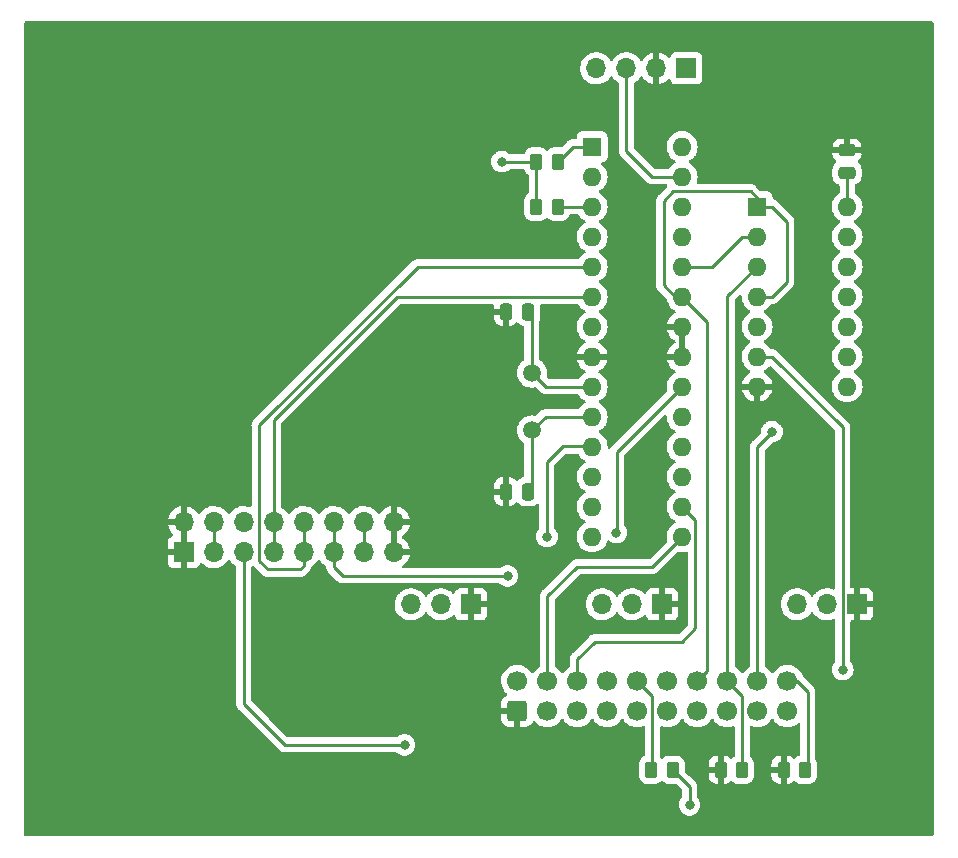
<source format=gbr>
%TF.GenerationSoftware,KiCad,Pcbnew,(6.0.1)*%
%TF.CreationDate,2022-02-14T23:43:43+08:00*%
%TF.ProjectId,SDisk2_Simple,53446973-6b32-45f5-9369-6d706c652e6b,rev?*%
%TF.SameCoordinates,Original*%
%TF.FileFunction,Copper,L1,Top*%
%TF.FilePolarity,Positive*%
%FSLAX46Y46*%
G04 Gerber Fmt 4.6, Leading zero omitted, Abs format (unit mm)*
G04 Created by KiCad (PCBNEW (6.0.1)) date 2022-02-14 23:43:43*
%MOMM*%
%LPD*%
G01*
G04 APERTURE LIST*
G04 Aperture macros list*
%AMRoundRect*
0 Rectangle with rounded corners*
0 $1 Rounding radius*
0 $2 $3 $4 $5 $6 $7 $8 $9 X,Y pos of 4 corners*
0 Add a 4 corners polygon primitive as box body*
4,1,4,$2,$3,$4,$5,$6,$7,$8,$9,$2,$3,0*
0 Add four circle primitives for the rounded corners*
1,1,$1+$1,$2,$3*
1,1,$1+$1,$4,$5*
1,1,$1+$1,$6,$7*
1,1,$1+$1,$8,$9*
0 Add four rect primitives between the rounded corners*
20,1,$1+$1,$2,$3,$4,$5,0*
20,1,$1+$1,$4,$5,$6,$7,0*
20,1,$1+$1,$6,$7,$8,$9,0*
20,1,$1+$1,$8,$9,$2,$3,0*%
G04 Aperture macros list end*
%TA.AperFunction,ComponentPad*%
%ADD10R,1.700000X1.700000*%
%TD*%
%TA.AperFunction,ComponentPad*%
%ADD11O,1.700000X1.700000*%
%TD*%
%TA.AperFunction,SMDPad,CuDef*%
%ADD12RoundRect,0.250000X-0.262500X-0.450000X0.262500X-0.450000X0.262500X0.450000X-0.262500X0.450000X0*%
%TD*%
%TA.AperFunction,ComponentPad*%
%ADD13R,1.600000X1.600000*%
%TD*%
%TA.AperFunction,ComponentPad*%
%ADD14O,1.600000X1.600000*%
%TD*%
%TA.AperFunction,SMDPad,CuDef*%
%ADD15RoundRect,0.250000X0.250000X0.475000X-0.250000X0.475000X-0.250000X-0.475000X0.250000X-0.475000X0*%
%TD*%
%TA.AperFunction,SMDPad,CuDef*%
%ADD16RoundRect,0.250000X0.262500X0.450000X-0.262500X0.450000X-0.262500X-0.450000X0.262500X-0.450000X0*%
%TD*%
%TA.AperFunction,ComponentPad*%
%ADD17C,1.500000*%
%TD*%
%TA.AperFunction,SMDPad,CuDef*%
%ADD18RoundRect,0.250000X0.475000X-0.250000X0.475000X0.250000X-0.475000X0.250000X-0.475000X-0.250000X0*%
%TD*%
%TA.AperFunction,ComponentPad*%
%ADD19RoundRect,0.250000X0.600000X-0.600000X0.600000X0.600000X-0.600000X0.600000X-0.600000X-0.600000X0*%
%TD*%
%TA.AperFunction,ComponentPad*%
%ADD20C,1.700000*%
%TD*%
%TA.AperFunction,ViaPad*%
%ADD21C,0.800000*%
%TD*%
%TA.AperFunction,ViaPad*%
%ADD22C,5.000000*%
%TD*%
%TA.AperFunction,Conductor*%
%ADD23C,0.250000*%
%TD*%
G04 APERTURE END LIST*
D10*
%TO.P,U3,1,GND*%
%TO.N,GND*%
X-9796178Y-33212836D03*
D11*
X-9796178Y-30672836D03*
%TO.P,U3,2,3.3v*%
%TO.N,VCC*%
X-7256178Y-30672836D03*
X-7256178Y-33212836D03*
%TO.P,U3,3,+5V*%
%TO.N,+5V*%
X-4716178Y-30672836D03*
X-4716178Y-33212836D03*
%TO.P,U3,4,~{CS}*%
%TO.N,/SD_CS{slash}CS*%
X-2176178Y-33212836D03*
X-2176178Y-30672836D03*
%TO.P,U3,5,MOSI*%
%TO.N,/SD_DI{slash}MOSI*%
X363822Y-33212836D03*
X363822Y-30672836D03*
%TO.P,U3,6,SCK*%
%TO.N,/SD_CLK{slash}CLK*%
X2903822Y-33212836D03*
X2903822Y-30672836D03*
%TO.P,U3,7,MISO*%
%TO.N,/SD_DO{slash}MISO*%
X5443822Y-33212836D03*
X5443822Y-30672836D03*
%TO.P,U3,8,GND*%
%TO.N,GND*%
X7983822Y-33212836D03*
X7983822Y-30672836D03*
%TD*%
D12*
%TO.P,R6,1*%
%TO.N,VCC*%
X20031322Y-3962836D03*
%TO.P,R6,2*%
%TO.N,/SD_Eject*%
X21856322Y-3962836D03*
%TD*%
D13*
%TO.P,U1,1*%
%TO.N,/DRIVE_EN*%
X38733822Y-3957836D03*
D14*
%TO.P,U1,2*%
%TO.N,Net-(U1-Pad2)*%
X38733822Y-6497836D03*
%TO.P,U1,3*%
%TO.N,/RD_PLUSE*%
X38733822Y-9037836D03*
%TO.P,U1,4*%
%TO.N,/DRIVE_EN*%
X38733822Y-11577836D03*
%TO.P,U1,5*%
%TO.N,Net-(U1-Pad5)*%
X38733822Y-14117836D03*
%TO.P,U1,6*%
%TO.N,/W_PROTECT*%
X38733822Y-16657836D03*
%TO.P,U1,7,GND*%
%TO.N,GND*%
X38733822Y-19197836D03*
%TO.P,U1,8*%
%TO.N,unconnected-(U1-Pad8)*%
X46353822Y-19197836D03*
%TO.P,U1,9*%
%TO.N,VCC*%
X46353822Y-16657836D03*
%TO.P,U1,10*%
X46353822Y-14117836D03*
%TO.P,U1,11*%
%TO.N,unconnected-(U1-Pad11)*%
X46353822Y-11577836D03*
%TO.P,U1,12*%
%TO.N,VCC*%
X46353822Y-9037836D03*
%TO.P,U1,13*%
X46353822Y-6497836D03*
%TO.P,U1,14,VCC*%
X46353822Y-3957836D03*
%TD*%
D15*
%TO.P,C6,1*%
%TO.N,Net-(C6-Pad1)*%
X19353822Y-12852836D03*
%TO.P,C6,2*%
%TO.N,GND*%
X17453822Y-12852836D03*
%TD*%
D16*
%TO.P,R5,1*%
%TO.N,/RD_PLUSE*%
X37470103Y-51644541D03*
%TO.P,R5,2*%
%TO.N,GND*%
X35645103Y-51644541D03*
%TD*%
D17*
%TO.P,Y1,1,1*%
%TO.N,Net-(C6-Pad1)*%
X19673822Y-18022836D03*
%TO.P,Y1,2,2*%
%TO.N,Net-(C7-Pad1)*%
X19673822Y-22902836D03*
%TD*%
D18*
%TO.P,C1,1*%
%TO.N,VCC*%
X46343822Y-1102836D03*
%TO.P,C1,2*%
%TO.N,GND*%
X46343822Y797164D03*
%TD*%
D16*
%TO.P,R1,1*%
%TO.N,Net-(R1-Pad1)*%
X21856322Y-152836D03*
%TO.P,R1,2*%
%TO.N,VCC*%
X20031322Y-152836D03*
%TD*%
D13*
%TO.P,U2,1,~{RESET}/PC6*%
%TO.N,Net-(R1-Pad1)*%
X24763822Y1107164D03*
D14*
%TO.P,U2,2,PD0*%
%TO.N,/SD_DO{slash}MISO*%
X24763822Y-1432836D03*
%TO.P,U2,3,PD1*%
%TO.N,/SD_Eject*%
X24763822Y-3972836D03*
%TO.P,U2,4,PD2*%
%TO.N,/W_REQUEST*%
X24763822Y-6512836D03*
%TO.P,U2,5,PD3*%
%TO.N,/SD_DI{slash}MOSI*%
X24763822Y-9052836D03*
%TO.P,U2,6,PD4*%
%TO.N,/SD_CS{slash}CS*%
X24763822Y-11592836D03*
%TO.P,U2,7,VCC*%
%TO.N,VCC*%
X24763822Y-14132836D03*
%TO.P,U2,8,GND*%
%TO.N,GND*%
X24763822Y-16672836D03*
%TO.P,U2,9,XTAL1/PB6*%
%TO.N,Net-(C6-Pad1)*%
X24763822Y-19212836D03*
%TO.P,U2,10,XTAL2/PB7*%
%TO.N,Net-(C7-Pad1)*%
X24763822Y-21752836D03*
%TO.P,U2,11,PD5*%
%TO.N,/SD_CLK{slash}CLK*%
X24763822Y-24292836D03*
%TO.P,U2,12,PD6*%
%TO.N,/BT_ENTER*%
X24763822Y-26832836D03*
%TO.P,U2,13,PD7*%
%TO.N,/BT_DOWN*%
X24763822Y-29372836D03*
%TO.P,U2,14,PB0*%
%TO.N,/STEP 0*%
X24763822Y-31912836D03*
%TO.P,U2,15,PB1*%
%TO.N,/STEP 1*%
X32383822Y-31912836D03*
%TO.P,U2,16,PB2*%
%TO.N,/STEP 2*%
X32383822Y-29372836D03*
%TO.P,U2,17,PB3*%
%TO.N,/STEP 3*%
X32383822Y-26832836D03*
%TO.P,U2,18,PB4*%
%TO.N,Net-(R4-Pad1)*%
X32383822Y-24292836D03*
%TO.P,U2,19,PB5*%
%TO.N,/BT_UP*%
X32383822Y-21752836D03*
%TO.P,U2,20,AVCC*%
%TO.N,VCC*%
X32383822Y-19212836D03*
%TO.P,U2,21,AREF*%
%TO.N,GND*%
X32383822Y-16672836D03*
%TO.P,U2,22,GND*%
X32383822Y-14132836D03*
%TO.P,U2,23,PC0*%
%TO.N,/DRIVE_EN*%
X32383822Y-11592836D03*
%TO.P,U2,24,PC1*%
%TO.N,Net-(U1-Pad2)*%
X32383822Y-9052836D03*
%TO.P,U2,25,PC2*%
%TO.N,/WRITE*%
X32383822Y-6512836D03*
%TO.P,U2,26,PC3*%
%TO.N,Net-(U1-Pad5)*%
X32383822Y-3972836D03*
%TO.P,U2,27,PC4*%
%TO.N,/SCL*%
X32383822Y-1432836D03*
%TO.P,U2,28,PC5*%
%TO.N,/SDA*%
X32383822Y1107164D03*
%TD*%
D16*
%TO.P,R3,1*%
%TO.N,/W_PROTECT*%
X42798074Y-51644541D03*
%TO.P,R3,2*%
%TO.N,GND*%
X40973074Y-51644541D03*
%TD*%
D19*
%TO.P,J2,1,Pin_1*%
%TO.N,GND*%
X18432838Y-46667415D03*
D20*
%TO.P,J2,2,Pin_2*%
%TO.N,/STEP 0*%
X18432838Y-44127415D03*
%TO.P,J2,3,Pin_3*%
%TO.N,unconnected-(J2-Pad3)*%
X20972838Y-46667415D03*
%TO.P,J2,4,Pin_4*%
%TO.N,/STEP 1*%
X20972838Y-44127415D03*
%TO.P,J2,5,Pin_5*%
%TO.N,unconnected-(J2-Pad5)*%
X23512838Y-46667415D03*
%TO.P,J2,6,Pin_6*%
%TO.N,/STEP 2*%
X23512838Y-44127415D03*
%TO.P,J2,7,Pin_7*%
%TO.N,unconnected-(J2-Pad7)*%
X26052838Y-46667415D03*
%TO.P,J2,8,Pin_8*%
%TO.N,/STEP 3*%
X26052838Y-44127415D03*
%TO.P,J2,9,Pin_9*%
%TO.N,unconnected-(J2-Pad9)*%
X28592838Y-46667415D03*
%TO.P,J2,10,Pin_10*%
%TO.N,/W_REQUEST*%
X28592838Y-44127415D03*
%TO.P,J2,11,Pin_11*%
%TO.N,unconnected-(J2-Pad11)*%
X31132838Y-46667415D03*
%TO.P,J2,12,Pin_12*%
%TO.N,+5V*%
X31132838Y-44127415D03*
%TO.P,J2,13,Pin_13*%
%TO.N,unconnected-(J2-Pad13)*%
X33672838Y-46667415D03*
%TO.P,J2,14,Pin_14*%
%TO.N,/DRIVE_EN*%
X33672838Y-44127415D03*
%TO.P,J2,15,Pin_15*%
%TO.N,unconnected-(J2-Pad15)*%
X36212838Y-46667415D03*
%TO.P,J2,16,Pin_16*%
%TO.N,/RD_PLUSE*%
X36212838Y-44127415D03*
%TO.P,J2,17,Pin_17*%
%TO.N,unconnected-(J2-Pad17)*%
X38752838Y-46667415D03*
%TO.P,J2,18,Pin_18*%
%TO.N,/WRITE*%
X38752838Y-44127415D03*
%TO.P,J2,19,Pin_19*%
%TO.N,unconnected-(J2-Pad19)*%
X41292838Y-46667415D03*
%TO.P,J2,20,Pin_20*%
%TO.N,/W_PROTECT*%
X41292838Y-44127415D03*
%TD*%
D15*
%TO.P,C7,1*%
%TO.N,Net-(C7-Pad1)*%
X19353822Y-28092836D03*
%TO.P,C7,2*%
%TO.N,GND*%
X17453822Y-28092836D03*
%TD*%
D16*
%TO.P,R2,1*%
%TO.N,VCC*%
X31595161Y-51644541D03*
%TO.P,R2,2*%
%TO.N,/W_REQUEST*%
X29770161Y-51644541D03*
%TD*%
D10*
%TO.P,U4,1,GND*%
%TO.N,GND*%
X47193822Y-37628820D03*
D11*
%TO.P,U4,2,I/O*%
%TO.N,/BT_UP*%
X44653822Y-37628820D03*
%TO.P,U4,3,VCC*%
%TO.N,VCC*%
X42113822Y-37628820D03*
%TD*%
D10*
%TO.P,U5,1,GND*%
%TO.N,GND*%
X30683822Y-37628820D03*
D11*
%TO.P,U5,2,I/O*%
%TO.N,/BT_DOWN*%
X28143822Y-37628820D03*
%TO.P,U5,3,VCC*%
%TO.N,VCC*%
X25603822Y-37628820D03*
%TD*%
D10*
%TO.P,U6,1,GND*%
%TO.N,GND*%
X14498822Y-37628820D03*
D11*
%TO.P,U6,2,I/O*%
%TO.N,/BT_ENTER*%
X11958822Y-37628820D03*
%TO.P,U6,3,VCC*%
%TO.N,VCC*%
X9418822Y-37628820D03*
%TD*%
D10*
%TO.P,U7,1,VCC*%
%TO.N,VCC*%
X32751322Y7753186D03*
D11*
%TO.P,U7,2,GND*%
%TO.N,GND*%
X30211322Y7753186D03*
%TO.P,U7,3,SCL*%
%TO.N,/SCL*%
X27671322Y7753186D03*
%TO.P,U7,4,SDA*%
%TO.N,/SDA*%
X25131322Y7753186D03*
%TD*%
D21*
%TO.N,VCC*%
X33020000Y-54610000D03*
X26824399Y-31553433D03*
X17133822Y-152836D03*
D22*
%TO.N,GND*%
X50183822Y8237164D03*
X-20316178Y8237164D03*
X-20316178Y-53762836D03*
D21*
X28058063Y-12106864D03*
X39993822Y-40792836D03*
X43803822Y-40792836D03*
D22*
X50183822Y-53762836D03*
D21*
%TO.N,+5V*%
X8890000Y-49530000D03*
%TO.N,/WRITE*%
X39993822Y-23012836D03*
%TO.N,/W_PROTECT*%
X45992675Y-43168494D03*
%TO.N,/SD_CLK{slash}CLK*%
X17613306Y-35233352D03*
X20943822Y-31902836D03*
%TD*%
D23*
%TO.N,VCC*%
X-7256178Y-30672836D02*
X-7256178Y-33212836D01*
X31595161Y-51644541D02*
X33020000Y-53069380D01*
X33020000Y-53069380D02*
X33020000Y-54610000D01*
X26824399Y-31553433D02*
X26835315Y-31542517D01*
X20031322Y-152836D02*
X17133822Y-152836D01*
X46353822Y-1112836D02*
X46353822Y-3957836D01*
X20031322Y-3962836D02*
X20031322Y-152836D01*
X26835315Y-24761343D02*
X32383822Y-19212836D01*
X26835315Y-31542517D02*
X26835315Y-24761343D01*
%TO.N,GND*%
X39993822Y-40792836D02*
X43803822Y-40792836D01*
%TO.N,+5V*%
X-4716178Y-46083822D02*
X-1270000Y-49530000D01*
X-4716178Y-33212836D02*
X-4716178Y-46083822D01*
X-1270000Y-49530000D02*
X8890000Y-49530000D01*
%TO.N,/STEP 1*%
X20972838Y-44127415D02*
X20972838Y-36953820D01*
X29853822Y-34442836D02*
X32383822Y-31912836D01*
X23483822Y-34442836D02*
X29853822Y-34442836D01*
X20972838Y-36953820D02*
X23483822Y-34442836D01*
%TO.N,/STEP 2*%
X33508333Y-30497347D02*
X32383822Y-29372836D01*
X23512838Y-42261207D02*
X24981209Y-40792836D01*
X32373822Y-40792836D02*
X33508333Y-39658325D01*
X24981209Y-40792836D02*
X32373822Y-40792836D01*
X33508333Y-39658325D02*
X33508333Y-30497347D01*
X23512838Y-44127415D02*
X23512838Y-42261207D01*
%TO.N,/W_REQUEST*%
X28592838Y-44127415D02*
X29879936Y-45414513D01*
X29879936Y-45414513D02*
X29879936Y-51534766D01*
%TO.N,/DRIVE_EN*%
X41263822Y-10312836D02*
X39993822Y-11582836D01*
X31794347Y-11592836D02*
X30830901Y-10629390D01*
X38733822Y-3226939D02*
X38733822Y-3957836D01*
X33672838Y-44127415D02*
X34522838Y-43277415D01*
X38177917Y-2671034D02*
X38733822Y-3226939D01*
X38733822Y-3957836D02*
X39988822Y-3957836D01*
X39993822Y-11582836D02*
X39988822Y-11577836D01*
X30830901Y-10629390D02*
X30830901Y-3457044D01*
X34522838Y-13731852D02*
X32383822Y-11592836D01*
X31616911Y-2671034D02*
X38177917Y-2671034D01*
X39988822Y-11577836D02*
X38733822Y-11577836D01*
X39988822Y-3957836D02*
X41263822Y-5232836D01*
X41263822Y-5232836D02*
X41263822Y-10312836D01*
X30830901Y-3457044D02*
X31616911Y-2671034D01*
X34522838Y-43277415D02*
X34522838Y-13731852D01*
%TO.N,/RD_PLUSE*%
X37470103Y-45384680D02*
X37470103Y-51644541D01*
X38733822Y-9037836D02*
X36212838Y-11558820D01*
X36212838Y-11558820D02*
X36212838Y-44127415D01*
X36212838Y-44127415D02*
X37470103Y-45384680D01*
%TO.N,/WRITE*%
X39993822Y-23070868D02*
X39993822Y-23012836D01*
X38752838Y-24311852D02*
X39993822Y-23070868D01*
X38752838Y-44127415D02*
X38752838Y-24311852D01*
%TO.N,/W_PROTECT*%
X43022780Y-51551578D02*
X43022780Y-45043607D01*
X45992675Y-22661689D02*
X45992675Y-43168494D01*
X39988822Y-16657836D02*
X45992675Y-22661689D01*
X42106588Y-44127415D02*
X41292838Y-44127415D01*
X38733822Y-16657836D02*
X39988822Y-16657836D01*
X43022780Y-45043607D02*
X42106588Y-44127415D01*
%TO.N,Net-(R1-Pad1)*%
X21856322Y-152836D02*
X23116322Y1107164D01*
X23116322Y1107164D02*
X24763822Y1107164D01*
%TO.N,Net-(C6-Pad1)*%
X19673822Y-13172836D02*
X19673822Y-18022836D01*
X20863822Y-19212836D02*
X19673822Y-18022836D01*
X24763822Y-19212836D02*
X20863822Y-19212836D01*
%TO.N,Net-(C7-Pad1)*%
X20823822Y-21752836D02*
X19673822Y-22902836D01*
X19673822Y-22902836D02*
X19673822Y-27772836D01*
X24763822Y-21752836D02*
X20823822Y-21752836D01*
%TO.N,/SD_Eject*%
X21866322Y-3972836D02*
X24763822Y-3972836D01*
%TO.N,Net-(U1-Pad2)*%
X38733822Y-6497836D02*
X37458822Y-6497836D01*
X37458822Y-6497836D02*
X34903822Y-9052836D01*
X34903822Y-9052836D02*
X32383822Y-9052836D01*
%TO.N,/SD_DO{slash}MISO*%
X5443822Y-30672836D02*
X5443822Y-33212836D01*
%TO.N,/SD_CS{slash}CS*%
X8233822Y-11592836D02*
X24763822Y-11592836D01*
X8233822Y-11592836D02*
X-2176178Y-22002836D01*
X-2176178Y-22002836D02*
X-2176178Y-30672836D01*
X-2176178Y-30672836D02*
X-2176178Y-33212836D01*
%TO.N,/SD_CLK{slash}CLK*%
X3658856Y-35233352D02*
X17613306Y-35233352D01*
X20943822Y-31902836D02*
X20943822Y-25552836D01*
X2903822Y-34478318D02*
X3658856Y-35233352D01*
X20943822Y-25552836D02*
X22266329Y-24230329D01*
X22266329Y-24230329D02*
X24753822Y-24230329D01*
X2903822Y-33212836D02*
X2903822Y-34478318D01*
X2903822Y-30672836D02*
X2903822Y-33212836D01*
%TO.N,/SCL*%
X27671322Y739664D02*
X27671322Y7753186D01*
X29843822Y-1432836D02*
X27671322Y739664D01*
X32383822Y-1432836D02*
X29843822Y-1432836D01*
%TO.N,/SD_DI{slash}MOSI*%
X9997164Y-9052836D02*
X-3436079Y-22486079D01*
X363822Y-34355744D02*
X363822Y-33212836D01*
X-3436079Y-33942682D02*
X-2699766Y-34678995D01*
X24763822Y-9052836D02*
X9997164Y-9052836D01*
X-3436079Y-22486079D02*
X-3436079Y-33942682D01*
X-2699766Y-34678995D02*
X40571Y-34678995D01*
X363822Y-30672836D02*
X363822Y-33212836D01*
X40571Y-34678995D02*
X363822Y-34355744D01*
%TD*%
%TA.AperFunction,Conductor*%
%TO.N,GND*%
G36*
X53617943Y11709162D02*
G01*
X53664436Y11655506D01*
X53675822Y11603164D01*
X53675822Y-57128836D01*
X53655820Y-57196957D01*
X53602164Y-57243450D01*
X53549822Y-57254836D01*
X-23182178Y-57254836D01*
X-23250299Y-57234834D01*
X-23296792Y-57181178D01*
X-23308178Y-57128836D01*
X-23308178Y-34107505D01*
X-11154177Y-34107505D01*
X-11153807Y-34114326D01*
X-11148283Y-34165188D01*
X-11144657Y-34180440D01*
X-11099502Y-34300890D01*
X-11090964Y-34316485D01*
X-11014463Y-34418560D01*
X-11001902Y-34431121D01*
X-10899827Y-34507622D01*
X-10884232Y-34516160D01*
X-10763784Y-34561314D01*
X-10748529Y-34564941D01*
X-10697664Y-34570467D01*
X-10690850Y-34570836D01*
X-10068293Y-34570836D01*
X-10053054Y-34566361D01*
X-10051849Y-34564971D01*
X-10050178Y-34557288D01*
X-10050178Y-34552720D01*
X-9542178Y-34552720D01*
X-9537703Y-34567959D01*
X-9536313Y-34569164D01*
X-9528630Y-34570835D01*
X-8901509Y-34570835D01*
X-8894688Y-34570465D01*
X-8843826Y-34564941D01*
X-8828574Y-34561315D01*
X-8708124Y-34516160D01*
X-8692529Y-34507622D01*
X-8590454Y-34431121D01*
X-8577893Y-34418560D01*
X-8501392Y-34316485D01*
X-8492854Y-34300890D01*
X-8451953Y-34191788D01*
X-8409311Y-34135024D01*
X-8342750Y-34110324D01*
X-8273401Y-34125532D01*
X-8238734Y-34153520D01*
X-8213313Y-34182867D01*
X-8213309Y-34182871D01*
X-8209928Y-34186774D01*
X-8038052Y-34329468D01*
X-7845178Y-34442174D01*
X-7636486Y-34521866D01*
X-7631418Y-34522897D01*
X-7631415Y-34522898D01*
X-7541634Y-34541164D01*
X-7417581Y-34566403D01*
X-7412406Y-34566593D01*
X-7412404Y-34566593D01*
X-7199505Y-34574400D01*
X-7199501Y-34574400D01*
X-7194341Y-34574589D01*
X-7189221Y-34573933D01*
X-7189219Y-34573933D01*
X-6977890Y-34546861D01*
X-6977889Y-34546861D01*
X-6972762Y-34546204D01*
X-6955963Y-34541164D01*
X-6763749Y-34483497D01*
X-6763744Y-34483495D01*
X-6758794Y-34482010D01*
X-6558184Y-34383732D01*
X-6376318Y-34254009D01*
X-6218082Y-34096325D01*
X-6129252Y-33972705D01*
X-6087725Y-33914913D01*
X-6086402Y-33915864D01*
X-6039533Y-33872693D01*
X-5969598Y-33860461D01*
X-5904152Y-33887980D01*
X-5876303Y-33919830D01*
X-5816191Y-34017924D01*
X-5669928Y-34186774D01*
X-5498052Y-34329468D01*
X-5412108Y-34379689D01*
X-5363384Y-34431327D01*
X-5349678Y-34488477D01*
X-5349678Y-46005055D01*
X-5350205Y-46016238D01*
X-5351880Y-46023731D01*
X-5351631Y-46031657D01*
X-5351631Y-46031658D01*
X-5349740Y-46091808D01*
X-5349678Y-46095767D01*
X-5349678Y-46123678D01*
X-5349181Y-46127612D01*
X-5349181Y-46127613D01*
X-5349173Y-46127678D01*
X-5348240Y-46139515D01*
X-5346851Y-46183711D01*
X-5341200Y-46203161D01*
X-5337191Y-46222522D01*
X-5334652Y-46242619D01*
X-5331733Y-46249990D01*
X-5331733Y-46249992D01*
X-5318374Y-46283734D01*
X-5314529Y-46294964D01*
X-5302196Y-46337415D01*
X-5298163Y-46344234D01*
X-5298161Y-46344239D01*
X-5291885Y-46354850D01*
X-5283190Y-46372598D01*
X-5275730Y-46391439D01*
X-5271068Y-46397855D01*
X-5271068Y-46397856D01*
X-5249742Y-46427209D01*
X-5243226Y-46437129D01*
X-5220720Y-46475184D01*
X-5206399Y-46489505D01*
X-5193559Y-46504538D01*
X-5181650Y-46520929D01*
X-5175544Y-46525980D01*
X-5147573Y-46549120D01*
X-5138794Y-46557110D01*
X-1773657Y-49922247D01*
X-1766113Y-49930537D01*
X-1762000Y-49937018D01*
X-1756223Y-49942443D01*
X-1712333Y-49983658D01*
X-1709491Y-49986413D01*
X-1689769Y-50006135D01*
X-1686645Y-50008558D01*
X-1686641Y-50008562D01*
X-1686576Y-50008612D01*
X-1677555Y-50016317D01*
X-1645321Y-50046586D01*
X-1638373Y-50050405D01*
X-1638371Y-50050407D01*
X-1627568Y-50056346D01*
X-1611041Y-50067202D01*
X-1601302Y-50074757D01*
X-1601300Y-50074758D01*
X-1595040Y-50079614D01*
X-1554460Y-50097174D01*
X-1543812Y-50102391D01*
X-1505060Y-50123695D01*
X-1497384Y-50125666D01*
X-1497381Y-50125667D01*
X-1485438Y-50128733D01*
X-1466733Y-50135137D01*
X-1448145Y-50143181D01*
X-1440322Y-50144420D01*
X-1440312Y-50144423D01*
X-1404476Y-50150099D01*
X-1392856Y-50152505D01*
X-1357711Y-50161528D01*
X-1350030Y-50163500D01*
X-1329776Y-50163500D01*
X-1310066Y-50165051D01*
X-1290057Y-50168220D01*
X-1282165Y-50167474D01*
X-1246039Y-50164059D01*
X-1234181Y-50163500D01*
X8181800Y-50163500D01*
X8249921Y-50183502D01*
X8269147Y-50199843D01*
X8269420Y-50199540D01*
X8274332Y-50203963D01*
X8278747Y-50208866D01*
X8433248Y-50321118D01*
X8439276Y-50323802D01*
X8439278Y-50323803D01*
X8597910Y-50394430D01*
X8607712Y-50398794D01*
X8701113Y-50418647D01*
X8788056Y-50437128D01*
X8788061Y-50437128D01*
X8794513Y-50438500D01*
X8985487Y-50438500D01*
X8991939Y-50437128D01*
X8991944Y-50437128D01*
X9078887Y-50418647D01*
X9172288Y-50398794D01*
X9182090Y-50394430D01*
X9340722Y-50323803D01*
X9340724Y-50323802D01*
X9346752Y-50321118D01*
X9501253Y-50208866D01*
X9537851Y-50168220D01*
X9624621Y-50071852D01*
X9624622Y-50071851D01*
X9629040Y-50066944D01*
X9704053Y-49937018D01*
X9721223Y-49907279D01*
X9721224Y-49907278D01*
X9724527Y-49901556D01*
X9783542Y-49719928D01*
X9803504Y-49530000D01*
X9783542Y-49340072D01*
X9724527Y-49158444D01*
X9629040Y-48993056D01*
X9501253Y-48851134D01*
X9346752Y-48738882D01*
X9340724Y-48736198D01*
X9340722Y-48736197D01*
X9178319Y-48663891D01*
X9178318Y-48663891D01*
X9172288Y-48661206D01*
X9078888Y-48641353D01*
X8991944Y-48622872D01*
X8991939Y-48622872D01*
X8985487Y-48621500D01*
X8794513Y-48621500D01*
X8788061Y-48622872D01*
X8788056Y-48622872D01*
X8701112Y-48641353D01*
X8607712Y-48661206D01*
X8601682Y-48663891D01*
X8601681Y-48663891D01*
X8439278Y-48736197D01*
X8439276Y-48736198D01*
X8433248Y-48738882D01*
X8278747Y-48851134D01*
X8274332Y-48856037D01*
X8269420Y-48860460D01*
X8268295Y-48859211D01*
X8214986Y-48892051D01*
X8181800Y-48896500D01*
X-955406Y-48896500D01*
X-1023527Y-48876498D01*
X-1044501Y-48859595D01*
X-2589585Y-47314510D01*
X17074839Y-47314510D01*
X17075176Y-47321029D01*
X17085095Y-47416621D01*
X17087987Y-47430015D01*
X17139426Y-47584199D01*
X17145599Y-47597377D01*
X17230901Y-47735222D01*
X17239937Y-47746623D01*
X17354667Y-47861154D01*
X17366078Y-47870166D01*
X17504081Y-47955231D01*
X17517262Y-47961378D01*
X17671548Y-48012553D01*
X17684924Y-48015420D01*
X17779276Y-48025087D01*
X17785692Y-48025415D01*
X18160723Y-48025415D01*
X18175962Y-48020940D01*
X18177167Y-48019550D01*
X18178838Y-48011867D01*
X18178838Y-46939530D01*
X18174363Y-46924291D01*
X18172973Y-46923086D01*
X18165290Y-46921415D01*
X17092954Y-46921415D01*
X17077715Y-46925890D01*
X17076510Y-46927280D01*
X17074839Y-46934963D01*
X17074839Y-47314510D01*
X-2589585Y-47314510D01*
X-4045773Y-45858322D01*
X-4079799Y-45796010D01*
X-4082678Y-45769227D01*
X-4082678Y-37595515D01*
X8056073Y-37595515D01*
X8068932Y-37818535D01*
X8070069Y-37823581D01*
X8070070Y-37823587D01*
X8084428Y-37887295D01*
X8118044Y-38036459D01*
X8202088Y-38243436D01*
X8253764Y-38327764D01*
X8316113Y-38429508D01*
X8318809Y-38433908D01*
X8465072Y-38602758D01*
X8636948Y-38745452D01*
X8829822Y-38858158D01*
X9038514Y-38937850D01*
X9043582Y-38938881D01*
X9043585Y-38938882D01*
X9144342Y-38959381D01*
X9257419Y-38982387D01*
X9262594Y-38982577D01*
X9262596Y-38982577D01*
X9475495Y-38990384D01*
X9475499Y-38990384D01*
X9480659Y-38990573D01*
X9485779Y-38989917D01*
X9485781Y-38989917D01*
X9697110Y-38962845D01*
X9697111Y-38962845D01*
X9702238Y-38962188D01*
X9711594Y-38959381D01*
X9911251Y-38899481D01*
X9911256Y-38899479D01*
X9916206Y-38897994D01*
X10116816Y-38799716D01*
X10298682Y-38669993D01*
X10456918Y-38512309D01*
X10516416Y-38429509D01*
X10587275Y-38330897D01*
X10588598Y-38331848D01*
X10635467Y-38288677D01*
X10705402Y-38276445D01*
X10770848Y-38303964D01*
X10798697Y-38335814D01*
X10858809Y-38433908D01*
X11005072Y-38602758D01*
X11176948Y-38745452D01*
X11369822Y-38858158D01*
X11578514Y-38937850D01*
X11583582Y-38938881D01*
X11583585Y-38938882D01*
X11684342Y-38959381D01*
X11797419Y-38982387D01*
X11802594Y-38982577D01*
X11802596Y-38982577D01*
X12015495Y-38990384D01*
X12015499Y-38990384D01*
X12020659Y-38990573D01*
X12025779Y-38989917D01*
X12025781Y-38989917D01*
X12237110Y-38962845D01*
X12237111Y-38962845D01*
X12242238Y-38962188D01*
X12251594Y-38959381D01*
X12451251Y-38899481D01*
X12451256Y-38899479D01*
X12456206Y-38897994D01*
X12656816Y-38799716D01*
X12838682Y-38669993D01*
X12906153Y-38602758D01*
X12947301Y-38561753D01*
X13009673Y-38527837D01*
X13080480Y-38533025D01*
X13137241Y-38575671D01*
X13154223Y-38606774D01*
X13195498Y-38716874D01*
X13204036Y-38732469D01*
X13280537Y-38834544D01*
X13293098Y-38847105D01*
X13395173Y-38923606D01*
X13410768Y-38932144D01*
X13531216Y-38977298D01*
X13546471Y-38980925D01*
X13597336Y-38986451D01*
X13604150Y-38986820D01*
X14226707Y-38986820D01*
X14241946Y-38982345D01*
X14243151Y-38980955D01*
X14244822Y-38973272D01*
X14244822Y-38968704D01*
X14752822Y-38968704D01*
X14757297Y-38983943D01*
X14758687Y-38985148D01*
X14766370Y-38986819D01*
X15393491Y-38986819D01*
X15400312Y-38986449D01*
X15451174Y-38980925D01*
X15466426Y-38977299D01*
X15586876Y-38932144D01*
X15602471Y-38923606D01*
X15704546Y-38847105D01*
X15717107Y-38834544D01*
X15793608Y-38732469D01*
X15802146Y-38716874D01*
X15847300Y-38596426D01*
X15850927Y-38581171D01*
X15856453Y-38530306D01*
X15856822Y-38523492D01*
X15856822Y-37900935D01*
X15852347Y-37885696D01*
X15850957Y-37884491D01*
X15843274Y-37882820D01*
X14770937Y-37882820D01*
X14755698Y-37887295D01*
X14754493Y-37888685D01*
X14752822Y-37896368D01*
X14752822Y-38968704D01*
X14244822Y-38968704D01*
X14244822Y-37356705D01*
X14752822Y-37356705D01*
X14757297Y-37371944D01*
X14758687Y-37373149D01*
X14766370Y-37374820D01*
X15838706Y-37374820D01*
X15853945Y-37370345D01*
X15855150Y-37368955D01*
X15856821Y-37361272D01*
X15856821Y-36734151D01*
X15856451Y-36727330D01*
X15850927Y-36676468D01*
X15847301Y-36661216D01*
X15802146Y-36540766D01*
X15793608Y-36525171D01*
X15717107Y-36423096D01*
X15704546Y-36410535D01*
X15602471Y-36334034D01*
X15586876Y-36325496D01*
X15466428Y-36280342D01*
X15451173Y-36276715D01*
X15400308Y-36271189D01*
X15393494Y-36270820D01*
X14770937Y-36270820D01*
X14755698Y-36275295D01*
X14754493Y-36276685D01*
X14752822Y-36284368D01*
X14752822Y-37356705D01*
X14244822Y-37356705D01*
X14244822Y-36288936D01*
X14240347Y-36273697D01*
X14238957Y-36272492D01*
X14231274Y-36270821D01*
X13604153Y-36270821D01*
X13597332Y-36271191D01*
X13546470Y-36276715D01*
X13531218Y-36280341D01*
X13410768Y-36325496D01*
X13395173Y-36334034D01*
X13293098Y-36410535D01*
X13280537Y-36423096D01*
X13204036Y-36525171D01*
X13195498Y-36540766D01*
X13154119Y-36651142D01*
X13111477Y-36707907D01*
X13044915Y-36732606D01*
X12975566Y-36717398D01*
X12942943Y-36691711D01*
X12891973Y-36635696D01*
X12891967Y-36635690D01*
X12888492Y-36631871D01*
X12884441Y-36628672D01*
X12884437Y-36628668D01*
X12717236Y-36496620D01*
X12717232Y-36496618D01*
X12713181Y-36493418D01*
X12517611Y-36385458D01*
X12512742Y-36383734D01*
X12512738Y-36383732D01*
X12311909Y-36312615D01*
X12311905Y-36312614D01*
X12307034Y-36310889D01*
X12301941Y-36309982D01*
X12301938Y-36309981D01*
X12092195Y-36272620D01*
X12092189Y-36272619D01*
X12087106Y-36271714D01*
X12013274Y-36270812D01*
X11868903Y-36269048D01*
X11868901Y-36269048D01*
X11863733Y-36268985D01*
X11642913Y-36302775D01*
X11430578Y-36372177D01*
X11400265Y-36387957D01*
X11258376Y-36461820D01*
X11232429Y-36475327D01*
X11228296Y-36478430D01*
X11228293Y-36478432D01*
X11085761Y-36585448D01*
X11053787Y-36609455D01*
X11028370Y-36636052D01*
X10921404Y-36747986D01*
X10899451Y-36770958D01*
X10792023Y-36928441D01*
X10737115Y-36973441D01*
X10666590Y-36981612D01*
X10602843Y-36950358D01*
X10582146Y-36925874D01*
X10501644Y-36801437D01*
X10501642Y-36801434D01*
X10498836Y-36797097D01*
X10348492Y-36631871D01*
X10344441Y-36628672D01*
X10344437Y-36628668D01*
X10177236Y-36496620D01*
X10177232Y-36496618D01*
X10173181Y-36493418D01*
X9977611Y-36385458D01*
X9972742Y-36383734D01*
X9972738Y-36383732D01*
X9771909Y-36312615D01*
X9771905Y-36312614D01*
X9767034Y-36310889D01*
X9761941Y-36309982D01*
X9761938Y-36309981D01*
X9552195Y-36272620D01*
X9552189Y-36272619D01*
X9547106Y-36271714D01*
X9473274Y-36270812D01*
X9328903Y-36269048D01*
X9328901Y-36269048D01*
X9323733Y-36268985D01*
X9102913Y-36302775D01*
X8890578Y-36372177D01*
X8860265Y-36387957D01*
X8718376Y-36461820D01*
X8692429Y-36475327D01*
X8688296Y-36478430D01*
X8688293Y-36478432D01*
X8545761Y-36585448D01*
X8513787Y-36609455D01*
X8488370Y-36636052D01*
X8381404Y-36747986D01*
X8359451Y-36770958D01*
X8233565Y-36955500D01*
X8139510Y-37158125D01*
X8079811Y-37373390D01*
X8056073Y-37595515D01*
X-4082678Y-37595515D01*
X-4082678Y-34497711D01*
X-4062676Y-34429590D01*
X-4009020Y-34383097D01*
X-3938746Y-34372993D01*
X-3876361Y-34400628D01*
X-3867484Y-34407972D01*
X-3858705Y-34415960D01*
X-3203413Y-35071253D01*
X-3195879Y-35079532D01*
X-3191766Y-35086013D01*
X-3170670Y-35105823D01*
X-3142115Y-35132638D01*
X-3139273Y-35135393D01*
X-3119536Y-35155130D01*
X-3116339Y-35157610D01*
X-3107319Y-35165313D01*
X-3075087Y-35195581D01*
X-3068141Y-35199400D01*
X-3068138Y-35199402D01*
X-3057332Y-35205343D01*
X-3040813Y-35216194D01*
X-3024807Y-35228609D01*
X-3017538Y-35231754D01*
X-3017534Y-35231757D01*
X-2984229Y-35246169D01*
X-2973579Y-35251386D01*
X-2934826Y-35272690D01*
X-2927151Y-35274661D01*
X-2927150Y-35274661D01*
X-2915204Y-35277728D01*
X-2896499Y-35284132D01*
X-2877911Y-35292176D01*
X-2870088Y-35293415D01*
X-2870078Y-35293418D01*
X-2834242Y-35299094D01*
X-2822622Y-35301500D01*
X-2790807Y-35309668D01*
X-2779796Y-35312495D01*
X-2759542Y-35312495D01*
X-2739832Y-35314046D01*
X-2719823Y-35317215D01*
X-2711931Y-35316469D01*
X-2693186Y-35314697D01*
X-2675804Y-35313054D01*
X-2663947Y-35312495D01*
X-38196Y-35312495D01*
X-27013Y-35313022D01*
X-19520Y-35314697D01*
X-11594Y-35314448D01*
X-11593Y-35314448D01*
X48557Y-35312557D01*
X52516Y-35312495D01*
X80427Y-35312495D01*
X84362Y-35311998D01*
X84427Y-35311990D01*
X96264Y-35311057D01*
X128522Y-35310043D01*
X132541Y-35309917D01*
X140460Y-35309668D01*
X159914Y-35304016D01*
X179271Y-35300008D01*
X191501Y-35298463D01*
X191502Y-35298463D01*
X199368Y-35297469D01*
X206739Y-35294550D01*
X206741Y-35294550D01*
X240483Y-35281191D01*
X251713Y-35277346D01*
X286554Y-35267224D01*
X286555Y-35267224D01*
X294164Y-35265013D01*
X300983Y-35260980D01*
X300988Y-35260978D01*
X311599Y-35254702D01*
X329347Y-35246007D01*
X348188Y-35238547D01*
X355339Y-35233352D01*
X383958Y-35212559D01*
X393878Y-35206043D01*
X420744Y-35190154D01*
X431933Y-35183537D01*
X437540Y-35177931D01*
X446256Y-35169215D01*
X461290Y-35156374D01*
X471266Y-35149126D01*
X471267Y-35149125D01*
X477678Y-35144467D01*
X505859Y-35110402D01*
X513849Y-35101621D01*
X756080Y-34859391D01*
X764359Y-34851857D01*
X770840Y-34847744D01*
X817467Y-34798091D01*
X820221Y-34795250D01*
X839957Y-34775514D01*
X842437Y-34772317D01*
X850142Y-34763295D01*
X874981Y-34736844D01*
X880408Y-34731065D01*
X884227Y-34724119D01*
X884229Y-34724116D01*
X890170Y-34713310D01*
X901021Y-34696791D01*
X908580Y-34687045D01*
X913436Y-34680785D01*
X916581Y-34673516D01*
X916584Y-34673512D01*
X930996Y-34640207D01*
X936213Y-34629557D01*
X957517Y-34590804D01*
X962555Y-34571181D01*
X968959Y-34552478D01*
X973855Y-34541164D01*
X973855Y-34541163D01*
X977003Y-34533889D01*
X978242Y-34526066D01*
X978245Y-34526056D01*
X983921Y-34490220D01*
X986328Y-34478598D01*
X988883Y-34468647D01*
X1025197Y-34407641D01*
X1052760Y-34388707D01*
X1052730Y-34388656D01*
X1053523Y-34388183D01*
X1055493Y-34386830D01*
X1057177Y-34386005D01*
X1057181Y-34386003D01*
X1061816Y-34383732D01*
X1243682Y-34254009D01*
X1401918Y-34096325D01*
X1490748Y-33972705D01*
X1532275Y-33914913D01*
X1533598Y-33915864D01*
X1580467Y-33872693D01*
X1650402Y-33860461D01*
X1715848Y-33887980D01*
X1743697Y-33919830D01*
X1803809Y-34017924D01*
X1950072Y-34186774D01*
X2121948Y-34329468D01*
X2207835Y-34379656D01*
X2256559Y-34431294D01*
X2270203Y-34484498D01*
X2270260Y-34486317D01*
X2270322Y-34490263D01*
X2270322Y-34518174D01*
X2270819Y-34522108D01*
X2270819Y-34522109D01*
X2270827Y-34522174D01*
X2271760Y-34534011D01*
X2273149Y-34578207D01*
X2278145Y-34595403D01*
X2278800Y-34597657D01*
X2282809Y-34617018D01*
X2285348Y-34637115D01*
X2288267Y-34644486D01*
X2288267Y-34644488D01*
X2301626Y-34678230D01*
X2305471Y-34689460D01*
X2317804Y-34731911D01*
X2321837Y-34738730D01*
X2321839Y-34738735D01*
X2328115Y-34749346D01*
X2336810Y-34767094D01*
X2344270Y-34785935D01*
X2348932Y-34792351D01*
X2348932Y-34792352D01*
X2370258Y-34821705D01*
X2376774Y-34831625D01*
X2391233Y-34856073D01*
X2399280Y-34869680D01*
X2413601Y-34884001D01*
X2426441Y-34899034D01*
X2438350Y-34915425D01*
X2470192Y-34941767D01*
X2472427Y-34943616D01*
X2481206Y-34951606D01*
X3155199Y-35625599D01*
X3162743Y-35633889D01*
X3166856Y-35640370D01*
X3172633Y-35645795D01*
X3216523Y-35687010D01*
X3219365Y-35689765D01*
X3239086Y-35709486D01*
X3242281Y-35711964D01*
X3251303Y-35719670D01*
X3283535Y-35749938D01*
X3290484Y-35753758D01*
X3301288Y-35759698D01*
X3317812Y-35770551D01*
X3333815Y-35782965D01*
X3374399Y-35800528D01*
X3385029Y-35805735D01*
X3423796Y-35827047D01*
X3431473Y-35829018D01*
X3431478Y-35829020D01*
X3443414Y-35832084D01*
X3462122Y-35838489D01*
X3480711Y-35846533D01*
X3488539Y-35847773D01*
X3488546Y-35847775D01*
X3524380Y-35853451D01*
X3536000Y-35855857D01*
X3571145Y-35864880D01*
X3578826Y-35866852D01*
X3599080Y-35866852D01*
X3618790Y-35868403D01*
X3638799Y-35871572D01*
X3646691Y-35870826D01*
X3682817Y-35867411D01*
X3694675Y-35866852D01*
X16905106Y-35866852D01*
X16973227Y-35886854D01*
X16992453Y-35903195D01*
X16992726Y-35902892D01*
X16997638Y-35907315D01*
X17002053Y-35912218D01*
X17156554Y-36024470D01*
X17162582Y-36027154D01*
X17162584Y-36027155D01*
X17324987Y-36099461D01*
X17331018Y-36102146D01*
X17424418Y-36121999D01*
X17511362Y-36140480D01*
X17511367Y-36140480D01*
X17517819Y-36141852D01*
X17708793Y-36141852D01*
X17715245Y-36140480D01*
X17715250Y-36140480D01*
X17802194Y-36121999D01*
X17895594Y-36102146D01*
X17901625Y-36099461D01*
X18064028Y-36027155D01*
X18064030Y-36027154D01*
X18070058Y-36024470D01*
X18224559Y-35912218D01*
X18261157Y-35871572D01*
X18347927Y-35775204D01*
X18347928Y-35775203D01*
X18352346Y-35770296D01*
X18427359Y-35640370D01*
X18444529Y-35610631D01*
X18444530Y-35610630D01*
X18447833Y-35604908D01*
X18506848Y-35423280D01*
X18519648Y-35301500D01*
X18526120Y-35239917D01*
X18526810Y-35233352D01*
X18522270Y-35190154D01*
X18507538Y-35049987D01*
X18507538Y-35049985D01*
X18506848Y-35043424D01*
X18447833Y-34861796D01*
X18436383Y-34841963D01*
X18390963Y-34763295D01*
X18352346Y-34696408D01*
X18335979Y-34678230D01*
X18228981Y-34559397D01*
X18228980Y-34559396D01*
X18224559Y-34554486D01*
X18070058Y-34442234D01*
X18064030Y-34439550D01*
X18064028Y-34439549D01*
X17901625Y-34367243D01*
X17901624Y-34367243D01*
X17895594Y-34364558D01*
X17802193Y-34344705D01*
X17715250Y-34326224D01*
X17715245Y-34326224D01*
X17708793Y-34324852D01*
X17517819Y-34324852D01*
X17511367Y-34326224D01*
X17511362Y-34326224D01*
X17424419Y-34344705D01*
X17331018Y-34364558D01*
X17324988Y-34367243D01*
X17324987Y-34367243D01*
X17162584Y-34439549D01*
X17162582Y-34439550D01*
X17156554Y-34442234D01*
X17151213Y-34446114D01*
X17151212Y-34446115D01*
X17057488Y-34514210D01*
X17002053Y-34554486D01*
X16997638Y-34559389D01*
X16992726Y-34563812D01*
X16991601Y-34562563D01*
X16938292Y-34595403D01*
X16905106Y-34599852D01*
X8771590Y-34599852D01*
X8703469Y-34579850D01*
X8656976Y-34526194D01*
X8646872Y-34455920D01*
X8676366Y-34391340D01*
X8698422Y-34371273D01*
X8859150Y-34256628D01*
X8867022Y-34249975D01*
X9017874Y-34099648D01*
X9024552Y-34091801D01*
X9148825Y-33918856D01*
X9154135Y-33910019D01*
X9248492Y-33719103D01*
X9252291Y-33709508D01*
X9314199Y-33505746D01*
X9316377Y-33495673D01*
X9317808Y-33484798D01*
X9315597Y-33470614D01*
X9302439Y-33466836D01*
X7855822Y-33466836D01*
X7787701Y-33446834D01*
X7741208Y-33393178D01*
X7729822Y-33340836D01*
X7729822Y-32940721D01*
X8237822Y-32940721D01*
X8242297Y-32955960D01*
X8243687Y-32957165D01*
X8251370Y-32958836D01*
X9302166Y-32958836D01*
X9315697Y-32954863D01*
X9317002Y-32945783D01*
X9275036Y-32778711D01*
X9271716Y-32768960D01*
X9186794Y-32573650D01*
X9181927Y-32564575D01*
X9066248Y-32385762D01*
X9059958Y-32377593D01*
X8916628Y-32220076D01*
X8909095Y-32213051D01*
X8741961Y-32081058D01*
X8733374Y-32075353D01*
X8695938Y-32054687D01*
X8645968Y-32004255D01*
X8631196Y-31934812D01*
X8656312Y-31868407D01*
X8683664Y-31841800D01*
X8859149Y-31716628D01*
X8867022Y-31709975D01*
X9017874Y-31559648D01*
X9024552Y-31551801D01*
X9148825Y-31378856D01*
X9154135Y-31370019D01*
X9248492Y-31179103D01*
X9252291Y-31169508D01*
X9314199Y-30965746D01*
X9316377Y-30955673D01*
X9317808Y-30944798D01*
X9315597Y-30930614D01*
X9302439Y-30926836D01*
X8255937Y-30926836D01*
X8240698Y-30931311D01*
X8239493Y-30932701D01*
X8237822Y-30940384D01*
X8237822Y-32940721D01*
X7729822Y-32940721D01*
X7729822Y-30400721D01*
X8237822Y-30400721D01*
X8242297Y-30415960D01*
X8243687Y-30417165D01*
X8251370Y-30418836D01*
X9302166Y-30418836D01*
X9315697Y-30414863D01*
X9317002Y-30405783D01*
X9275036Y-30238711D01*
X9271716Y-30228960D01*
X9186794Y-30033650D01*
X9181927Y-30024575D01*
X9066248Y-29845762D01*
X9059958Y-29837593D01*
X8916628Y-29680076D01*
X8909095Y-29673051D01*
X8741961Y-29541058D01*
X8733374Y-29535353D01*
X8546939Y-29432435D01*
X8537527Y-29428205D01*
X8336781Y-29357116D01*
X8326810Y-29354482D01*
X8255659Y-29341808D01*
X8242362Y-29343268D01*
X8237822Y-29357825D01*
X8237822Y-30400721D01*
X7729822Y-30400721D01*
X7729822Y-29355938D01*
X7725904Y-29342594D01*
X7711628Y-29340607D01*
X7673146Y-29346496D01*
X7663110Y-29348887D01*
X7460690Y-29415048D01*
X7451181Y-29419045D01*
X7262285Y-29517378D01*
X7253560Y-29522872D01*
X7083255Y-29650741D01*
X7075548Y-29657584D01*
X6928412Y-29811553D01*
X6921931Y-29819558D01*
X6817320Y-29972910D01*
X6762409Y-30017912D01*
X6691884Y-30026083D01*
X6628137Y-29994829D01*
X6607440Y-29970345D01*
X6526644Y-29845453D01*
X6526642Y-29845450D01*
X6523836Y-29841113D01*
X6373492Y-29675887D01*
X6369441Y-29672688D01*
X6369437Y-29672684D01*
X6202236Y-29540636D01*
X6202232Y-29540634D01*
X6198181Y-29537434D01*
X6193653Y-29534934D01*
X6142430Y-29506658D01*
X6002611Y-29429474D01*
X5997742Y-29427750D01*
X5997738Y-29427748D01*
X5796909Y-29356631D01*
X5796905Y-29356630D01*
X5792034Y-29354905D01*
X5786941Y-29353998D01*
X5786938Y-29353997D01*
X5577195Y-29316636D01*
X5577189Y-29316635D01*
X5572106Y-29315730D01*
X5498274Y-29314828D01*
X5353903Y-29313064D01*
X5353901Y-29313064D01*
X5348733Y-29313001D01*
X5127913Y-29346791D01*
X4915578Y-29416193D01*
X4838675Y-29456226D01*
X4741797Y-29506658D01*
X4717429Y-29519343D01*
X4713296Y-29522446D01*
X4713293Y-29522448D01*
X4542922Y-29650366D01*
X4538787Y-29653471D01*
X4384451Y-29814974D01*
X4277023Y-29972457D01*
X4222115Y-30017457D01*
X4151590Y-30025628D01*
X4087843Y-29994374D01*
X4067146Y-29969890D01*
X3986644Y-29845453D01*
X3986642Y-29845450D01*
X3983836Y-29841113D01*
X3833492Y-29675887D01*
X3829441Y-29672688D01*
X3829437Y-29672684D01*
X3662236Y-29540636D01*
X3662232Y-29540634D01*
X3658181Y-29537434D01*
X3653653Y-29534934D01*
X3602430Y-29506658D01*
X3462611Y-29429474D01*
X3457742Y-29427750D01*
X3457738Y-29427748D01*
X3256909Y-29356631D01*
X3256905Y-29356630D01*
X3252034Y-29354905D01*
X3246941Y-29353998D01*
X3246938Y-29353997D01*
X3037195Y-29316636D01*
X3037189Y-29316635D01*
X3032106Y-29315730D01*
X2958274Y-29314828D01*
X2813903Y-29313064D01*
X2813901Y-29313064D01*
X2808733Y-29313001D01*
X2587913Y-29346791D01*
X2375578Y-29416193D01*
X2298675Y-29456226D01*
X2201797Y-29506658D01*
X2177429Y-29519343D01*
X2173296Y-29522446D01*
X2173293Y-29522448D01*
X2002922Y-29650366D01*
X1998787Y-29653471D01*
X1844451Y-29814974D01*
X1737023Y-29972457D01*
X1682115Y-30017457D01*
X1611590Y-30025628D01*
X1547843Y-29994374D01*
X1527146Y-29969890D01*
X1446644Y-29845453D01*
X1446642Y-29845450D01*
X1443836Y-29841113D01*
X1293492Y-29675887D01*
X1289441Y-29672688D01*
X1289437Y-29672684D01*
X1122236Y-29540636D01*
X1122232Y-29540634D01*
X1118181Y-29537434D01*
X1113653Y-29534934D01*
X1062430Y-29506658D01*
X922611Y-29429474D01*
X917742Y-29427750D01*
X917738Y-29427748D01*
X716909Y-29356631D01*
X716905Y-29356630D01*
X712034Y-29354905D01*
X706941Y-29353998D01*
X706938Y-29353997D01*
X497195Y-29316636D01*
X497189Y-29316635D01*
X492106Y-29315730D01*
X418274Y-29314828D01*
X273903Y-29313064D01*
X273901Y-29313064D01*
X268733Y-29313001D01*
X47913Y-29346791D01*
X-164422Y-29416193D01*
X-241325Y-29456226D01*
X-338203Y-29506658D01*
X-362571Y-29519343D01*
X-366704Y-29522446D01*
X-366707Y-29522448D01*
X-537078Y-29650366D01*
X-541213Y-29653471D01*
X-695549Y-29814974D01*
X-802977Y-29972457D01*
X-857885Y-30017457D01*
X-928410Y-30025628D01*
X-992157Y-29994374D01*
X-1012854Y-29969890D01*
X-1093356Y-29845453D01*
X-1093358Y-29845450D01*
X-1096164Y-29841113D01*
X-1246508Y-29675887D01*
X-1250559Y-29672688D01*
X-1250563Y-29672684D01*
X-1417764Y-29540636D01*
X-1417768Y-29540634D01*
X-1421819Y-29537434D01*
X-1426343Y-29534937D01*
X-1426347Y-29534934D01*
X-1477570Y-29506658D01*
X-1527542Y-29456226D01*
X-1542678Y-29396349D01*
X-1542678Y-28614931D01*
X16445823Y-28614931D01*
X16446160Y-28621450D01*
X16456079Y-28717042D01*
X16458971Y-28730436D01*
X16510410Y-28884620D01*
X16516583Y-28897798D01*
X16601885Y-29035643D01*
X16610921Y-29047044D01*
X16725651Y-29161575D01*
X16737062Y-29170587D01*
X16875065Y-29255652D01*
X16888246Y-29261799D01*
X17042532Y-29312974D01*
X17055908Y-29315841D01*
X17150260Y-29325508D01*
X17156676Y-29325836D01*
X17181707Y-29325836D01*
X17196946Y-29321361D01*
X17198151Y-29319971D01*
X17199822Y-29312288D01*
X17199822Y-28364951D01*
X17195347Y-28349712D01*
X17193957Y-28348507D01*
X17186274Y-28346836D01*
X16463938Y-28346836D01*
X16448699Y-28351311D01*
X16447494Y-28352701D01*
X16445823Y-28360384D01*
X16445823Y-28614931D01*
X-1542678Y-28614931D01*
X-1542678Y-27820721D01*
X16445822Y-27820721D01*
X16450297Y-27835960D01*
X16451687Y-27837165D01*
X16459370Y-27838836D01*
X17181707Y-27838836D01*
X17196946Y-27834361D01*
X17198151Y-27832971D01*
X17199822Y-27825288D01*
X17199822Y-26877952D01*
X17195347Y-26862713D01*
X17193957Y-26861508D01*
X17186274Y-26859837D01*
X17156727Y-26859837D01*
X17150208Y-26860174D01*
X17054616Y-26870093D01*
X17041222Y-26872985D01*
X16887038Y-26924424D01*
X16873860Y-26930597D01*
X16736015Y-27015899D01*
X16724614Y-27024935D01*
X16610083Y-27139665D01*
X16601071Y-27151076D01*
X16516006Y-27289079D01*
X16509859Y-27302260D01*
X16458684Y-27456546D01*
X16455817Y-27469922D01*
X16446150Y-27564274D01*
X16445822Y-27570691D01*
X16445822Y-27820721D01*
X-1542678Y-27820721D01*
X-1542678Y-22317430D01*
X-1522676Y-22249309D01*
X-1505773Y-22228335D01*
X7347631Y-13374931D01*
X16445823Y-13374931D01*
X16446160Y-13381450D01*
X16456079Y-13477042D01*
X16458971Y-13490436D01*
X16510410Y-13644620D01*
X16516583Y-13657798D01*
X16601885Y-13795643D01*
X16610921Y-13807044D01*
X16725651Y-13921575D01*
X16737062Y-13930587D01*
X16875065Y-14015652D01*
X16888246Y-14021799D01*
X17042532Y-14072974D01*
X17055908Y-14075841D01*
X17150260Y-14085508D01*
X17156676Y-14085836D01*
X17181707Y-14085836D01*
X17196946Y-14081361D01*
X17198151Y-14079971D01*
X17199822Y-14072288D01*
X17199822Y-13124951D01*
X17195347Y-13109712D01*
X17193957Y-13108507D01*
X17186274Y-13106836D01*
X16463938Y-13106836D01*
X16448699Y-13111311D01*
X16447494Y-13112701D01*
X16445823Y-13120384D01*
X16445823Y-13374931D01*
X7347631Y-13374931D01*
X8459321Y-12263241D01*
X8521633Y-12229215D01*
X8548416Y-12226336D01*
X16319822Y-12226336D01*
X16387943Y-12246338D01*
X16434436Y-12299994D01*
X16445822Y-12352336D01*
X16445822Y-12580721D01*
X16450297Y-12595960D01*
X16451687Y-12597165D01*
X16459370Y-12598836D01*
X17581822Y-12598836D01*
X17649943Y-12618838D01*
X17696436Y-12672494D01*
X17707822Y-12724836D01*
X17707822Y-14067720D01*
X17712297Y-14082959D01*
X17713687Y-14084164D01*
X17721370Y-14085835D01*
X17750917Y-14085835D01*
X17757436Y-14085498D01*
X17853028Y-14075579D01*
X17866422Y-14072687D01*
X18020606Y-14021248D01*
X18033784Y-14015075D01*
X18171629Y-13929773D01*
X18183030Y-13920737D01*
X18297560Y-13806008D01*
X18304616Y-13797074D01*
X18362534Y-13756013D01*
X18433457Y-13752783D01*
X18494868Y-13788410D01*
X18501668Y-13796243D01*
X18505344Y-13802184D01*
X18630519Y-13927141D01*
X18636749Y-13930981D01*
X18636750Y-13930982D01*
X18774110Y-14015652D01*
X18781084Y-14019951D01*
X18925104Y-14067720D01*
X18948961Y-14075633D01*
X18948418Y-14077269D01*
X19003150Y-14106942D01*
X19037362Y-14169152D01*
X19040322Y-14196304D01*
X19040322Y-16864482D01*
X19020320Y-16932603D01*
X18986594Y-16967694D01*
X18919688Y-17014542D01*
X18866295Y-17051928D01*
X18866292Y-17051930D01*
X18861784Y-17055087D01*
X18706073Y-17210798D01*
X18702916Y-17215306D01*
X18702914Y-17215309D01*
X18630244Y-17319093D01*
X18579766Y-17391183D01*
X18577443Y-17396165D01*
X18577440Y-17396170D01*
X18532847Y-17491801D01*
X18486702Y-17590760D01*
X18429707Y-17803465D01*
X18410515Y-18022836D01*
X18429707Y-18242207D01*
X18486702Y-18454912D01*
X18489027Y-18459897D01*
X18577440Y-18649502D01*
X18577443Y-18649507D01*
X18579766Y-18654489D01*
X18582922Y-18658996D01*
X18582923Y-18658998D01*
X18659880Y-18768903D01*
X18706073Y-18834874D01*
X18861784Y-18990585D01*
X19042168Y-19116892D01*
X19241746Y-19209956D01*
X19454451Y-19266951D01*
X19673822Y-19286143D01*
X19893193Y-19266951D01*
X19898503Y-19265528D01*
X19898510Y-19265527D01*
X19924541Y-19258552D01*
X19995518Y-19260242D01*
X20046246Y-19291164D01*
X20360165Y-19605083D01*
X20367709Y-19613373D01*
X20371822Y-19619854D01*
X20377599Y-19625279D01*
X20421489Y-19666494D01*
X20424331Y-19669249D01*
X20444052Y-19688970D01*
X20447247Y-19691448D01*
X20456269Y-19699154D01*
X20488501Y-19729422D01*
X20495450Y-19733242D01*
X20506254Y-19739182D01*
X20522778Y-19750035D01*
X20538781Y-19762449D01*
X20579365Y-19780012D01*
X20589995Y-19785219D01*
X20628762Y-19806531D01*
X20636439Y-19808502D01*
X20636444Y-19808504D01*
X20648380Y-19811568D01*
X20667088Y-19817973D01*
X20685677Y-19826017D01*
X20693505Y-19827257D01*
X20693512Y-19827259D01*
X20729346Y-19832935D01*
X20740966Y-19835341D01*
X20776111Y-19844364D01*
X20783792Y-19846336D01*
X20804046Y-19846336D01*
X20823756Y-19847887D01*
X20843765Y-19851056D01*
X20851657Y-19850310D01*
X20887783Y-19846895D01*
X20899641Y-19846336D01*
X23544428Y-19846336D01*
X23612549Y-19866338D01*
X23647641Y-19900065D01*
X23754465Y-20052625D01*
X23757624Y-20057136D01*
X23919522Y-20219034D01*
X23924030Y-20222191D01*
X23924033Y-20222193D01*
X24002211Y-20276934D01*
X24107073Y-20350359D01*
X24112055Y-20352682D01*
X24112060Y-20352685D01*
X24146279Y-20368641D01*
X24199564Y-20415558D01*
X24219025Y-20483835D01*
X24198483Y-20551795D01*
X24146279Y-20597031D01*
X24112060Y-20612987D01*
X24112055Y-20612990D01*
X24107073Y-20615313D01*
X24002211Y-20688738D01*
X23924033Y-20743479D01*
X23924030Y-20743481D01*
X23919522Y-20746638D01*
X23757624Y-20908536D01*
X23754467Y-20913044D01*
X23754465Y-20913047D01*
X23647641Y-21065607D01*
X23592184Y-21109935D01*
X23544428Y-21119336D01*
X20902590Y-21119336D01*
X20891407Y-21118809D01*
X20883914Y-21117134D01*
X20875988Y-21117383D01*
X20875987Y-21117383D01*
X20815824Y-21119274D01*
X20811866Y-21119336D01*
X20783966Y-21119336D01*
X20779976Y-21119840D01*
X20768142Y-21120772D01*
X20723933Y-21122162D01*
X20716317Y-21124375D01*
X20716315Y-21124375D01*
X20704474Y-21127815D01*
X20685115Y-21131824D01*
X20683805Y-21131990D01*
X20665025Y-21134362D01*
X20657659Y-21137278D01*
X20657653Y-21137280D01*
X20623920Y-21150636D01*
X20612690Y-21154481D01*
X20577839Y-21164606D01*
X20570229Y-21166817D01*
X20563406Y-21170852D01*
X20552788Y-21177131D01*
X20535035Y-21185828D01*
X20527390Y-21188855D01*
X20516205Y-21193284D01*
X20509790Y-21197945D01*
X20480434Y-21219273D01*
X20470517Y-21225787D01*
X20432460Y-21248294D01*
X20418139Y-21262615D01*
X20403106Y-21275455D01*
X20386715Y-21287364D01*
X20381665Y-21293468D01*
X20381660Y-21293473D01*
X20358529Y-21321434D01*
X20350539Y-21330215D01*
X20046244Y-21634509D01*
X19983932Y-21668534D01*
X19924538Y-21667120D01*
X19893193Y-21658721D01*
X19673822Y-21639529D01*
X19454451Y-21658721D01*
X19241746Y-21715716D01*
X19173883Y-21747361D01*
X19047156Y-21806454D01*
X19047151Y-21806457D01*
X19042169Y-21808780D01*
X19037662Y-21811936D01*
X19037660Y-21811937D01*
X18866295Y-21931928D01*
X18866292Y-21931930D01*
X18861784Y-21935087D01*
X18706073Y-22090798D01*
X18702916Y-22095306D01*
X18702914Y-22095309D01*
X18600923Y-22240967D01*
X18579766Y-22271183D01*
X18577443Y-22276165D01*
X18577440Y-22276170D01*
X18550488Y-22333970D01*
X18486702Y-22470760D01*
X18429707Y-22683465D01*
X18410515Y-22902836D01*
X18429707Y-23122207D01*
X18486702Y-23334912D01*
X18489027Y-23339897D01*
X18577440Y-23529502D01*
X18577443Y-23529507D01*
X18579766Y-23534489D01*
X18582922Y-23538996D01*
X18582923Y-23538998D01*
X18693387Y-23696756D01*
X18706073Y-23714874D01*
X18861784Y-23870585D01*
X18866292Y-23873742D01*
X18866295Y-23873744D01*
X18903753Y-23899972D01*
X18986594Y-23957978D01*
X19030921Y-24013434D01*
X19040322Y-24061190D01*
X19040322Y-26749373D01*
X19020320Y-26817494D01*
X18966664Y-26863987D01*
X18947652Y-26870299D01*
X18947656Y-26870310D01*
X18779876Y-26926286D01*
X18629474Y-27019358D01*
X18504517Y-27144533D01*
X18501720Y-27149071D01*
X18444469Y-27189660D01*
X18373546Y-27192890D01*
X18312135Y-27157264D01*
X18304760Y-27148768D01*
X18296724Y-27138629D01*
X18181993Y-27024097D01*
X18170582Y-27015085D01*
X18032579Y-26930020D01*
X18019398Y-26923873D01*
X17865112Y-26872698D01*
X17851736Y-26869831D01*
X17757384Y-26860164D01*
X17750967Y-26859836D01*
X17725937Y-26859836D01*
X17710698Y-26864311D01*
X17709493Y-26865701D01*
X17707822Y-26873384D01*
X17707822Y-29307720D01*
X17712297Y-29322959D01*
X17713687Y-29324164D01*
X17721370Y-29325835D01*
X17750917Y-29325835D01*
X17757436Y-29325498D01*
X17853028Y-29315579D01*
X17866422Y-29312687D01*
X18020606Y-29261248D01*
X18033784Y-29255075D01*
X18171629Y-29169773D01*
X18183030Y-29160737D01*
X18297560Y-29046008D01*
X18304616Y-29037074D01*
X18362534Y-28996013D01*
X18433457Y-28992783D01*
X18494868Y-29028410D01*
X18501668Y-29036243D01*
X18505344Y-29042184D01*
X18510526Y-29047357D01*
X18556641Y-29093392D01*
X18630519Y-29167141D01*
X18636749Y-29170981D01*
X18636750Y-29170982D01*
X18774110Y-29255652D01*
X18781084Y-29259951D01*
X18848413Y-29282283D01*
X18942433Y-29313468D01*
X18942435Y-29313468D01*
X18948961Y-29315633D01*
X18955797Y-29316333D01*
X18955800Y-29316334D01*
X18998853Y-29320745D01*
X19053422Y-29326336D01*
X19654222Y-29326336D01*
X19657468Y-29325999D01*
X19657472Y-29325999D01*
X19753130Y-29316074D01*
X19753134Y-29316073D01*
X19759988Y-29315362D01*
X19766524Y-29313181D01*
X19766526Y-29313181D01*
X19898628Y-29269108D01*
X19927768Y-29259386D01*
X20078170Y-29166314D01*
X20095149Y-29149306D01*
X20157430Y-29115226D01*
X20228250Y-29120229D01*
X20285124Y-29162725D01*
X20309993Y-29229223D01*
X20310322Y-29238323D01*
X20310322Y-31200312D01*
X20290320Y-31268433D01*
X20277964Y-31284615D01*
X20204782Y-31365892D01*
X20199025Y-31375864D01*
X20142641Y-31473524D01*
X20109295Y-31531280D01*
X20050280Y-31712908D01*
X20030318Y-31902836D01*
X20031008Y-31909401D01*
X20049050Y-32081058D01*
X20050280Y-32092764D01*
X20109295Y-32274392D01*
X20112598Y-32280114D01*
X20112599Y-32280115D01*
X20130633Y-32311350D01*
X20204782Y-32439780D01*
X20209200Y-32444687D01*
X20209201Y-32444688D01*
X20320840Y-32568676D01*
X20332569Y-32581702D01*
X20487070Y-32693954D01*
X20493098Y-32696638D01*
X20493100Y-32696639D01*
X20655503Y-32768945D01*
X20661534Y-32771630D01*
X20754934Y-32791483D01*
X20841878Y-32809964D01*
X20841883Y-32809964D01*
X20848335Y-32811336D01*
X21039309Y-32811336D01*
X21045761Y-32809964D01*
X21045766Y-32809964D01*
X21132710Y-32791483D01*
X21226110Y-32771630D01*
X21232141Y-32768945D01*
X21394544Y-32696639D01*
X21394546Y-32696638D01*
X21400574Y-32693954D01*
X21555075Y-32581702D01*
X21566804Y-32568676D01*
X21678443Y-32444688D01*
X21678444Y-32444687D01*
X21682862Y-32439780D01*
X21757011Y-32311350D01*
X21775045Y-32280115D01*
X21775046Y-32280114D01*
X21778349Y-32274392D01*
X21837364Y-32092764D01*
X21838595Y-32081058D01*
X21856636Y-31909401D01*
X21857326Y-31902836D01*
X21837364Y-31712908D01*
X21778349Y-31531280D01*
X21745004Y-31473524D01*
X21688619Y-31375864D01*
X21682862Y-31365892D01*
X21609685Y-31284621D01*
X21578969Y-31220615D01*
X21577322Y-31200312D01*
X21577322Y-25867430D01*
X21597324Y-25799309D01*
X21614227Y-25778335D01*
X22491828Y-24900734D01*
X22554140Y-24866708D01*
X22580923Y-24863829D01*
X23506040Y-24863829D01*
X23574161Y-24883831D01*
X23620234Y-24936579D01*
X23626299Y-24949585D01*
X23629453Y-24954089D01*
X23738055Y-25109188D01*
X23757624Y-25137136D01*
X23919522Y-25299034D01*
X23924030Y-25302191D01*
X23924033Y-25302193D01*
X23946288Y-25317776D01*
X24107073Y-25430359D01*
X24112055Y-25432682D01*
X24112060Y-25432685D01*
X24146279Y-25448641D01*
X24199564Y-25495558D01*
X24219025Y-25563835D01*
X24198483Y-25631795D01*
X24146279Y-25677031D01*
X24112060Y-25692987D01*
X24112055Y-25692990D01*
X24107073Y-25695313D01*
X24002211Y-25768738D01*
X23924033Y-25823479D01*
X23924030Y-25823481D01*
X23919522Y-25826638D01*
X23757624Y-25988536D01*
X23626299Y-26176087D01*
X23623976Y-26181069D01*
X23623973Y-26181074D01*
X23546451Y-26347322D01*
X23529538Y-26383593D01*
X23470279Y-26604749D01*
X23450324Y-26832836D01*
X23470279Y-27060923D01*
X23471703Y-27066236D01*
X23471703Y-27066238D01*
X23494436Y-27151076D01*
X23529538Y-27282079D01*
X23531861Y-27287060D01*
X23531861Y-27287061D01*
X23623973Y-27484598D01*
X23623976Y-27484603D01*
X23626299Y-27489585D01*
X23757624Y-27677136D01*
X23919522Y-27839034D01*
X23924030Y-27842191D01*
X23924033Y-27842193D01*
X24002211Y-27896934D01*
X24107073Y-27970359D01*
X24112055Y-27972682D01*
X24112060Y-27972685D01*
X24146279Y-27988641D01*
X24199564Y-28035558D01*
X24219025Y-28103835D01*
X24198483Y-28171795D01*
X24146279Y-28217031D01*
X24112060Y-28232987D01*
X24112055Y-28232990D01*
X24107073Y-28235313D01*
X24002211Y-28308738D01*
X23924033Y-28363479D01*
X23924030Y-28363481D01*
X23919522Y-28366638D01*
X23757624Y-28528536D01*
X23626299Y-28716087D01*
X23623976Y-28721069D01*
X23623973Y-28721074D01*
X23541566Y-28897798D01*
X23529538Y-28923593D01*
X23528116Y-28928901D01*
X23528115Y-28928903D01*
X23498041Y-29041139D01*
X23470279Y-29144749D01*
X23450324Y-29372836D01*
X23470279Y-29600923D01*
X23471703Y-29606236D01*
X23471703Y-29606238D01*
X23526718Y-29811553D01*
X23529538Y-29822079D01*
X23531861Y-29827060D01*
X23531861Y-29827061D01*
X23623973Y-30024598D01*
X23623976Y-30024603D01*
X23626299Y-30029585D01*
X23757624Y-30217136D01*
X23919522Y-30379034D01*
X23924030Y-30382191D01*
X23924033Y-30382193D01*
X23974323Y-30417406D01*
X24107073Y-30510359D01*
X24112055Y-30512682D01*
X24112060Y-30512685D01*
X24146279Y-30528641D01*
X24199564Y-30575558D01*
X24219025Y-30643835D01*
X24198483Y-30711795D01*
X24146279Y-30757031D01*
X24112060Y-30772987D01*
X24112055Y-30772990D01*
X24107073Y-30775313D01*
X24016426Y-30838785D01*
X23924033Y-30903479D01*
X23924030Y-30903481D01*
X23919522Y-30906638D01*
X23757624Y-31068536D01*
X23626299Y-31256087D01*
X23623976Y-31261069D01*
X23623973Y-31261074D01*
X23576209Y-31363505D01*
X23529538Y-31463593D01*
X23528116Y-31468901D01*
X23528115Y-31468903D01*
X23505815Y-31552128D01*
X23470279Y-31684749D01*
X23450324Y-31912836D01*
X23470279Y-32140923D01*
X23471702Y-32146234D01*
X23471703Y-32146238D01*
X23526718Y-32351553D01*
X23529538Y-32362079D01*
X23531861Y-32367060D01*
X23531861Y-32367061D01*
X23623973Y-32564598D01*
X23623976Y-32564603D01*
X23626299Y-32569585D01*
X23757624Y-32757136D01*
X23919522Y-32919034D01*
X23924030Y-32922191D01*
X23924033Y-32922193D01*
X23974323Y-32957406D01*
X24107073Y-33050359D01*
X24112055Y-33052682D01*
X24112060Y-33052685D01*
X24272810Y-33127643D01*
X24314579Y-33147120D01*
X24319887Y-33148542D01*
X24319889Y-33148543D01*
X24530420Y-33204955D01*
X24530422Y-33204955D01*
X24535735Y-33206379D01*
X24763822Y-33226334D01*
X24991909Y-33206379D01*
X24997222Y-33204955D01*
X24997224Y-33204955D01*
X25207755Y-33148543D01*
X25207757Y-33148542D01*
X25213065Y-33147120D01*
X25254834Y-33127643D01*
X25415584Y-33052685D01*
X25415589Y-33052682D01*
X25420571Y-33050359D01*
X25553321Y-32957406D01*
X25603611Y-32922193D01*
X25603614Y-32922191D01*
X25608122Y-32919034D01*
X25770020Y-32757136D01*
X25901345Y-32569585D01*
X25903668Y-32564603D01*
X25903671Y-32564598D01*
X25995783Y-32367061D01*
X25995783Y-32367060D01*
X25998106Y-32362079D01*
X26000927Y-32351553D01*
X26014902Y-32299395D01*
X26051854Y-32238772D01*
X26115714Y-32207751D01*
X26186209Y-32216179D01*
X26212601Y-32233050D01*
X26213146Y-32232299D01*
X26331329Y-32318164D01*
X26367647Y-32344551D01*
X26373675Y-32347235D01*
X26373677Y-32347236D01*
X26536080Y-32419542D01*
X26542111Y-32422227D01*
X26624691Y-32439780D01*
X26722455Y-32460561D01*
X26722460Y-32460561D01*
X26728912Y-32461933D01*
X26919886Y-32461933D01*
X26926338Y-32460561D01*
X26926343Y-32460561D01*
X27024107Y-32439780D01*
X27106687Y-32422227D01*
X27112718Y-32419542D01*
X27275121Y-32347236D01*
X27275123Y-32347235D01*
X27281151Y-32344551D01*
X27317470Y-32318164D01*
X27369839Y-32280115D01*
X27435652Y-32232299D01*
X27446991Y-32219706D01*
X27559020Y-32095285D01*
X27559021Y-32095284D01*
X27563439Y-32090377D01*
X27653255Y-31934812D01*
X27655622Y-31930712D01*
X27655623Y-31930711D01*
X27658926Y-31924989D01*
X27717941Y-31743361D01*
X27723609Y-31689439D01*
X27737213Y-31559998D01*
X27737903Y-31553433D01*
X27719606Y-31379347D01*
X27718631Y-31370068D01*
X27718631Y-31370066D01*
X27717941Y-31363505D01*
X27658926Y-31181877D01*
X27563439Y-31016489D01*
X27501179Y-30947342D01*
X27470461Y-30883335D01*
X27468815Y-30863032D01*
X27468815Y-25075937D01*
X27488817Y-25007816D01*
X27505720Y-24986842D01*
X30857233Y-21635330D01*
X30919545Y-21601304D01*
X30990361Y-21606369D01*
X31047196Y-21648916D01*
X31072007Y-21715436D01*
X31071848Y-21735408D01*
X31070803Y-21747351D01*
X31070803Y-21747361D01*
X31070324Y-21752836D01*
X31090279Y-21980923D01*
X31091703Y-21986236D01*
X31091703Y-21986238D01*
X31148017Y-22196401D01*
X31149538Y-22202079D01*
X31151861Y-22207060D01*
X31151861Y-22207061D01*
X31243973Y-22404598D01*
X31243976Y-22404603D01*
X31246299Y-22409585D01*
X31316639Y-22510040D01*
X31352881Y-22561799D01*
X31377624Y-22597136D01*
X31539522Y-22759034D01*
X31544030Y-22762191D01*
X31544033Y-22762193D01*
X31621777Y-22816630D01*
X31727073Y-22890359D01*
X31732055Y-22892682D01*
X31732060Y-22892685D01*
X31766279Y-22908641D01*
X31819564Y-22955558D01*
X31839025Y-23023835D01*
X31818483Y-23091795D01*
X31766279Y-23137031D01*
X31732060Y-23152987D01*
X31732055Y-23152990D01*
X31727073Y-23155313D01*
X31668679Y-23196201D01*
X31544033Y-23283479D01*
X31544030Y-23283481D01*
X31539522Y-23286638D01*
X31377624Y-23448536D01*
X31246299Y-23636087D01*
X31243976Y-23641069D01*
X31243973Y-23641074D01*
X31157915Y-23825629D01*
X31149538Y-23843593D01*
X31148116Y-23848901D01*
X31148115Y-23848903D01*
X31098829Y-24032841D01*
X31090279Y-24064749D01*
X31070324Y-24292836D01*
X31090279Y-24520923D01*
X31091703Y-24526236D01*
X31091703Y-24526238D01*
X31106966Y-24583198D01*
X31149538Y-24742079D01*
X31151861Y-24747060D01*
X31151861Y-24747061D01*
X31243973Y-24944598D01*
X31243976Y-24944603D01*
X31246299Y-24949585D01*
X31281532Y-24999903D01*
X31358055Y-25109188D01*
X31377624Y-25137136D01*
X31539522Y-25299034D01*
X31544030Y-25302191D01*
X31544033Y-25302193D01*
X31566288Y-25317776D01*
X31727073Y-25430359D01*
X31732055Y-25432682D01*
X31732060Y-25432685D01*
X31766279Y-25448641D01*
X31819564Y-25495558D01*
X31839025Y-25563835D01*
X31818483Y-25631795D01*
X31766279Y-25677031D01*
X31732060Y-25692987D01*
X31732055Y-25692990D01*
X31727073Y-25695313D01*
X31622211Y-25768738D01*
X31544033Y-25823479D01*
X31544030Y-25823481D01*
X31539522Y-25826638D01*
X31377624Y-25988536D01*
X31246299Y-26176087D01*
X31243976Y-26181069D01*
X31243973Y-26181074D01*
X31166451Y-26347322D01*
X31149538Y-26383593D01*
X31090279Y-26604749D01*
X31070324Y-26832836D01*
X31090279Y-27060923D01*
X31091703Y-27066236D01*
X31091703Y-27066238D01*
X31114436Y-27151076D01*
X31149538Y-27282079D01*
X31151861Y-27287060D01*
X31151861Y-27287061D01*
X31243973Y-27484598D01*
X31243976Y-27484603D01*
X31246299Y-27489585D01*
X31377624Y-27677136D01*
X31539522Y-27839034D01*
X31544030Y-27842191D01*
X31544033Y-27842193D01*
X31622211Y-27896934D01*
X31727073Y-27970359D01*
X31732055Y-27972682D01*
X31732060Y-27972685D01*
X31766279Y-27988641D01*
X31819564Y-28035558D01*
X31839025Y-28103835D01*
X31818483Y-28171795D01*
X31766279Y-28217031D01*
X31732060Y-28232987D01*
X31732055Y-28232990D01*
X31727073Y-28235313D01*
X31622211Y-28308738D01*
X31544033Y-28363479D01*
X31544030Y-28363481D01*
X31539522Y-28366638D01*
X31377624Y-28528536D01*
X31246299Y-28716087D01*
X31243976Y-28721069D01*
X31243973Y-28721074D01*
X31161566Y-28897798D01*
X31149538Y-28923593D01*
X31148116Y-28928901D01*
X31148115Y-28928903D01*
X31118041Y-29041139D01*
X31090279Y-29144749D01*
X31070324Y-29372836D01*
X31090279Y-29600923D01*
X31091703Y-29606236D01*
X31091703Y-29606238D01*
X31146718Y-29811553D01*
X31149538Y-29822079D01*
X31151861Y-29827060D01*
X31151861Y-29827061D01*
X31243973Y-30024598D01*
X31243976Y-30024603D01*
X31246299Y-30029585D01*
X31377624Y-30217136D01*
X31539522Y-30379034D01*
X31544030Y-30382191D01*
X31544033Y-30382193D01*
X31594323Y-30417406D01*
X31727073Y-30510359D01*
X31732055Y-30512682D01*
X31732060Y-30512685D01*
X31766279Y-30528641D01*
X31819564Y-30575558D01*
X31839025Y-30643835D01*
X31818483Y-30711795D01*
X31766279Y-30757031D01*
X31732060Y-30772987D01*
X31732055Y-30772990D01*
X31727073Y-30775313D01*
X31636426Y-30838785D01*
X31544033Y-30903479D01*
X31544030Y-30903481D01*
X31539522Y-30906638D01*
X31377624Y-31068536D01*
X31246299Y-31256087D01*
X31243976Y-31261069D01*
X31243973Y-31261074D01*
X31196209Y-31363505D01*
X31149538Y-31463593D01*
X31148116Y-31468901D01*
X31148115Y-31468903D01*
X31125815Y-31552128D01*
X31090279Y-31684749D01*
X31070324Y-31912836D01*
X31090279Y-32140923D01*
X31103528Y-32190366D01*
X31107282Y-32204377D01*
X31105592Y-32275354D01*
X31074670Y-32326083D01*
X29628322Y-33772431D01*
X29566010Y-33806457D01*
X29539227Y-33809336D01*
X23562590Y-33809336D01*
X23551407Y-33808809D01*
X23543914Y-33807134D01*
X23535988Y-33807383D01*
X23535987Y-33807383D01*
X23475824Y-33809274D01*
X23471866Y-33809336D01*
X23443966Y-33809336D01*
X23439976Y-33809840D01*
X23428142Y-33810772D01*
X23383933Y-33812162D01*
X23376317Y-33814375D01*
X23376315Y-33814375D01*
X23364474Y-33817815D01*
X23345115Y-33821824D01*
X23343805Y-33821990D01*
X23325025Y-33824362D01*
X23317659Y-33827278D01*
X23317653Y-33827280D01*
X23283920Y-33840636D01*
X23272690Y-33844481D01*
X23237839Y-33854606D01*
X23230229Y-33856817D01*
X23223406Y-33860852D01*
X23212788Y-33867131D01*
X23195035Y-33875828D01*
X23187390Y-33878855D01*
X23176205Y-33883284D01*
X23169790Y-33887945D01*
X23140434Y-33909273D01*
X23130517Y-33915787D01*
X23092460Y-33938294D01*
X23078139Y-33952615D01*
X23063106Y-33965455D01*
X23046715Y-33977364D01*
X23041664Y-33983470D01*
X23018524Y-34011441D01*
X23010534Y-34020220D01*
X20580585Y-36450168D01*
X20572299Y-36457708D01*
X20565820Y-36461820D01*
X20560395Y-36467597D01*
X20519195Y-36511471D01*
X20516440Y-36514313D01*
X20496703Y-36534050D01*
X20494223Y-36537247D01*
X20486520Y-36546267D01*
X20456252Y-36578499D01*
X20452433Y-36585445D01*
X20452431Y-36585448D01*
X20446490Y-36596254D01*
X20435639Y-36612773D01*
X20423224Y-36628779D01*
X20420079Y-36636048D01*
X20420076Y-36636052D01*
X20405664Y-36669357D01*
X20400447Y-36680007D01*
X20379143Y-36718760D01*
X20377172Y-36726435D01*
X20377172Y-36726436D01*
X20374105Y-36738382D01*
X20367701Y-36757086D01*
X20359657Y-36775675D01*
X20358418Y-36783498D01*
X20358415Y-36783508D01*
X20352739Y-36819344D01*
X20350333Y-36830964D01*
X20339338Y-36873790D01*
X20339338Y-36894044D01*
X20337787Y-36913754D01*
X20334618Y-36933763D01*
X20335364Y-36941655D01*
X20338779Y-36977781D01*
X20339338Y-36989639D01*
X20339338Y-42849107D01*
X20319336Y-42917228D01*
X20271521Y-42960868D01*
X20246445Y-42973922D01*
X20242312Y-42977025D01*
X20242309Y-42977027D01*
X20084819Y-43095274D01*
X20067803Y-43108050D01*
X19913467Y-43269553D01*
X19806039Y-43427036D01*
X19751131Y-43472036D01*
X19680606Y-43480207D01*
X19616859Y-43448953D01*
X19596162Y-43424469D01*
X19515660Y-43300032D01*
X19515658Y-43300029D01*
X19512852Y-43295692D01*
X19362508Y-43130466D01*
X19358457Y-43127267D01*
X19358453Y-43127263D01*
X19191252Y-42995215D01*
X19191248Y-42995213D01*
X19187197Y-42992013D01*
X19182669Y-42989513D01*
X19066826Y-42925565D01*
X18991627Y-42884053D01*
X18986758Y-42882329D01*
X18986754Y-42882327D01*
X18785925Y-42811210D01*
X18785921Y-42811209D01*
X18781050Y-42809484D01*
X18775957Y-42808577D01*
X18775954Y-42808576D01*
X18566211Y-42771215D01*
X18566205Y-42771214D01*
X18561122Y-42770309D01*
X18487290Y-42769407D01*
X18342919Y-42767643D01*
X18342917Y-42767643D01*
X18337749Y-42767580D01*
X18116929Y-42801370D01*
X17904594Y-42870772D01*
X17874281Y-42886552D01*
X17730813Y-42961237D01*
X17706445Y-42973922D01*
X17702312Y-42977025D01*
X17702309Y-42977027D01*
X17544819Y-43095274D01*
X17527803Y-43108050D01*
X17373467Y-43269553D01*
X17247581Y-43454095D01*
X17153526Y-43656720D01*
X17093827Y-43871985D01*
X17070089Y-44094110D01*
X17082948Y-44317130D01*
X17084085Y-44322176D01*
X17084086Y-44322182D01*
X17108142Y-44428923D01*
X17132060Y-44535054D01*
X17216104Y-44742031D01*
X17267780Y-44826359D01*
X17330129Y-44928103D01*
X17332825Y-44932503D01*
X17479088Y-45101353D01*
X17549610Y-45159901D01*
X17589246Y-45218804D01*
X17590744Y-45289785D01*
X17553630Y-45350308D01*
X17522577Y-45370947D01*
X17502878Y-45380175D01*
X17365031Y-45465478D01*
X17353630Y-45474514D01*
X17239099Y-45589244D01*
X17230087Y-45600655D01*
X17145022Y-45738658D01*
X17138875Y-45751839D01*
X17087700Y-45906125D01*
X17084833Y-45919501D01*
X17075166Y-46013853D01*
X17074838Y-46020270D01*
X17074838Y-46395300D01*
X17079313Y-46410539D01*
X17080703Y-46411744D01*
X17088386Y-46413415D01*
X18560838Y-46413415D01*
X18628959Y-46433417D01*
X18675452Y-46487073D01*
X18686838Y-46539415D01*
X18686838Y-48007299D01*
X18691313Y-48022538D01*
X18692703Y-48023743D01*
X18700386Y-48025414D01*
X19079933Y-48025414D01*
X19086452Y-48025077D01*
X19182044Y-48015158D01*
X19195438Y-48012266D01*
X19349622Y-47960827D01*
X19362800Y-47954654D01*
X19500645Y-47869352D01*
X19512046Y-47860316D01*
X19626577Y-47745586D01*
X19635589Y-47734175D01*
X19720656Y-47596170D01*
X19729238Y-47577765D01*
X19776154Y-47524480D01*
X19844431Y-47505018D01*
X19912392Y-47525559D01*
X19938670Y-47548516D01*
X19964006Y-47577765D01*
X20015704Y-47637447D01*
X20015707Y-47637450D01*
X20019088Y-47641353D01*
X20190964Y-47784047D01*
X20383838Y-47896753D01*
X20592530Y-47976445D01*
X20597598Y-47977476D01*
X20597601Y-47977477D01*
X20704855Y-47999298D01*
X20811435Y-48020982D01*
X20816610Y-48021172D01*
X20816612Y-48021172D01*
X21029511Y-48028979D01*
X21029515Y-48028979D01*
X21034675Y-48029168D01*
X21039795Y-48028512D01*
X21039797Y-48028512D01*
X21251126Y-48001440D01*
X21251127Y-48001440D01*
X21256254Y-48000783D01*
X21261204Y-47999298D01*
X21465267Y-47938076D01*
X21465272Y-47938074D01*
X21470222Y-47936589D01*
X21670832Y-47838311D01*
X21852698Y-47708588D01*
X21858265Y-47703041D01*
X21964298Y-47597377D01*
X22010934Y-47550904D01*
X22029922Y-47524480D01*
X22141291Y-47369492D01*
X22142614Y-47370443D01*
X22189483Y-47327272D01*
X22259418Y-47315040D01*
X22324864Y-47342559D01*
X22352713Y-47374409D01*
X22412825Y-47472503D01*
X22559088Y-47641353D01*
X22730964Y-47784047D01*
X22923838Y-47896753D01*
X23132530Y-47976445D01*
X23137598Y-47977476D01*
X23137601Y-47977477D01*
X23244855Y-47999298D01*
X23351435Y-48020982D01*
X23356610Y-48021172D01*
X23356612Y-48021172D01*
X23569511Y-48028979D01*
X23569515Y-48028979D01*
X23574675Y-48029168D01*
X23579795Y-48028512D01*
X23579797Y-48028512D01*
X23791126Y-48001440D01*
X23791127Y-48001440D01*
X23796254Y-48000783D01*
X23801204Y-47999298D01*
X24005267Y-47938076D01*
X24005272Y-47938074D01*
X24010222Y-47936589D01*
X24210832Y-47838311D01*
X24392698Y-47708588D01*
X24398265Y-47703041D01*
X24504298Y-47597377D01*
X24550934Y-47550904D01*
X24569922Y-47524480D01*
X24681291Y-47369492D01*
X24682614Y-47370443D01*
X24729483Y-47327272D01*
X24799418Y-47315040D01*
X24864864Y-47342559D01*
X24892713Y-47374409D01*
X24952825Y-47472503D01*
X25099088Y-47641353D01*
X25270964Y-47784047D01*
X25463838Y-47896753D01*
X25672530Y-47976445D01*
X25677598Y-47977476D01*
X25677601Y-47977477D01*
X25784855Y-47999298D01*
X25891435Y-48020982D01*
X25896610Y-48021172D01*
X25896612Y-48021172D01*
X26109511Y-48028979D01*
X26109515Y-48028979D01*
X26114675Y-48029168D01*
X26119795Y-48028512D01*
X26119797Y-48028512D01*
X26331126Y-48001440D01*
X26331127Y-48001440D01*
X26336254Y-48000783D01*
X26341204Y-47999298D01*
X26545267Y-47938076D01*
X26545272Y-47938074D01*
X26550222Y-47936589D01*
X26750832Y-47838311D01*
X26932698Y-47708588D01*
X26938265Y-47703041D01*
X27044298Y-47597377D01*
X27090934Y-47550904D01*
X27109922Y-47524480D01*
X27221291Y-47369492D01*
X27222614Y-47370443D01*
X27269483Y-47327272D01*
X27339418Y-47315040D01*
X27404864Y-47342559D01*
X27432713Y-47374409D01*
X27492825Y-47472503D01*
X27639088Y-47641353D01*
X27810964Y-47784047D01*
X28003838Y-47896753D01*
X28212530Y-47976445D01*
X28217598Y-47977476D01*
X28217601Y-47977477D01*
X28324855Y-47999298D01*
X28431435Y-48020982D01*
X28436610Y-48021172D01*
X28436612Y-48021172D01*
X28649511Y-48028979D01*
X28649515Y-48028979D01*
X28654675Y-48029168D01*
X28659795Y-48028512D01*
X28659797Y-48028512D01*
X28871126Y-48001440D01*
X28871127Y-48001440D01*
X28876254Y-48000783D01*
X29084229Y-47938387D01*
X29155224Y-47937970D01*
X29215174Y-47976003D01*
X29245046Y-48040409D01*
X29246436Y-48059073D01*
X29246436Y-50394430D01*
X29226434Y-50462551D01*
X29182488Y-50501009D01*
X29183715Y-50502991D01*
X29033313Y-50596063D01*
X28908356Y-50721238D01*
X28815546Y-50871803D01*
X28759864Y-51039680D01*
X28749161Y-51144141D01*
X28749161Y-52144941D01*
X28749498Y-52148187D01*
X28749498Y-52148191D01*
X28759413Y-52243747D01*
X28760135Y-52250707D01*
X28816111Y-52418487D01*
X28909183Y-52568889D01*
X29034358Y-52693846D01*
X29040588Y-52697686D01*
X29040589Y-52697687D01*
X29177949Y-52782357D01*
X29184923Y-52786656D01*
X29252180Y-52808964D01*
X29346272Y-52840173D01*
X29346274Y-52840173D01*
X29352800Y-52842338D01*
X29359636Y-52843038D01*
X29359639Y-52843039D01*
X29402692Y-52847450D01*
X29457261Y-52853041D01*
X30083061Y-52853041D01*
X30086307Y-52852704D01*
X30086311Y-52852704D01*
X30181969Y-52842779D01*
X30181973Y-52842778D01*
X30188827Y-52842067D01*
X30195363Y-52839886D01*
X30195365Y-52839886D01*
X30345454Y-52789812D01*
X30356607Y-52786091D01*
X30507009Y-52693019D01*
X30593445Y-52606432D01*
X30655727Y-52572353D01*
X30726547Y-52577356D01*
X30771636Y-52606277D01*
X30804102Y-52638686D01*
X30859358Y-52693846D01*
X30865588Y-52697686D01*
X30865589Y-52697687D01*
X31002949Y-52782357D01*
X31009923Y-52786656D01*
X31077180Y-52808964D01*
X31171272Y-52840173D01*
X31171274Y-52840173D01*
X31177800Y-52842338D01*
X31184636Y-52843038D01*
X31184639Y-52843039D01*
X31227692Y-52847450D01*
X31282261Y-52853041D01*
X31855567Y-52853041D01*
X31923688Y-52873043D01*
X31944662Y-52889946D01*
X32349595Y-53294879D01*
X32383621Y-53357191D01*
X32386500Y-53383974D01*
X32386500Y-53907476D01*
X32366498Y-53975597D01*
X32354142Y-53991779D01*
X32280960Y-54073056D01*
X32185473Y-54238444D01*
X32126458Y-54420072D01*
X32106496Y-54610000D01*
X32126458Y-54799928D01*
X32185473Y-54981556D01*
X32280960Y-55146944D01*
X32408747Y-55288866D01*
X32563248Y-55401118D01*
X32569276Y-55403802D01*
X32569278Y-55403803D01*
X32731681Y-55476109D01*
X32737712Y-55478794D01*
X32831113Y-55498647D01*
X32918056Y-55517128D01*
X32918061Y-55517128D01*
X32924513Y-55518500D01*
X33115487Y-55518500D01*
X33121939Y-55517128D01*
X33121944Y-55517128D01*
X33208888Y-55498647D01*
X33302288Y-55478794D01*
X33308319Y-55476109D01*
X33470722Y-55403803D01*
X33470724Y-55403802D01*
X33476752Y-55401118D01*
X33631253Y-55288866D01*
X33759040Y-55146944D01*
X33854527Y-54981556D01*
X33913542Y-54799928D01*
X33933504Y-54610000D01*
X33913542Y-54420072D01*
X33854527Y-54238444D01*
X33759040Y-54073056D01*
X33685863Y-53991785D01*
X33655147Y-53927779D01*
X33653500Y-53907476D01*
X33653500Y-53148148D01*
X33654027Y-53136965D01*
X33655702Y-53129472D01*
X33653562Y-53061381D01*
X33653500Y-53057424D01*
X33653500Y-53029524D01*
X33652996Y-53025533D01*
X33652063Y-53013691D01*
X33650923Y-52977416D01*
X33650674Y-52969491D01*
X33645021Y-52950032D01*
X33641012Y-52930673D01*
X33640846Y-52929363D01*
X33638474Y-52910583D01*
X33635558Y-52903217D01*
X33635556Y-52903211D01*
X33622200Y-52869478D01*
X33618355Y-52858248D01*
X33608230Y-52823397D01*
X33608230Y-52823396D01*
X33606019Y-52815787D01*
X33595705Y-52798346D01*
X33587008Y-52780593D01*
X33582472Y-52769138D01*
X33579552Y-52761763D01*
X33553563Y-52725992D01*
X33547047Y-52716072D01*
X33536174Y-52697687D01*
X33524542Y-52678018D01*
X33510221Y-52663697D01*
X33497380Y-52648663D01*
X33490131Y-52638686D01*
X33485472Y-52632273D01*
X33479368Y-52627223D01*
X33479363Y-52627218D01*
X33451402Y-52604087D01*
X33442621Y-52596097D01*
X32988161Y-52141636D01*
X34624604Y-52141636D01*
X34624941Y-52148155D01*
X34634860Y-52243747D01*
X34637752Y-52257141D01*
X34689191Y-52411325D01*
X34695364Y-52424503D01*
X34780666Y-52562348D01*
X34789702Y-52573749D01*
X34904432Y-52688280D01*
X34915843Y-52697292D01*
X35053846Y-52782357D01*
X35067027Y-52788504D01*
X35221313Y-52839679D01*
X35234689Y-52842546D01*
X35329041Y-52852213D01*
X35335457Y-52852541D01*
X35372988Y-52852541D01*
X35388227Y-52848066D01*
X35389432Y-52846676D01*
X35391103Y-52838993D01*
X35391103Y-51916656D01*
X35386628Y-51901417D01*
X35385238Y-51900212D01*
X35377555Y-51898541D01*
X34642719Y-51898541D01*
X34627480Y-51903016D01*
X34626275Y-51904406D01*
X34624604Y-51912089D01*
X34624604Y-52141636D01*
X32988161Y-52141636D01*
X32653065Y-51806540D01*
X32619040Y-51744228D01*
X32616161Y-51717445D01*
X32616161Y-51372426D01*
X34624603Y-51372426D01*
X34629078Y-51387665D01*
X34630468Y-51388870D01*
X34638151Y-51390541D01*
X35372988Y-51390541D01*
X35388227Y-51386066D01*
X35389432Y-51384676D01*
X35391103Y-51376993D01*
X35391103Y-50454657D01*
X35386628Y-50439418D01*
X35385238Y-50438213D01*
X35377555Y-50436542D01*
X35335508Y-50436542D01*
X35328989Y-50436879D01*
X35233397Y-50446798D01*
X35220003Y-50449690D01*
X35065819Y-50501129D01*
X35052641Y-50507302D01*
X34914796Y-50592604D01*
X34903395Y-50601640D01*
X34788864Y-50716370D01*
X34779852Y-50727781D01*
X34694787Y-50865784D01*
X34688640Y-50878965D01*
X34637465Y-51033251D01*
X34634598Y-51046627D01*
X34624931Y-51140979D01*
X34624603Y-51147396D01*
X34624603Y-51372426D01*
X32616161Y-51372426D01*
X32616161Y-51144141D01*
X32615824Y-51140891D01*
X32605899Y-51045233D01*
X32605898Y-51045229D01*
X32605187Y-51038375D01*
X32549211Y-50870595D01*
X32456139Y-50720193D01*
X32330964Y-50595236D01*
X32288543Y-50569087D01*
X32186629Y-50506266D01*
X32186627Y-50506265D01*
X32180399Y-50502426D01*
X32090039Y-50472455D01*
X32019050Y-50448909D01*
X32019048Y-50448909D01*
X32012522Y-50446744D01*
X32005686Y-50446044D01*
X32005683Y-50446043D01*
X31962630Y-50441632D01*
X31908061Y-50436041D01*
X31282261Y-50436041D01*
X31279015Y-50436378D01*
X31279011Y-50436378D01*
X31183353Y-50446303D01*
X31183349Y-50446304D01*
X31176495Y-50447015D01*
X31169959Y-50449196D01*
X31169957Y-50449196D01*
X31037855Y-50493269D01*
X31008715Y-50502991D01*
X30858313Y-50596063D01*
X30853140Y-50601245D01*
X30771877Y-50682650D01*
X30709595Y-50716729D01*
X30638775Y-50711726D01*
X30593687Y-50682806D01*
X30550419Y-50639614D01*
X30516339Y-50577331D01*
X30513436Y-50550440D01*
X30513436Y-48068133D01*
X30533438Y-48000012D01*
X30587094Y-47953519D01*
X30657368Y-47943415D01*
X30684386Y-47950423D01*
X30752530Y-47976445D01*
X30757598Y-47977476D01*
X30757601Y-47977477D01*
X30864855Y-47999298D01*
X30971435Y-48020982D01*
X30976610Y-48021172D01*
X30976612Y-48021172D01*
X31189511Y-48028979D01*
X31189515Y-48028979D01*
X31194675Y-48029168D01*
X31199795Y-48028512D01*
X31199797Y-48028512D01*
X31411126Y-48001440D01*
X31411127Y-48001440D01*
X31416254Y-48000783D01*
X31421204Y-47999298D01*
X31625267Y-47938076D01*
X31625272Y-47938074D01*
X31630222Y-47936589D01*
X31830832Y-47838311D01*
X32012698Y-47708588D01*
X32018265Y-47703041D01*
X32124298Y-47597377D01*
X32170934Y-47550904D01*
X32189922Y-47524480D01*
X32301291Y-47369492D01*
X32302614Y-47370443D01*
X32349483Y-47327272D01*
X32419418Y-47315040D01*
X32484864Y-47342559D01*
X32512713Y-47374409D01*
X32572825Y-47472503D01*
X32719088Y-47641353D01*
X32890964Y-47784047D01*
X33083838Y-47896753D01*
X33292530Y-47976445D01*
X33297598Y-47977476D01*
X33297601Y-47977477D01*
X33404855Y-47999298D01*
X33511435Y-48020982D01*
X33516610Y-48021172D01*
X33516612Y-48021172D01*
X33729511Y-48028979D01*
X33729515Y-48028979D01*
X33734675Y-48029168D01*
X33739795Y-48028512D01*
X33739797Y-48028512D01*
X33951126Y-48001440D01*
X33951127Y-48001440D01*
X33956254Y-48000783D01*
X33961204Y-47999298D01*
X34165267Y-47938076D01*
X34165272Y-47938074D01*
X34170222Y-47936589D01*
X34370832Y-47838311D01*
X34552698Y-47708588D01*
X34558265Y-47703041D01*
X34664298Y-47597377D01*
X34710934Y-47550904D01*
X34729922Y-47524480D01*
X34841291Y-47369492D01*
X34842614Y-47370443D01*
X34889483Y-47327272D01*
X34959418Y-47315040D01*
X35024864Y-47342559D01*
X35052713Y-47374409D01*
X35112825Y-47472503D01*
X35259088Y-47641353D01*
X35430964Y-47784047D01*
X35623838Y-47896753D01*
X35832530Y-47976445D01*
X35837598Y-47977476D01*
X35837601Y-47977477D01*
X35944855Y-47999298D01*
X36051435Y-48020982D01*
X36056610Y-48021172D01*
X36056612Y-48021172D01*
X36269511Y-48028979D01*
X36269515Y-48028979D01*
X36274675Y-48029168D01*
X36279795Y-48028512D01*
X36279797Y-48028512D01*
X36491126Y-48001440D01*
X36491127Y-48001440D01*
X36496254Y-48000783D01*
X36536795Y-47988620D01*
X36674395Y-47947338D01*
X36745391Y-47946922D01*
X36805341Y-47984954D01*
X36835213Y-48049360D01*
X36836603Y-48068024D01*
X36836603Y-50461907D01*
X36816601Y-50530028D01*
X36776907Y-50569050D01*
X36733255Y-50596063D01*
X36728082Y-50601245D01*
X36646465Y-50683004D01*
X36584182Y-50717083D01*
X36513362Y-50712080D01*
X36468274Y-50683159D01*
X36385774Y-50600802D01*
X36374363Y-50591790D01*
X36236360Y-50506725D01*
X36223179Y-50500578D01*
X36068893Y-50449403D01*
X36055517Y-50446536D01*
X35961165Y-50436869D01*
X35954748Y-50436541D01*
X35917218Y-50436541D01*
X35901979Y-50441016D01*
X35900774Y-50442406D01*
X35899103Y-50450089D01*
X35899103Y-52834425D01*
X35903578Y-52849664D01*
X35904968Y-52850869D01*
X35912651Y-52852540D01*
X35954698Y-52852540D01*
X35961217Y-52852203D01*
X36056809Y-52842284D01*
X36070203Y-52839392D01*
X36224387Y-52787953D01*
X36237565Y-52781780D01*
X36375410Y-52696478D01*
X36386811Y-52687442D01*
X36468033Y-52606079D01*
X36530316Y-52572000D01*
X36601136Y-52577003D01*
X36646223Y-52605924D01*
X36729115Y-52688671D01*
X36729120Y-52688675D01*
X36734300Y-52693846D01*
X36740530Y-52697686D01*
X36740531Y-52697687D01*
X36877891Y-52782357D01*
X36884865Y-52786656D01*
X36952122Y-52808964D01*
X37046214Y-52840173D01*
X37046216Y-52840173D01*
X37052742Y-52842338D01*
X37059578Y-52843038D01*
X37059581Y-52843039D01*
X37102634Y-52847450D01*
X37157203Y-52853041D01*
X37783003Y-52853041D01*
X37786249Y-52852704D01*
X37786253Y-52852704D01*
X37881911Y-52842779D01*
X37881915Y-52842778D01*
X37888769Y-52842067D01*
X37895305Y-52839886D01*
X37895307Y-52839886D01*
X38045396Y-52789812D01*
X38056549Y-52786091D01*
X38206951Y-52693019D01*
X38331908Y-52567844D01*
X38424718Y-52417279D01*
X38480400Y-52249402D01*
X38491103Y-52144941D01*
X38491103Y-52141636D01*
X39952575Y-52141636D01*
X39952912Y-52148155D01*
X39962831Y-52243747D01*
X39965723Y-52257141D01*
X40017162Y-52411325D01*
X40023335Y-52424503D01*
X40108637Y-52562348D01*
X40117673Y-52573749D01*
X40232403Y-52688280D01*
X40243814Y-52697292D01*
X40381817Y-52782357D01*
X40394998Y-52788504D01*
X40549284Y-52839679D01*
X40562660Y-52842546D01*
X40657012Y-52852213D01*
X40663428Y-52852541D01*
X40700959Y-52852541D01*
X40716198Y-52848066D01*
X40717403Y-52846676D01*
X40719074Y-52838993D01*
X40719074Y-51916656D01*
X40714599Y-51901417D01*
X40713209Y-51900212D01*
X40705526Y-51898541D01*
X39970690Y-51898541D01*
X39955451Y-51903016D01*
X39954246Y-51904406D01*
X39952575Y-51912089D01*
X39952575Y-52141636D01*
X38491103Y-52141636D01*
X38491103Y-51372426D01*
X39952574Y-51372426D01*
X39957049Y-51387665D01*
X39958439Y-51388870D01*
X39966122Y-51390541D01*
X40700959Y-51390541D01*
X40716198Y-51386066D01*
X40717403Y-51384676D01*
X40719074Y-51376993D01*
X40719074Y-50454657D01*
X40714599Y-50439418D01*
X40713209Y-50438213D01*
X40705526Y-50436542D01*
X40663479Y-50436542D01*
X40656960Y-50436879D01*
X40561368Y-50446798D01*
X40547974Y-50449690D01*
X40393790Y-50501129D01*
X40380612Y-50507302D01*
X40242767Y-50592604D01*
X40231366Y-50601640D01*
X40116835Y-50716370D01*
X40107823Y-50727781D01*
X40022758Y-50865784D01*
X40016611Y-50878965D01*
X39965436Y-51033251D01*
X39962569Y-51046627D01*
X39952902Y-51140979D01*
X39952574Y-51147396D01*
X39952574Y-51372426D01*
X38491103Y-51372426D01*
X38491103Y-51144141D01*
X38490766Y-51140891D01*
X38480841Y-51045233D01*
X38480840Y-51045229D01*
X38480129Y-51038375D01*
X38424153Y-50870595D01*
X38331081Y-50720193D01*
X38205906Y-50595236D01*
X38199672Y-50591393D01*
X38163486Y-50569087D01*
X38115993Y-50516315D01*
X38103603Y-50461828D01*
X38103603Y-48056741D01*
X38123605Y-47988620D01*
X38177261Y-47942127D01*
X38247535Y-47932023D01*
X38274552Y-47939031D01*
X38304385Y-47950423D01*
X38372530Y-47976445D01*
X38377598Y-47977476D01*
X38377601Y-47977477D01*
X38484855Y-47999298D01*
X38591435Y-48020982D01*
X38596610Y-48021172D01*
X38596612Y-48021172D01*
X38809511Y-48028979D01*
X38809515Y-48028979D01*
X38814675Y-48029168D01*
X38819795Y-48028512D01*
X38819797Y-48028512D01*
X39031126Y-48001440D01*
X39031127Y-48001440D01*
X39036254Y-48000783D01*
X39041204Y-47999298D01*
X39245267Y-47938076D01*
X39245272Y-47938074D01*
X39250222Y-47936589D01*
X39450832Y-47838311D01*
X39632698Y-47708588D01*
X39638265Y-47703041D01*
X39744298Y-47597377D01*
X39790934Y-47550904D01*
X39809922Y-47524480D01*
X39921291Y-47369492D01*
X39922614Y-47370443D01*
X39969483Y-47327272D01*
X40039418Y-47315040D01*
X40104864Y-47342559D01*
X40132713Y-47374409D01*
X40192825Y-47472503D01*
X40339088Y-47641353D01*
X40510964Y-47784047D01*
X40703838Y-47896753D01*
X40912530Y-47976445D01*
X40917598Y-47977476D01*
X40917601Y-47977477D01*
X41024855Y-47999298D01*
X41131435Y-48020982D01*
X41136610Y-48021172D01*
X41136612Y-48021172D01*
X41349511Y-48028979D01*
X41349515Y-48028979D01*
X41354675Y-48029168D01*
X41359795Y-48028512D01*
X41359797Y-48028512D01*
X41571126Y-48001440D01*
X41571127Y-48001440D01*
X41576254Y-48000783D01*
X41581204Y-47999298D01*
X41785267Y-47938076D01*
X41785272Y-47938074D01*
X41790222Y-47936589D01*
X41990832Y-47838311D01*
X42172698Y-47708588D01*
X42176356Y-47704943D01*
X42180312Y-47701600D01*
X42181529Y-47703041D01*
X42236722Y-47673034D01*
X42307528Y-47678228D01*
X42364286Y-47720879D01*
X42388975Y-47787444D01*
X42389280Y-47796203D01*
X42389280Y-50352931D01*
X42369278Y-50421052D01*
X42315622Y-50467545D01*
X42303160Y-50472453D01*
X42211628Y-50502991D01*
X42061226Y-50596063D01*
X42056053Y-50601245D01*
X41974436Y-50683004D01*
X41912153Y-50717083D01*
X41841333Y-50712080D01*
X41796245Y-50683159D01*
X41713745Y-50600802D01*
X41702334Y-50591790D01*
X41564331Y-50506725D01*
X41551150Y-50500578D01*
X41396864Y-50449403D01*
X41383488Y-50446536D01*
X41289136Y-50436869D01*
X41282719Y-50436541D01*
X41245189Y-50436541D01*
X41229950Y-50441016D01*
X41228745Y-50442406D01*
X41227074Y-50450089D01*
X41227074Y-52834425D01*
X41231549Y-52849664D01*
X41232939Y-52850869D01*
X41240622Y-52852540D01*
X41282669Y-52852540D01*
X41289188Y-52852203D01*
X41384780Y-52842284D01*
X41398174Y-52839392D01*
X41552358Y-52787953D01*
X41565536Y-52781780D01*
X41703381Y-52696478D01*
X41714782Y-52687442D01*
X41796004Y-52606079D01*
X41858287Y-52572000D01*
X41929107Y-52577003D01*
X41974194Y-52605924D01*
X42057086Y-52688671D01*
X42057091Y-52688675D01*
X42062271Y-52693846D01*
X42068501Y-52697686D01*
X42068502Y-52697687D01*
X42205862Y-52782357D01*
X42212836Y-52786656D01*
X42280093Y-52808964D01*
X42374185Y-52840173D01*
X42374187Y-52840173D01*
X42380713Y-52842338D01*
X42387549Y-52843038D01*
X42387552Y-52843039D01*
X42430605Y-52847450D01*
X42485174Y-52853041D01*
X43110974Y-52853041D01*
X43114220Y-52852704D01*
X43114224Y-52852704D01*
X43209882Y-52842779D01*
X43209886Y-52842778D01*
X43216740Y-52842067D01*
X43223276Y-52839886D01*
X43223278Y-52839886D01*
X43373367Y-52789812D01*
X43384520Y-52786091D01*
X43534922Y-52693019D01*
X43659879Y-52567844D01*
X43752689Y-52417279D01*
X43808371Y-52249402D01*
X43819074Y-52144941D01*
X43819074Y-51144141D01*
X43818737Y-51140891D01*
X43808812Y-51045233D01*
X43808811Y-51045229D01*
X43808100Y-51038375D01*
X43752124Y-50870595D01*
X43675136Y-50746184D01*
X43656280Y-50679881D01*
X43656280Y-45122374D01*
X43656807Y-45111191D01*
X43658482Y-45103698D01*
X43656342Y-45035621D01*
X43656280Y-45031662D01*
X43656280Y-45003751D01*
X43655775Y-44999751D01*
X43654842Y-44987908D01*
X43653702Y-44951636D01*
X43653453Y-44943717D01*
X43647802Y-44924265D01*
X43643794Y-44904913D01*
X43642247Y-44892670D01*
X43641254Y-44884810D01*
X43638336Y-44877439D01*
X43624980Y-44843704D01*
X43621135Y-44832477D01*
X43620268Y-44829492D01*
X43608798Y-44790014D01*
X43598487Y-44772579D01*
X43589792Y-44754831D01*
X43582332Y-44735990D01*
X43556344Y-44700220D01*
X43549828Y-44690300D01*
X43531360Y-44659072D01*
X43531358Y-44659069D01*
X43527322Y-44652245D01*
X43513001Y-44637924D01*
X43500160Y-44622890D01*
X43488252Y-44606500D01*
X43482147Y-44601449D01*
X43482142Y-44601444D01*
X43454176Y-44578308D01*
X43445398Y-44570320D01*
X42613685Y-43738607D01*
X42583953Y-43690841D01*
X42583269Y-43688117D01*
X42581211Y-43683384D01*
X42581209Y-43683378D01*
X42496257Y-43488005D01*
X42494192Y-43483255D01*
X42372852Y-43295692D01*
X42222508Y-43130466D01*
X42218457Y-43127267D01*
X42218453Y-43127263D01*
X42051252Y-42995215D01*
X42051248Y-42995213D01*
X42047197Y-42992013D01*
X42042669Y-42989513D01*
X41926826Y-42925565D01*
X41851627Y-42884053D01*
X41846758Y-42882329D01*
X41846754Y-42882327D01*
X41645925Y-42811210D01*
X41645921Y-42811209D01*
X41641050Y-42809484D01*
X41635957Y-42808577D01*
X41635954Y-42808576D01*
X41426211Y-42771215D01*
X41426205Y-42771214D01*
X41421122Y-42770309D01*
X41347290Y-42769407D01*
X41202919Y-42767643D01*
X41202917Y-42767643D01*
X41197749Y-42767580D01*
X40976929Y-42801370D01*
X40764594Y-42870772D01*
X40734281Y-42886552D01*
X40590813Y-42961237D01*
X40566445Y-42973922D01*
X40562312Y-42977025D01*
X40562309Y-42977027D01*
X40404819Y-43095274D01*
X40387803Y-43108050D01*
X40233467Y-43269553D01*
X40126039Y-43427036D01*
X40071131Y-43472036D01*
X40000606Y-43480207D01*
X39936859Y-43448953D01*
X39916162Y-43424469D01*
X39835660Y-43300032D01*
X39835658Y-43300029D01*
X39832852Y-43295692D01*
X39682508Y-43130466D01*
X39678457Y-43127267D01*
X39678453Y-43127263D01*
X39511252Y-42995215D01*
X39511248Y-42995213D01*
X39507197Y-42992013D01*
X39502673Y-42989516D01*
X39502669Y-42989513D01*
X39451446Y-42961237D01*
X39401474Y-42910805D01*
X39386338Y-42850928D01*
X39386338Y-24626446D01*
X39406340Y-24558325D01*
X39423243Y-24537351D01*
X40002604Y-23957990D01*
X40064916Y-23923964D01*
X40078530Y-23921775D01*
X40082708Y-23921336D01*
X40089309Y-23921336D01*
X40095762Y-23919964D01*
X40095765Y-23919964D01*
X40195435Y-23898778D01*
X40276110Y-23881630D01*
X40282141Y-23878945D01*
X40444544Y-23806639D01*
X40444546Y-23806638D01*
X40450574Y-23803954D01*
X40605075Y-23691702D01*
X40674342Y-23614773D01*
X40728443Y-23554688D01*
X40728444Y-23554687D01*
X40732862Y-23549780D01*
X40828349Y-23384392D01*
X40887364Y-23202764D01*
X40892020Y-23158470D01*
X40906636Y-23019401D01*
X40907326Y-23012836D01*
X40894453Y-22890359D01*
X40888054Y-22829471D01*
X40888054Y-22829469D01*
X40887364Y-22822908D01*
X40828349Y-22641280D01*
X40811402Y-22611926D01*
X40787037Y-22569726D01*
X40732862Y-22475892D01*
X40715185Y-22456259D01*
X40609497Y-22338881D01*
X40609496Y-22338880D01*
X40605075Y-22333970D01*
X40477068Y-22240967D01*
X40455916Y-22225599D01*
X40455915Y-22225598D01*
X40450574Y-22221718D01*
X40444546Y-22219034D01*
X40444544Y-22219033D01*
X40282141Y-22146727D01*
X40282140Y-22146727D01*
X40276110Y-22144042D01*
X40182710Y-22124189D01*
X40095766Y-22105708D01*
X40095761Y-22105708D01*
X40089309Y-22104336D01*
X39898335Y-22104336D01*
X39891883Y-22105708D01*
X39891878Y-22105708D01*
X39804934Y-22124189D01*
X39711534Y-22144042D01*
X39705504Y-22146727D01*
X39705503Y-22146727D01*
X39543100Y-22219033D01*
X39543098Y-22219034D01*
X39537070Y-22221718D01*
X39531729Y-22225598D01*
X39531728Y-22225599D01*
X39510576Y-22240967D01*
X39382569Y-22333970D01*
X39378148Y-22338880D01*
X39378147Y-22338881D01*
X39272460Y-22456259D01*
X39254782Y-22475892D01*
X39200607Y-22569726D01*
X39176243Y-22611926D01*
X39159295Y-22641280D01*
X39100280Y-22822908D01*
X39099590Y-22829469D01*
X39099590Y-22829471D01*
X39093191Y-22890359D01*
X39080318Y-23012836D01*
X39081008Y-23019401D01*
X39081008Y-23019406D01*
X39081229Y-23021509D01*
X39081008Y-23022717D01*
X39081008Y-23026006D01*
X39080406Y-23026006D01*
X39068455Y-23091347D01*
X39045014Y-23123771D01*
X38360585Y-23808200D01*
X38352299Y-23815740D01*
X38345820Y-23819852D01*
X38340395Y-23825629D01*
X38299195Y-23869503D01*
X38296440Y-23872345D01*
X38276703Y-23892082D01*
X38274223Y-23895279D01*
X38266520Y-23904299D01*
X38236252Y-23936531D01*
X38232433Y-23943477D01*
X38232431Y-23943480D01*
X38226490Y-23954286D01*
X38215639Y-23970805D01*
X38203224Y-23986811D01*
X38200079Y-23994080D01*
X38200076Y-23994084D01*
X38185664Y-24027389D01*
X38180447Y-24038039D01*
X38159143Y-24076792D01*
X38157172Y-24084467D01*
X38157172Y-24084468D01*
X38154105Y-24096414D01*
X38147701Y-24115118D01*
X38139657Y-24133707D01*
X38138418Y-24141530D01*
X38138415Y-24141540D01*
X38132739Y-24177376D01*
X38130333Y-24188996D01*
X38119338Y-24231822D01*
X38119338Y-24252076D01*
X38117787Y-24271786D01*
X38114618Y-24291795D01*
X38115364Y-24299687D01*
X38118779Y-24335813D01*
X38119338Y-24347671D01*
X38119338Y-42849107D01*
X38099336Y-42917228D01*
X38051521Y-42960868D01*
X38026445Y-42973922D01*
X38022312Y-42977025D01*
X38022309Y-42977027D01*
X37864819Y-43095274D01*
X37847803Y-43108050D01*
X37693467Y-43269553D01*
X37586039Y-43427036D01*
X37531131Y-43472036D01*
X37460606Y-43480207D01*
X37396859Y-43448953D01*
X37376162Y-43424469D01*
X37295660Y-43300032D01*
X37295658Y-43300029D01*
X37292852Y-43295692D01*
X37142508Y-43130466D01*
X37138457Y-43127267D01*
X37138453Y-43127263D01*
X36971252Y-42995215D01*
X36971248Y-42995213D01*
X36967197Y-42992013D01*
X36962673Y-42989516D01*
X36962669Y-42989513D01*
X36911446Y-42961237D01*
X36861474Y-42910805D01*
X36846338Y-42850928D01*
X36846338Y-19464358D01*
X37451095Y-19464358D01*
X37498586Y-19641597D01*
X37502332Y-19651889D01*
X37594408Y-19849347D01*
X37599891Y-19858843D01*
X37724850Y-20037303D01*
X37731906Y-20045711D01*
X37885947Y-20199752D01*
X37894355Y-20206808D01*
X38072815Y-20331767D01*
X38082311Y-20337250D01*
X38279769Y-20429326D01*
X38290061Y-20433072D01*
X38462325Y-20479230D01*
X38476421Y-20478894D01*
X38479822Y-20470952D01*
X38479822Y-20465803D01*
X38987822Y-20465803D01*
X38991795Y-20479334D01*
X39000344Y-20480563D01*
X39177583Y-20433072D01*
X39187875Y-20429326D01*
X39385333Y-20337250D01*
X39394829Y-20331767D01*
X39573289Y-20206808D01*
X39581697Y-20199752D01*
X39735738Y-20045711D01*
X39742794Y-20037303D01*
X39867753Y-19858843D01*
X39873236Y-19849347D01*
X39965312Y-19651889D01*
X39969058Y-19641597D01*
X40015216Y-19469333D01*
X40014880Y-19455237D01*
X40006938Y-19451836D01*
X39005937Y-19451836D01*
X38990698Y-19456311D01*
X38989493Y-19457701D01*
X38987822Y-19465384D01*
X38987822Y-20465803D01*
X38479822Y-20465803D01*
X38479822Y-19469951D01*
X38475347Y-19454712D01*
X38473957Y-19453507D01*
X38466274Y-19451836D01*
X37465855Y-19451836D01*
X37452324Y-19455809D01*
X37451095Y-19464358D01*
X36846338Y-19464358D01*
X36846338Y-11873414D01*
X36866340Y-11805293D01*
X36883243Y-11784319D01*
X37207233Y-11460329D01*
X37269545Y-11426303D01*
X37340360Y-11431368D01*
X37397196Y-11473915D01*
X37422007Y-11540435D01*
X37421848Y-11560406D01*
X37420803Y-11572350D01*
X37420803Y-11572361D01*
X37420324Y-11577836D01*
X37440279Y-11805923D01*
X37441703Y-11811236D01*
X37441703Y-11811238D01*
X37497554Y-12019673D01*
X37499538Y-12027079D01*
X37501861Y-12032060D01*
X37501861Y-12032061D01*
X37593973Y-12229598D01*
X37593976Y-12229603D01*
X37596299Y-12234585D01*
X37727624Y-12422136D01*
X37889522Y-12584034D01*
X37894030Y-12587191D01*
X37894033Y-12587193D01*
X37939227Y-12618838D01*
X38077073Y-12715359D01*
X38082055Y-12717682D01*
X38082060Y-12717685D01*
X38116279Y-12733641D01*
X38169564Y-12780558D01*
X38189025Y-12848835D01*
X38168483Y-12916795D01*
X38116279Y-12962031D01*
X38082060Y-12977987D01*
X38082055Y-12977990D01*
X38077073Y-12980313D01*
X38050521Y-12998905D01*
X37894033Y-13108479D01*
X37894030Y-13108481D01*
X37889522Y-13111638D01*
X37727624Y-13273536D01*
X37724467Y-13278044D01*
X37724465Y-13278047D01*
X37701300Y-13311130D01*
X37596299Y-13461087D01*
X37593976Y-13466069D01*
X37593973Y-13466074D01*
X37532954Y-13596932D01*
X37499538Y-13668593D01*
X37498116Y-13673901D01*
X37498115Y-13673903D01*
X37495922Y-13682089D01*
X37440279Y-13889749D01*
X37420324Y-14117836D01*
X37440279Y-14345923D01*
X37441703Y-14351236D01*
X37441703Y-14351238D01*
X37456096Y-14404951D01*
X37499538Y-14567079D01*
X37501861Y-14572060D01*
X37501861Y-14572061D01*
X37593973Y-14769598D01*
X37593976Y-14769603D01*
X37596299Y-14774585D01*
X37727624Y-14962136D01*
X37889522Y-15124034D01*
X37894030Y-15127191D01*
X37894033Y-15127193D01*
X37972211Y-15181934D01*
X38077073Y-15255359D01*
X38082055Y-15257682D01*
X38082060Y-15257685D01*
X38116279Y-15273641D01*
X38169564Y-15320558D01*
X38189025Y-15388835D01*
X38168483Y-15456795D01*
X38116279Y-15502031D01*
X38082060Y-15517987D01*
X38082055Y-15517990D01*
X38077073Y-15520313D01*
X38050521Y-15538905D01*
X37894033Y-15648479D01*
X37894030Y-15648481D01*
X37889522Y-15651638D01*
X37727624Y-15813536D01*
X37724467Y-15818044D01*
X37724465Y-15818047D01*
X37669724Y-15896225D01*
X37596299Y-16001087D01*
X37593976Y-16006069D01*
X37593973Y-16006074D01*
X37513231Y-16179228D01*
X37499538Y-16208593D01*
X37498116Y-16213901D01*
X37498115Y-16213903D01*
X37454699Y-16375932D01*
X37440279Y-16429749D01*
X37420324Y-16657836D01*
X37440279Y-16885923D01*
X37499538Y-17107079D01*
X37501861Y-17112060D01*
X37501861Y-17112061D01*
X37593973Y-17309598D01*
X37593976Y-17309603D01*
X37596299Y-17314585D01*
X37649934Y-17391183D01*
X37697738Y-17459454D01*
X37727624Y-17502136D01*
X37889522Y-17664034D01*
X37894030Y-17667191D01*
X37894033Y-17667193D01*
X37972211Y-17721934D01*
X38077073Y-17795359D01*
X38082055Y-17797682D01*
X38082060Y-17797685D01*
X38116871Y-17813917D01*
X38170156Y-17860834D01*
X38189617Y-17929111D01*
X38169075Y-17997071D01*
X38116871Y-18042307D01*
X38082311Y-18058422D01*
X38072815Y-18063905D01*
X37894355Y-18188864D01*
X37885947Y-18195920D01*
X37731906Y-18349961D01*
X37724850Y-18358369D01*
X37599891Y-18536829D01*
X37594408Y-18546325D01*
X37502332Y-18743783D01*
X37498586Y-18754075D01*
X37452428Y-18926339D01*
X37452764Y-18940435D01*
X37460706Y-18943836D01*
X40001789Y-18943836D01*
X40015320Y-18939863D01*
X40016549Y-18931314D01*
X39969058Y-18754075D01*
X39965312Y-18743783D01*
X39873236Y-18546325D01*
X39867753Y-18536829D01*
X39742794Y-18358369D01*
X39735738Y-18349961D01*
X39581697Y-18195920D01*
X39573289Y-18188864D01*
X39394829Y-18063905D01*
X39385333Y-18058422D01*
X39350773Y-18042307D01*
X39297488Y-17995390D01*
X39278027Y-17927113D01*
X39298569Y-17859153D01*
X39350773Y-17813917D01*
X39385584Y-17797685D01*
X39385589Y-17797682D01*
X39390571Y-17795359D01*
X39495433Y-17721934D01*
X39573611Y-17667193D01*
X39573614Y-17667191D01*
X39578122Y-17664034D01*
X39740020Y-17502136D01*
X39741860Y-17499508D01*
X39800382Y-17460576D01*
X39871370Y-17459454D01*
X39926883Y-17491801D01*
X45322270Y-22887188D01*
X45356296Y-22949500D01*
X45359175Y-22976283D01*
X45359175Y-36259073D01*
X45339173Y-36327194D01*
X45285517Y-36373687D01*
X45215243Y-36383791D01*
X45191115Y-36377846D01*
X45181856Y-36374567D01*
X45067394Y-36334034D01*
X45006909Y-36312615D01*
X45006905Y-36312614D01*
X45002034Y-36310889D01*
X44996941Y-36309982D01*
X44996938Y-36309981D01*
X44787195Y-36272620D01*
X44787189Y-36272619D01*
X44782106Y-36271714D01*
X44708274Y-36270812D01*
X44563903Y-36269048D01*
X44563901Y-36269048D01*
X44558733Y-36268985D01*
X44337913Y-36302775D01*
X44125578Y-36372177D01*
X44095265Y-36387957D01*
X43953376Y-36461820D01*
X43927429Y-36475327D01*
X43923296Y-36478430D01*
X43923293Y-36478432D01*
X43780761Y-36585448D01*
X43748787Y-36609455D01*
X43723370Y-36636052D01*
X43616404Y-36747986D01*
X43594451Y-36770958D01*
X43487023Y-36928441D01*
X43432115Y-36973441D01*
X43361590Y-36981612D01*
X43297843Y-36950358D01*
X43277146Y-36925874D01*
X43196644Y-36801437D01*
X43196642Y-36801434D01*
X43193836Y-36797097D01*
X43043492Y-36631871D01*
X43039441Y-36628672D01*
X43039437Y-36628668D01*
X42872236Y-36496620D01*
X42872232Y-36496618D01*
X42868181Y-36493418D01*
X42672611Y-36385458D01*
X42667742Y-36383734D01*
X42667738Y-36383732D01*
X42466909Y-36312615D01*
X42466905Y-36312614D01*
X42462034Y-36310889D01*
X42456941Y-36309982D01*
X42456938Y-36309981D01*
X42247195Y-36272620D01*
X42247189Y-36272619D01*
X42242106Y-36271714D01*
X42168274Y-36270812D01*
X42023903Y-36269048D01*
X42023901Y-36269048D01*
X42018733Y-36268985D01*
X41797913Y-36302775D01*
X41585578Y-36372177D01*
X41555265Y-36387957D01*
X41413376Y-36461820D01*
X41387429Y-36475327D01*
X41383296Y-36478430D01*
X41383293Y-36478432D01*
X41240761Y-36585448D01*
X41208787Y-36609455D01*
X41183370Y-36636052D01*
X41076404Y-36747986D01*
X41054451Y-36770958D01*
X40928565Y-36955500D01*
X40834510Y-37158125D01*
X40774811Y-37373390D01*
X40751073Y-37595515D01*
X40763932Y-37818535D01*
X40765069Y-37823581D01*
X40765070Y-37823587D01*
X40779428Y-37887295D01*
X40813044Y-38036459D01*
X40897088Y-38243436D01*
X40948764Y-38327764D01*
X41011113Y-38429508D01*
X41013809Y-38433908D01*
X41160072Y-38602758D01*
X41331948Y-38745452D01*
X41524822Y-38858158D01*
X41733514Y-38937850D01*
X41738582Y-38938881D01*
X41738585Y-38938882D01*
X41839342Y-38959381D01*
X41952419Y-38982387D01*
X41957594Y-38982577D01*
X41957596Y-38982577D01*
X42170495Y-38990384D01*
X42170499Y-38990384D01*
X42175659Y-38990573D01*
X42180779Y-38989917D01*
X42180781Y-38989917D01*
X42392110Y-38962845D01*
X42392111Y-38962845D01*
X42397238Y-38962188D01*
X42406594Y-38959381D01*
X42606251Y-38899481D01*
X42606256Y-38899479D01*
X42611206Y-38897994D01*
X42811816Y-38799716D01*
X42993682Y-38669993D01*
X43151918Y-38512309D01*
X43211416Y-38429509D01*
X43282275Y-38330897D01*
X43283598Y-38331848D01*
X43330467Y-38288677D01*
X43400402Y-38276445D01*
X43465848Y-38303964D01*
X43493697Y-38335814D01*
X43553809Y-38433908D01*
X43700072Y-38602758D01*
X43871948Y-38745452D01*
X44064822Y-38858158D01*
X44273514Y-38937850D01*
X44278582Y-38938881D01*
X44278585Y-38938882D01*
X44379342Y-38959381D01*
X44492419Y-38982387D01*
X44497594Y-38982577D01*
X44497596Y-38982577D01*
X44710495Y-38990384D01*
X44710499Y-38990384D01*
X44715659Y-38990573D01*
X44720779Y-38989917D01*
X44720781Y-38989917D01*
X44932110Y-38962845D01*
X44932111Y-38962845D01*
X44937238Y-38962188D01*
X44946594Y-38959381D01*
X45146251Y-38899481D01*
X45146256Y-38899479D01*
X45151206Y-38897994D01*
X45177744Y-38884993D01*
X45247718Y-38872987D01*
X45313075Y-38900718D01*
X45353064Y-38959381D01*
X45359175Y-38998145D01*
X45359175Y-42465970D01*
X45339173Y-42534091D01*
X45326817Y-42550273D01*
X45253635Y-42631550D01*
X45250334Y-42637268D01*
X45175062Y-42767643D01*
X45158148Y-42796938D01*
X45099133Y-42978566D01*
X45098443Y-42985127D01*
X45098443Y-42985129D01*
X45083168Y-43130466D01*
X45079171Y-43168494D01*
X45079861Y-43175059D01*
X45089793Y-43269553D01*
X45099133Y-43358422D01*
X45158148Y-43540050D01*
X45253635Y-43705438D01*
X45258053Y-43710345D01*
X45258054Y-43710346D01*
X45283500Y-43738607D01*
X45381422Y-43847360D01*
X45535923Y-43959612D01*
X45541951Y-43962296D01*
X45541953Y-43962297D01*
X45704356Y-44034603D01*
X45710387Y-44037288D01*
X45803787Y-44057141D01*
X45890731Y-44075622D01*
X45890736Y-44075622D01*
X45897188Y-44076994D01*
X46088162Y-44076994D01*
X46094614Y-44075622D01*
X46094619Y-44075622D01*
X46181563Y-44057141D01*
X46274963Y-44037288D01*
X46280994Y-44034603D01*
X46443397Y-43962297D01*
X46443399Y-43962296D01*
X46449427Y-43959612D01*
X46603928Y-43847360D01*
X46701850Y-43738607D01*
X46727296Y-43710346D01*
X46727297Y-43710345D01*
X46731715Y-43705438D01*
X46827202Y-43540050D01*
X46886217Y-43358422D01*
X46895558Y-43269553D01*
X46905489Y-43175059D01*
X46906179Y-43168494D01*
X46902182Y-43130466D01*
X46886907Y-42985129D01*
X46886907Y-42985127D01*
X46886217Y-42978566D01*
X46827202Y-42796938D01*
X46810289Y-42767643D01*
X46735016Y-42637268D01*
X46731715Y-42631550D01*
X46658538Y-42550279D01*
X46627822Y-42486273D01*
X46626175Y-42465970D01*
X46626175Y-39112820D01*
X46646177Y-39044699D01*
X46699833Y-38998206D01*
X46752175Y-38986820D01*
X46921707Y-38986820D01*
X46936946Y-38982345D01*
X46938151Y-38980955D01*
X46939822Y-38973272D01*
X46939822Y-38968704D01*
X47447822Y-38968704D01*
X47452297Y-38983943D01*
X47453687Y-38985148D01*
X47461370Y-38986819D01*
X48088491Y-38986819D01*
X48095312Y-38986449D01*
X48146174Y-38980925D01*
X48161426Y-38977299D01*
X48281876Y-38932144D01*
X48297471Y-38923606D01*
X48399546Y-38847105D01*
X48412107Y-38834544D01*
X48488608Y-38732469D01*
X48497146Y-38716874D01*
X48542300Y-38596426D01*
X48545927Y-38581171D01*
X48551453Y-38530306D01*
X48551822Y-38523492D01*
X48551822Y-37900935D01*
X48547347Y-37885696D01*
X48545957Y-37884491D01*
X48538274Y-37882820D01*
X47465937Y-37882820D01*
X47450698Y-37887295D01*
X47449493Y-37888685D01*
X47447822Y-37896368D01*
X47447822Y-38968704D01*
X46939822Y-38968704D01*
X46939822Y-37356705D01*
X47447822Y-37356705D01*
X47452297Y-37371944D01*
X47453687Y-37373149D01*
X47461370Y-37374820D01*
X48533706Y-37374820D01*
X48548945Y-37370345D01*
X48550150Y-37368955D01*
X48551821Y-37361272D01*
X48551821Y-36734151D01*
X48551451Y-36727330D01*
X48545927Y-36676468D01*
X48542301Y-36661216D01*
X48497146Y-36540766D01*
X48488608Y-36525171D01*
X48412107Y-36423096D01*
X48399546Y-36410535D01*
X48297471Y-36334034D01*
X48281876Y-36325496D01*
X48161428Y-36280342D01*
X48146173Y-36276715D01*
X48095308Y-36271189D01*
X48088494Y-36270820D01*
X47465937Y-36270820D01*
X47450698Y-36275295D01*
X47449493Y-36276685D01*
X47447822Y-36284368D01*
X47447822Y-37356705D01*
X46939822Y-37356705D01*
X46939822Y-36288936D01*
X46935347Y-36273697D01*
X46933957Y-36272492D01*
X46926274Y-36270821D01*
X46752175Y-36270821D01*
X46684054Y-36250819D01*
X46637561Y-36197163D01*
X46626175Y-36144821D01*
X46626175Y-22740452D01*
X46626702Y-22729268D01*
X46628376Y-22721780D01*
X46626237Y-22653721D01*
X46626175Y-22649764D01*
X46626175Y-22621833D01*
X46625669Y-22617827D01*
X46624736Y-22605981D01*
X46624317Y-22592625D01*
X46623348Y-22561799D01*
X46617697Y-22542347D01*
X46613689Y-22522995D01*
X46612142Y-22510752D01*
X46611149Y-22502892D01*
X46608231Y-22495521D01*
X46594875Y-22461786D01*
X46591030Y-22450559D01*
X46586864Y-22436221D01*
X46578693Y-22408096D01*
X46574659Y-22401274D01*
X46574656Y-22401268D01*
X46568381Y-22390657D01*
X46559685Y-22372907D01*
X46555147Y-22361445D01*
X46555144Y-22361440D01*
X46552227Y-22354072D01*
X46526248Y-22318314D01*
X46519732Y-22308396D01*
X46501250Y-22277146D01*
X46497217Y-22270326D01*
X46482893Y-22256002D01*
X46470051Y-22240967D01*
X46458147Y-22224582D01*
X46424081Y-22196400D01*
X46415302Y-22188411D01*
X43424727Y-19197836D01*
X45040324Y-19197836D01*
X45060279Y-19425923D01*
X45061703Y-19431236D01*
X45061703Y-19431238D01*
X45113697Y-19625279D01*
X45119538Y-19647079D01*
X45121861Y-19652060D01*
X45121861Y-19652061D01*
X45213973Y-19849598D01*
X45213976Y-19849603D01*
X45216299Y-19854585D01*
X45347624Y-20042136D01*
X45509522Y-20204034D01*
X45514030Y-20207191D01*
X45514033Y-20207193D01*
X45592211Y-20261934D01*
X45697073Y-20335359D01*
X45702055Y-20337682D01*
X45702060Y-20337685D01*
X45869061Y-20415558D01*
X45904579Y-20432120D01*
X45909887Y-20433542D01*
X45909889Y-20433543D01*
X46120420Y-20489955D01*
X46120422Y-20489955D01*
X46125735Y-20491379D01*
X46353822Y-20511334D01*
X46581909Y-20491379D01*
X46587222Y-20489955D01*
X46587224Y-20489955D01*
X46797755Y-20433543D01*
X46797757Y-20433542D01*
X46803065Y-20432120D01*
X46838583Y-20415558D01*
X47005584Y-20337685D01*
X47005589Y-20337682D01*
X47010571Y-20335359D01*
X47115433Y-20261934D01*
X47193611Y-20207193D01*
X47193614Y-20207191D01*
X47198122Y-20204034D01*
X47360020Y-20042136D01*
X47491345Y-19854585D01*
X47493668Y-19849603D01*
X47493671Y-19849598D01*
X47585783Y-19652061D01*
X47585783Y-19652060D01*
X47588106Y-19647079D01*
X47593948Y-19625279D01*
X47645941Y-19431238D01*
X47645941Y-19431236D01*
X47647365Y-19425923D01*
X47667320Y-19197836D01*
X47647365Y-18969749D01*
X47640422Y-18943836D01*
X47589529Y-18753903D01*
X47589528Y-18753901D01*
X47588106Y-18748593D01*
X47585783Y-18743611D01*
X47493671Y-18546074D01*
X47493668Y-18546069D01*
X47491345Y-18541087D01*
X47370523Y-18368536D01*
X47363179Y-18358047D01*
X47363177Y-18358044D01*
X47360020Y-18353536D01*
X47198122Y-18191638D01*
X47193614Y-18188481D01*
X47193611Y-18188479D01*
X47115433Y-18133738D01*
X47010571Y-18060313D01*
X47005589Y-18057990D01*
X47005584Y-18057987D01*
X46971365Y-18042031D01*
X46918080Y-17995114D01*
X46898619Y-17926837D01*
X46919161Y-17858877D01*
X46971365Y-17813641D01*
X47005584Y-17797685D01*
X47005589Y-17797682D01*
X47010571Y-17795359D01*
X47115433Y-17721934D01*
X47193611Y-17667193D01*
X47193614Y-17667191D01*
X47198122Y-17664034D01*
X47360020Y-17502136D01*
X47389907Y-17459454D01*
X47437710Y-17391183D01*
X47491345Y-17314585D01*
X47493668Y-17309603D01*
X47493671Y-17309598D01*
X47585783Y-17112061D01*
X47585783Y-17112060D01*
X47588106Y-17107079D01*
X47647365Y-16885923D01*
X47667320Y-16657836D01*
X47647365Y-16429749D01*
X47632945Y-16375932D01*
X47589529Y-16213903D01*
X47589528Y-16213901D01*
X47588106Y-16208593D01*
X47574413Y-16179228D01*
X47493671Y-16006074D01*
X47493668Y-16006069D01*
X47491345Y-16001087D01*
X47417920Y-15896225D01*
X47363179Y-15818047D01*
X47363177Y-15818044D01*
X47360020Y-15813536D01*
X47198122Y-15651638D01*
X47193614Y-15648481D01*
X47193611Y-15648479D01*
X47037123Y-15538905D01*
X47010571Y-15520313D01*
X47005589Y-15517990D01*
X47005584Y-15517987D01*
X46971365Y-15502031D01*
X46918080Y-15455114D01*
X46898619Y-15386837D01*
X46919161Y-15318877D01*
X46971365Y-15273641D01*
X47005584Y-15257685D01*
X47005589Y-15257682D01*
X47010571Y-15255359D01*
X47115433Y-15181934D01*
X47193611Y-15127193D01*
X47193614Y-15127191D01*
X47198122Y-15124034D01*
X47360020Y-14962136D01*
X47491345Y-14774585D01*
X47493668Y-14769603D01*
X47493671Y-14769598D01*
X47585783Y-14572061D01*
X47585783Y-14572060D01*
X47588106Y-14567079D01*
X47631549Y-14404951D01*
X47645941Y-14351238D01*
X47645941Y-14351236D01*
X47647365Y-14345923D01*
X47667320Y-14117836D01*
X47647365Y-13889749D01*
X47591722Y-13682089D01*
X47589529Y-13673903D01*
X47589528Y-13673901D01*
X47588106Y-13668593D01*
X47554690Y-13596932D01*
X47493671Y-13466074D01*
X47493668Y-13466069D01*
X47491345Y-13461087D01*
X47386344Y-13311130D01*
X47363179Y-13278047D01*
X47363177Y-13278044D01*
X47360020Y-13273536D01*
X47198122Y-13111638D01*
X47193614Y-13108481D01*
X47193611Y-13108479D01*
X47037123Y-12998905D01*
X47010571Y-12980313D01*
X47005589Y-12977990D01*
X47005584Y-12977987D01*
X46971365Y-12962031D01*
X46918080Y-12915114D01*
X46898619Y-12846837D01*
X46919161Y-12778877D01*
X46971365Y-12733641D01*
X47005584Y-12717685D01*
X47005589Y-12717682D01*
X47010571Y-12715359D01*
X47148417Y-12618838D01*
X47193611Y-12587193D01*
X47193614Y-12587191D01*
X47198122Y-12584034D01*
X47360020Y-12422136D01*
X47491345Y-12234585D01*
X47493668Y-12229603D01*
X47493671Y-12229598D01*
X47585783Y-12032061D01*
X47585783Y-12032060D01*
X47588106Y-12027079D01*
X47590091Y-12019673D01*
X47645941Y-11811238D01*
X47645941Y-11811236D01*
X47647365Y-11805923D01*
X47667320Y-11577836D01*
X47647365Y-11349749D01*
X47640401Y-11323760D01*
X47589529Y-11133903D01*
X47589528Y-11133901D01*
X47588106Y-11128593D01*
X47583119Y-11117899D01*
X47493671Y-10926074D01*
X47493668Y-10926069D01*
X47491345Y-10921087D01*
X47392779Y-10780320D01*
X47363179Y-10738047D01*
X47363177Y-10738044D01*
X47360020Y-10733536D01*
X47198122Y-10571638D01*
X47193614Y-10568481D01*
X47193611Y-10568479D01*
X47109474Y-10509566D01*
X47010571Y-10440313D01*
X47005589Y-10437990D01*
X47005584Y-10437987D01*
X46971365Y-10422031D01*
X46918080Y-10375114D01*
X46898619Y-10306837D01*
X46919161Y-10238877D01*
X46971365Y-10193641D01*
X47005584Y-10177685D01*
X47005589Y-10177682D01*
X47010571Y-10175359D01*
X47136281Y-10087336D01*
X47193611Y-10047193D01*
X47193614Y-10047191D01*
X47198122Y-10044034D01*
X47360020Y-9882136D01*
X47491345Y-9694585D01*
X47493668Y-9689603D01*
X47493671Y-9689598D01*
X47585783Y-9492061D01*
X47585783Y-9492060D01*
X47588106Y-9487079D01*
X47591222Y-9475452D01*
X47645941Y-9271238D01*
X47645941Y-9271236D01*
X47647365Y-9265923D01*
X47667320Y-9037836D01*
X47647365Y-8809749D01*
X47598130Y-8626003D01*
X47589529Y-8593903D01*
X47589528Y-8593901D01*
X47588106Y-8588593D01*
X47581982Y-8575460D01*
X47493671Y-8386074D01*
X47493668Y-8386069D01*
X47491345Y-8381087D01*
X47370523Y-8208536D01*
X47363179Y-8198047D01*
X47363177Y-8198044D01*
X47360020Y-8193536D01*
X47198122Y-8031638D01*
X47193614Y-8028481D01*
X47193611Y-8028479D01*
X47096394Y-7960407D01*
X47010571Y-7900313D01*
X47005589Y-7897990D01*
X47005584Y-7897987D01*
X46971365Y-7882031D01*
X46918080Y-7835114D01*
X46898619Y-7766837D01*
X46919161Y-7698877D01*
X46971365Y-7653641D01*
X47005584Y-7637685D01*
X47005589Y-7637682D01*
X47010571Y-7635359D01*
X47115433Y-7561934D01*
X47193611Y-7507193D01*
X47193614Y-7507191D01*
X47198122Y-7504034D01*
X47360020Y-7342136D01*
X47363180Y-7337624D01*
X47477685Y-7174093D01*
X47491345Y-7154585D01*
X47493668Y-7149603D01*
X47493671Y-7149598D01*
X47585783Y-6952061D01*
X47585783Y-6952060D01*
X47588106Y-6947079D01*
X47647365Y-6725923D01*
X47667320Y-6497836D01*
X47647365Y-6269749D01*
X47595241Y-6075220D01*
X47589529Y-6053903D01*
X47589528Y-6053901D01*
X47588106Y-6048593D01*
X47574986Y-6020456D01*
X47493671Y-5846074D01*
X47493668Y-5846069D01*
X47491345Y-5841087D01*
X47370523Y-5668536D01*
X47363179Y-5658047D01*
X47363177Y-5658044D01*
X47360020Y-5653536D01*
X47198122Y-5491638D01*
X47193614Y-5488481D01*
X47193611Y-5488479D01*
X47096394Y-5420407D01*
X47010571Y-5360313D01*
X47005589Y-5357990D01*
X47005584Y-5357987D01*
X46971365Y-5342031D01*
X46918080Y-5295114D01*
X46898619Y-5226837D01*
X46919161Y-5158877D01*
X46971365Y-5113641D01*
X47005584Y-5097685D01*
X47005589Y-5097682D01*
X47010571Y-5095359D01*
X47168765Y-4984590D01*
X47193611Y-4967193D01*
X47193614Y-4967191D01*
X47198122Y-4964034D01*
X47360020Y-4802136D01*
X47364507Y-4795729D01*
X47477685Y-4634093D01*
X47491345Y-4614585D01*
X47493668Y-4609603D01*
X47493671Y-4609598D01*
X47585783Y-4412061D01*
X47585783Y-4412060D01*
X47588106Y-4407079D01*
X47647365Y-4185923D01*
X47667320Y-3957836D01*
X47647365Y-3729749D01*
X47592125Y-3523593D01*
X47589529Y-3513903D01*
X47589528Y-3513901D01*
X47588106Y-3508593D01*
X47574413Y-3479228D01*
X47493671Y-3306074D01*
X47493668Y-3306069D01*
X47491345Y-3301087D01*
X47401364Y-3172581D01*
X47363179Y-3118047D01*
X47363177Y-3118044D01*
X47360020Y-3113536D01*
X47198122Y-2951638D01*
X47193614Y-2948481D01*
X47193611Y-2948479D01*
X47041051Y-2841655D01*
X46996723Y-2786198D01*
X46987322Y-2738442D01*
X46987322Y-2187038D01*
X47007324Y-2118917D01*
X47060980Y-2072424D01*
X47073445Y-2067515D01*
X47135815Y-2046706D01*
X47135817Y-2046705D01*
X47142768Y-2044386D01*
X47293170Y-1951314D01*
X47418127Y-1826139D01*
X47510937Y-1675574D01*
X47566619Y-1507697D01*
X47577322Y-1403236D01*
X47577322Y-802436D01*
X47574588Y-776087D01*
X47567060Y-703528D01*
X47567059Y-703524D01*
X47566348Y-696670D01*
X47564050Y-689780D01*
X47512690Y-535838D01*
X47510372Y-528890D01*
X47417300Y-378488D01*
X47292125Y-253531D01*
X47287587Y-250734D01*
X47246998Y-193483D01*
X47243768Y-122560D01*
X47279394Y-61149D01*
X47287890Y-53774D01*
X47298029Y-45738D01*
X47412561Y68993D01*
X47421573Y80404D01*
X47506638Y218407D01*
X47512785Y231588D01*
X47563960Y385874D01*
X47566827Y399250D01*
X47576494Y493602D01*
X47576822Y500019D01*
X47576822Y525049D01*
X47572347Y540288D01*
X47570957Y541493D01*
X47563274Y543164D01*
X45128938Y543164D01*
X45113699Y538689D01*
X45112494Y537299D01*
X45110823Y529616D01*
X45110823Y500069D01*
X45111160Y493550D01*
X45121079Y397958D01*
X45123971Y384564D01*
X45175410Y230380D01*
X45181583Y217202D01*
X45266885Y79357D01*
X45275921Y67956D01*
X45390650Y-46574D01*
X45399584Y-53630D01*
X45440645Y-111548D01*
X45443875Y-182471D01*
X45408248Y-243882D01*
X45400415Y-250682D01*
X45394474Y-254358D01*
X45269517Y-379533D01*
X45265677Y-385763D01*
X45265676Y-385764D01*
X45248687Y-413326D01*
X45176707Y-530098D01*
X45121025Y-697975D01*
X45110322Y-802436D01*
X45110322Y-1403236D01*
X45121296Y-1509002D01*
X45177272Y-1676782D01*
X45270344Y-1827184D01*
X45275526Y-1832357D01*
X45322173Y-1878923D01*
X45395519Y-1952141D01*
X45401749Y-1955981D01*
X45401750Y-1955982D01*
X45538912Y-2040530D01*
X45546084Y-2044951D01*
X45624789Y-2071056D01*
X45633990Y-2074108D01*
X45692349Y-2114539D01*
X45719586Y-2180103D01*
X45720322Y-2193701D01*
X45720322Y-2738442D01*
X45700320Y-2806563D01*
X45666593Y-2841655D01*
X45514033Y-2948479D01*
X45514030Y-2948481D01*
X45509522Y-2951638D01*
X45347624Y-3113536D01*
X45344467Y-3118044D01*
X45344465Y-3118047D01*
X45306280Y-3172581D01*
X45216299Y-3301087D01*
X45213976Y-3306069D01*
X45213973Y-3306074D01*
X45133231Y-3479228D01*
X45119538Y-3508593D01*
X45118116Y-3513901D01*
X45118115Y-3513903D01*
X45115519Y-3523593D01*
X45060279Y-3729749D01*
X45040324Y-3957836D01*
X45060279Y-4185923D01*
X45119538Y-4407079D01*
X45121861Y-4412060D01*
X45121861Y-4412061D01*
X45213973Y-4609598D01*
X45213976Y-4609603D01*
X45216299Y-4614585D01*
X45229959Y-4634093D01*
X45343138Y-4795729D01*
X45347624Y-4802136D01*
X45509522Y-4964034D01*
X45514030Y-4967191D01*
X45514033Y-4967193D01*
X45538879Y-4984590D01*
X45697073Y-5095359D01*
X45702055Y-5097682D01*
X45702060Y-5097685D01*
X45736279Y-5113641D01*
X45789564Y-5160558D01*
X45809025Y-5228835D01*
X45788483Y-5296795D01*
X45736279Y-5342031D01*
X45702060Y-5357987D01*
X45702055Y-5357990D01*
X45697073Y-5360313D01*
X45611250Y-5420407D01*
X45514033Y-5488479D01*
X45514030Y-5488481D01*
X45509522Y-5491638D01*
X45347624Y-5653536D01*
X45344467Y-5658044D01*
X45344465Y-5658047D01*
X45337121Y-5668536D01*
X45216299Y-5841087D01*
X45213976Y-5846069D01*
X45213973Y-5846074D01*
X45132658Y-6020456D01*
X45119538Y-6048593D01*
X45118116Y-6053901D01*
X45118115Y-6053903D01*
X45112403Y-6075220D01*
X45060279Y-6269749D01*
X45040324Y-6497836D01*
X45060279Y-6725923D01*
X45119538Y-6947079D01*
X45121861Y-6952060D01*
X45121861Y-6952061D01*
X45213973Y-7149598D01*
X45213976Y-7149603D01*
X45216299Y-7154585D01*
X45229959Y-7174093D01*
X45344465Y-7337624D01*
X45347624Y-7342136D01*
X45509522Y-7504034D01*
X45514030Y-7507191D01*
X45514033Y-7507193D01*
X45592211Y-7561934D01*
X45697073Y-7635359D01*
X45702055Y-7637682D01*
X45702060Y-7637685D01*
X45736279Y-7653641D01*
X45789564Y-7700558D01*
X45809025Y-7768835D01*
X45788483Y-7836795D01*
X45736279Y-7882031D01*
X45702060Y-7897987D01*
X45702055Y-7897990D01*
X45697073Y-7900313D01*
X45611250Y-7960407D01*
X45514033Y-8028479D01*
X45514030Y-8028481D01*
X45509522Y-8031638D01*
X45347624Y-8193536D01*
X45344467Y-8198044D01*
X45344465Y-8198047D01*
X45337121Y-8208536D01*
X45216299Y-8381087D01*
X45213976Y-8386069D01*
X45213973Y-8386074D01*
X45125662Y-8575460D01*
X45119538Y-8588593D01*
X45118116Y-8593901D01*
X45118115Y-8593903D01*
X45109514Y-8626003D01*
X45060279Y-8809749D01*
X45040324Y-9037836D01*
X45060279Y-9265923D01*
X45061703Y-9271236D01*
X45061703Y-9271238D01*
X45116423Y-9475452D01*
X45119538Y-9487079D01*
X45121861Y-9492060D01*
X45121861Y-9492061D01*
X45213973Y-9689598D01*
X45213976Y-9689603D01*
X45216299Y-9694585D01*
X45347624Y-9882136D01*
X45509522Y-10044034D01*
X45514030Y-10047191D01*
X45514033Y-10047193D01*
X45571363Y-10087336D01*
X45697073Y-10175359D01*
X45702055Y-10177682D01*
X45702060Y-10177685D01*
X45736279Y-10193641D01*
X45789564Y-10240558D01*
X45809025Y-10308835D01*
X45788483Y-10376795D01*
X45736279Y-10422031D01*
X45702060Y-10437987D01*
X45702055Y-10437990D01*
X45697073Y-10440313D01*
X45598170Y-10509566D01*
X45514033Y-10568479D01*
X45514030Y-10568481D01*
X45509522Y-10571638D01*
X45347624Y-10733536D01*
X45344467Y-10738044D01*
X45344465Y-10738047D01*
X45314865Y-10780320D01*
X45216299Y-10921087D01*
X45213976Y-10926069D01*
X45213973Y-10926074D01*
X45124525Y-11117899D01*
X45119538Y-11128593D01*
X45118116Y-11133901D01*
X45118115Y-11133903D01*
X45067243Y-11323760D01*
X45060279Y-11349749D01*
X45040324Y-11577836D01*
X45060279Y-11805923D01*
X45061703Y-11811236D01*
X45061703Y-11811238D01*
X45117554Y-12019673D01*
X45119538Y-12027079D01*
X45121861Y-12032060D01*
X45121861Y-12032061D01*
X45213973Y-12229598D01*
X45213976Y-12229603D01*
X45216299Y-12234585D01*
X45347624Y-12422136D01*
X45509522Y-12584034D01*
X45514030Y-12587191D01*
X45514033Y-12587193D01*
X45559227Y-12618838D01*
X45697073Y-12715359D01*
X45702055Y-12717682D01*
X45702060Y-12717685D01*
X45736279Y-12733641D01*
X45789564Y-12780558D01*
X45809025Y-12848835D01*
X45788483Y-12916795D01*
X45736279Y-12962031D01*
X45702060Y-12977987D01*
X45702055Y-12977990D01*
X45697073Y-12980313D01*
X45670521Y-12998905D01*
X45514033Y-13108479D01*
X45514030Y-13108481D01*
X45509522Y-13111638D01*
X45347624Y-13273536D01*
X45344467Y-13278044D01*
X45344465Y-13278047D01*
X45321300Y-13311130D01*
X45216299Y-13461087D01*
X45213976Y-13466069D01*
X45213973Y-13466074D01*
X45152954Y-13596932D01*
X45119538Y-13668593D01*
X45118116Y-13673901D01*
X45118115Y-13673903D01*
X45115922Y-13682089D01*
X45060279Y-13889749D01*
X45040324Y-14117836D01*
X45060279Y-14345923D01*
X45061703Y-14351236D01*
X45061703Y-14351238D01*
X45076096Y-14404951D01*
X45119538Y-14567079D01*
X45121861Y-14572060D01*
X45121861Y-14572061D01*
X45213973Y-14769598D01*
X45213976Y-14769603D01*
X45216299Y-14774585D01*
X45347624Y-14962136D01*
X45509522Y-15124034D01*
X45514030Y-15127191D01*
X45514033Y-15127193D01*
X45592211Y-15181934D01*
X45697073Y-15255359D01*
X45702055Y-15257682D01*
X45702060Y-15257685D01*
X45736279Y-15273641D01*
X45789564Y-15320558D01*
X45809025Y-15388835D01*
X45788483Y-15456795D01*
X45736279Y-15502031D01*
X45702060Y-15517987D01*
X45702055Y-15517990D01*
X45697073Y-15520313D01*
X45670521Y-15538905D01*
X45514033Y-15648479D01*
X45514030Y-15648481D01*
X45509522Y-15651638D01*
X45347624Y-15813536D01*
X45344467Y-15818044D01*
X45344465Y-15818047D01*
X45289724Y-15896225D01*
X45216299Y-16001087D01*
X45213976Y-16006069D01*
X45213973Y-16006074D01*
X45133231Y-16179228D01*
X45119538Y-16208593D01*
X45118116Y-16213901D01*
X45118115Y-16213903D01*
X45074699Y-16375932D01*
X45060279Y-16429749D01*
X45040324Y-16657836D01*
X45060279Y-16885923D01*
X45119538Y-17107079D01*
X45121861Y-17112060D01*
X45121861Y-17112061D01*
X45213973Y-17309598D01*
X45213976Y-17309603D01*
X45216299Y-17314585D01*
X45269934Y-17391183D01*
X45317738Y-17459454D01*
X45347624Y-17502136D01*
X45509522Y-17664034D01*
X45514030Y-17667191D01*
X45514033Y-17667193D01*
X45592211Y-17721934D01*
X45697073Y-17795359D01*
X45702055Y-17797682D01*
X45702060Y-17797685D01*
X45736279Y-17813641D01*
X45789564Y-17860558D01*
X45809025Y-17928835D01*
X45788483Y-17996795D01*
X45736279Y-18042031D01*
X45702060Y-18057987D01*
X45702055Y-18057990D01*
X45697073Y-18060313D01*
X45592211Y-18133738D01*
X45514033Y-18188479D01*
X45514030Y-18188481D01*
X45509522Y-18191638D01*
X45347624Y-18353536D01*
X45344467Y-18358044D01*
X45344465Y-18358047D01*
X45337121Y-18368536D01*
X45216299Y-18541087D01*
X45213976Y-18546069D01*
X45213973Y-18546074D01*
X45121861Y-18743611D01*
X45119538Y-18748593D01*
X45118116Y-18753901D01*
X45118115Y-18753903D01*
X45067222Y-18943836D01*
X45060279Y-18969749D01*
X45040324Y-19197836D01*
X43424727Y-19197836D01*
X40492474Y-16265583D01*
X40484934Y-16257297D01*
X40480822Y-16250818D01*
X40431170Y-16204192D01*
X40428329Y-16201438D01*
X40408592Y-16181701D01*
X40405395Y-16179221D01*
X40396373Y-16171516D01*
X40369922Y-16146677D01*
X40364143Y-16141250D01*
X40357197Y-16137431D01*
X40357194Y-16137429D01*
X40346388Y-16131488D01*
X40329869Y-16120637D01*
X40329405Y-16120277D01*
X40313863Y-16108222D01*
X40306594Y-16105077D01*
X40306590Y-16105074D01*
X40273285Y-16090662D01*
X40262635Y-16085445D01*
X40223882Y-16064141D01*
X40204259Y-16059103D01*
X40185556Y-16052699D01*
X40174242Y-16047803D01*
X40174241Y-16047803D01*
X40166967Y-16044655D01*
X40159144Y-16043416D01*
X40159134Y-16043413D01*
X40123298Y-16037737D01*
X40111678Y-16035331D01*
X40076533Y-16026308D01*
X40076532Y-16026308D01*
X40068852Y-16024336D01*
X40048598Y-16024336D01*
X40028887Y-16022785D01*
X40016708Y-16020856D01*
X40008879Y-16019616D01*
X40000987Y-16020362D01*
X40000986Y-16020362D01*
X39965059Y-16023758D01*
X39895359Y-16010255D01*
X39849989Y-15970588D01*
X39743179Y-15818047D01*
X39743177Y-15818044D01*
X39740020Y-15813536D01*
X39578122Y-15651638D01*
X39573614Y-15648481D01*
X39573611Y-15648479D01*
X39417123Y-15538905D01*
X39390571Y-15520313D01*
X39385589Y-15517990D01*
X39385584Y-15517987D01*
X39351365Y-15502031D01*
X39298080Y-15455114D01*
X39278619Y-15386837D01*
X39299161Y-15318877D01*
X39351365Y-15273641D01*
X39385584Y-15257685D01*
X39385589Y-15257682D01*
X39390571Y-15255359D01*
X39495433Y-15181934D01*
X39573611Y-15127193D01*
X39573614Y-15127191D01*
X39578122Y-15124034D01*
X39740020Y-14962136D01*
X39871345Y-14774585D01*
X39873668Y-14769603D01*
X39873671Y-14769598D01*
X39965783Y-14572061D01*
X39965783Y-14572060D01*
X39968106Y-14567079D01*
X40011549Y-14404951D01*
X40025941Y-14351238D01*
X40025941Y-14351236D01*
X40027365Y-14345923D01*
X40047320Y-14117836D01*
X40027365Y-13889749D01*
X39971722Y-13682089D01*
X39969529Y-13673903D01*
X39969528Y-13673901D01*
X39968106Y-13668593D01*
X39934690Y-13596932D01*
X39873671Y-13466074D01*
X39873668Y-13466069D01*
X39871345Y-13461087D01*
X39766344Y-13311130D01*
X39743179Y-13278047D01*
X39743177Y-13278044D01*
X39740020Y-13273536D01*
X39578122Y-13111638D01*
X39573614Y-13108481D01*
X39573611Y-13108479D01*
X39417123Y-12998905D01*
X39390571Y-12980313D01*
X39385589Y-12977990D01*
X39385584Y-12977987D01*
X39351365Y-12962031D01*
X39298080Y-12915114D01*
X39278619Y-12846837D01*
X39299161Y-12778877D01*
X39351365Y-12733641D01*
X39385584Y-12717685D01*
X39385589Y-12717682D01*
X39390571Y-12715359D01*
X39528417Y-12618838D01*
X39573611Y-12587193D01*
X39573614Y-12587191D01*
X39578122Y-12584034D01*
X39740020Y-12422136D01*
X39844938Y-12272298D01*
X39900394Y-12227971D01*
X39957958Y-12221272D01*
X39958012Y-12219567D01*
X39965936Y-12219816D01*
X39973765Y-12221056D01*
X39981657Y-12220310D01*
X39981658Y-12220310D01*
X40029680Y-12215771D01*
X40037577Y-12215274D01*
X40070794Y-12214229D01*
X40093711Y-12213509D01*
X40101620Y-12211211D01*
X40124916Y-12206768D01*
X40125226Y-12206739D01*
X40125229Y-12206738D01*
X40133114Y-12205993D01*
X40185966Y-12186965D01*
X40193495Y-12184519D01*
X40239803Y-12171066D01*
X40239807Y-12171064D01*
X40247415Y-12168854D01*
X40254238Y-12164819D01*
X40254242Y-12164817D01*
X40254510Y-12164659D01*
X40275954Y-12154569D01*
X40276245Y-12154464D01*
X40276253Y-12154460D01*
X40283711Y-12151775D01*
X40330187Y-12120190D01*
X40336818Y-12115981D01*
X40385184Y-12087378D01*
X40391004Y-12081558D01*
X40409275Y-12066442D01*
X40409532Y-12066267D01*
X40416093Y-12061808D01*
X40433487Y-12042079D01*
X40453240Y-12019673D01*
X40458659Y-12013903D01*
X41656069Y-10816493D01*
X41664359Y-10808949D01*
X41670840Y-10804836D01*
X41717481Y-10755168D01*
X41720235Y-10752327D01*
X41739956Y-10732606D01*
X41742434Y-10729411D01*
X41750140Y-10720389D01*
X41774980Y-10693937D01*
X41780408Y-10688157D01*
X41790168Y-10670404D01*
X41801021Y-10653881D01*
X41808575Y-10644142D01*
X41813435Y-10637877D01*
X41830998Y-10597293D01*
X41836205Y-10586663D01*
X41857517Y-10547896D01*
X41859488Y-10540219D01*
X41859490Y-10540214D01*
X41862554Y-10528278D01*
X41868960Y-10509566D01*
X41873855Y-10498255D01*
X41877003Y-10490981D01*
X41878243Y-10483153D01*
X41878245Y-10483146D01*
X41883921Y-10447312D01*
X41886327Y-10435692D01*
X41895350Y-10400547D01*
X41895350Y-10400546D01*
X41897322Y-10392866D01*
X41897322Y-10372612D01*
X41898873Y-10352901D01*
X41900802Y-10340722D01*
X41902042Y-10332893D01*
X41897881Y-10288874D01*
X41897322Y-10277017D01*
X41897322Y-5311603D01*
X41897849Y-5300420D01*
X41899524Y-5292927D01*
X41898541Y-5261639D01*
X41897384Y-5224850D01*
X41897322Y-5220891D01*
X41897322Y-5192980D01*
X41896817Y-5188980D01*
X41895884Y-5177137D01*
X41895835Y-5175558D01*
X41894495Y-5132946D01*
X41888844Y-5113494D01*
X41884836Y-5094142D01*
X41883289Y-5081899D01*
X41882296Y-5074039D01*
X41879378Y-5066668D01*
X41866022Y-5032933D01*
X41862177Y-5021706D01*
X41859158Y-5011314D01*
X41849840Y-4979243D01*
X41845806Y-4972421D01*
X41845803Y-4972415D01*
X41839528Y-4961804D01*
X41830832Y-4944054D01*
X41826294Y-4932592D01*
X41826291Y-4932587D01*
X41823374Y-4925219D01*
X41810723Y-4907806D01*
X41797395Y-4889461D01*
X41790879Y-4879543D01*
X41772397Y-4848293D01*
X41768364Y-4841473D01*
X41754040Y-4827149D01*
X41741198Y-4812114D01*
X41729294Y-4795729D01*
X41695228Y-4767547D01*
X41686449Y-4759558D01*
X40492474Y-3565583D01*
X40484934Y-3557297D01*
X40480822Y-3550818D01*
X40431170Y-3504192D01*
X40428329Y-3501438D01*
X40408592Y-3481701D01*
X40405395Y-3479221D01*
X40396373Y-3471516D01*
X40369922Y-3446677D01*
X40364143Y-3441250D01*
X40357197Y-3437431D01*
X40357194Y-3437429D01*
X40346388Y-3431488D01*
X40329869Y-3420637D01*
X40320786Y-3413592D01*
X40313863Y-3408222D01*
X40306594Y-3405077D01*
X40306590Y-3405074D01*
X40273285Y-3390662D01*
X40262635Y-3385445D01*
X40223882Y-3364141D01*
X40204259Y-3359103D01*
X40185556Y-3352699D01*
X40174242Y-3347803D01*
X40174241Y-3347803D01*
X40166967Y-3344655D01*
X40159136Y-3343415D01*
X40159134Y-3343414D01*
X40148608Y-3341746D01*
X40084456Y-3311332D01*
X40046930Y-3251063D01*
X40042322Y-3217298D01*
X40042322Y-3109702D01*
X40035567Y-3047520D01*
X39984437Y-2911131D01*
X39897083Y-2794575D01*
X39780527Y-2707221D01*
X39644138Y-2656091D01*
X39581956Y-2649336D01*
X39104314Y-2649336D01*
X39036193Y-2629334D01*
X39015219Y-2612431D01*
X38681569Y-2278781D01*
X38674029Y-2270495D01*
X38669917Y-2264016D01*
X38620265Y-2217390D01*
X38617424Y-2214636D01*
X38597687Y-2194899D01*
X38594490Y-2192419D01*
X38585468Y-2184714D01*
X38580558Y-2180103D01*
X38553238Y-2154448D01*
X38546292Y-2150629D01*
X38546289Y-2150627D01*
X38535483Y-2144686D01*
X38518964Y-2133835D01*
X38518500Y-2133475D01*
X38502958Y-2121420D01*
X38495689Y-2118275D01*
X38495685Y-2118272D01*
X38462380Y-2103860D01*
X38451730Y-2098643D01*
X38412977Y-2077339D01*
X38393354Y-2072301D01*
X38374651Y-2065897D01*
X38363337Y-2061001D01*
X38363336Y-2061001D01*
X38356062Y-2057853D01*
X38348239Y-2056614D01*
X38348229Y-2056611D01*
X38312393Y-2050935D01*
X38300773Y-2048529D01*
X38265628Y-2039506D01*
X38265627Y-2039506D01*
X38257947Y-2037534D01*
X38237693Y-2037534D01*
X38217982Y-2035983D01*
X38205803Y-2034054D01*
X38197974Y-2032814D01*
X38190082Y-2033560D01*
X38153956Y-2036975D01*
X38142098Y-2037534D01*
X33740659Y-2037534D01*
X33672538Y-2017532D01*
X33626045Y-1963876D01*
X33615941Y-1893602D01*
X33618952Y-1878923D01*
X33675941Y-1666238D01*
X33675941Y-1666236D01*
X33677365Y-1660923D01*
X33697320Y-1432836D01*
X33677365Y-1204749D01*
X33618106Y-983593D01*
X33599622Y-943954D01*
X33523671Y-781074D01*
X33523668Y-781069D01*
X33521345Y-776087D01*
X33390020Y-588536D01*
X33228122Y-426638D01*
X33223614Y-423481D01*
X33223611Y-423479D01*
X33145433Y-368738D01*
X33040571Y-295313D01*
X33035589Y-292990D01*
X33035584Y-292987D01*
X33001365Y-277031D01*
X32948080Y-230114D01*
X32928619Y-161837D01*
X32949161Y-93877D01*
X33001365Y-48641D01*
X33035584Y-32685D01*
X33035589Y-32682D01*
X33040571Y-30359D01*
X33182460Y68993D01*
X33223611Y97807D01*
X33223614Y97809D01*
X33228122Y100966D01*
X33390020Y262864D01*
X33417814Y302557D01*
X33447920Y345553D01*
X33521345Y450415D01*
X33523668Y455397D01*
X33523671Y455402D01*
X33615783Y652939D01*
X33615783Y652940D01*
X33618106Y657921D01*
X33636809Y727719D01*
X33675941Y873762D01*
X33675941Y873764D01*
X33677365Y879077D01*
X33694005Y1069279D01*
X45110822Y1069279D01*
X45115297Y1054040D01*
X45116687Y1052835D01*
X45124370Y1051164D01*
X46071707Y1051164D01*
X46086946Y1055639D01*
X46088151Y1057029D01*
X46089822Y1064712D01*
X46089822Y1069279D01*
X46597822Y1069279D01*
X46602297Y1054040D01*
X46603687Y1052835D01*
X46611370Y1051164D01*
X47558706Y1051164D01*
X47573945Y1055639D01*
X47575150Y1057029D01*
X47576821Y1064712D01*
X47576821Y1094259D01*
X47576484Y1100778D01*
X47566565Y1196370D01*
X47563673Y1209764D01*
X47512234Y1363948D01*
X47506061Y1377126D01*
X47420759Y1514971D01*
X47411723Y1526372D01*
X47296993Y1640903D01*
X47285582Y1649915D01*
X47147579Y1734980D01*
X47134398Y1741127D01*
X46980112Y1792302D01*
X46966736Y1795169D01*
X46872384Y1804836D01*
X46865967Y1805164D01*
X46615937Y1805164D01*
X46600698Y1800689D01*
X46599493Y1799299D01*
X46597822Y1791616D01*
X46597822Y1069279D01*
X46089822Y1069279D01*
X46089822Y1787048D01*
X46085347Y1802287D01*
X46083957Y1803492D01*
X46076274Y1805163D01*
X45821727Y1805163D01*
X45815208Y1804826D01*
X45719616Y1794907D01*
X45706222Y1792015D01*
X45552038Y1740576D01*
X45538860Y1734403D01*
X45401015Y1649101D01*
X45389614Y1640065D01*
X45275083Y1525335D01*
X45266071Y1513924D01*
X45181006Y1375921D01*
X45174859Y1362740D01*
X45123684Y1208454D01*
X45120817Y1195078D01*
X45111150Y1100726D01*
X45110822Y1094310D01*
X45110822Y1069279D01*
X33694005Y1069279D01*
X33697320Y1107164D01*
X33677365Y1335251D01*
X33669676Y1363948D01*
X33619529Y1551097D01*
X33619528Y1551099D01*
X33618106Y1556407D01*
X33604986Y1584544D01*
X33523671Y1758926D01*
X33523668Y1758931D01*
X33521345Y1763913D01*
X33390020Y1951464D01*
X33228122Y2113362D01*
X33223614Y2116519D01*
X33223611Y2116521D01*
X33145433Y2171262D01*
X33040571Y2244687D01*
X33035589Y2247010D01*
X33035584Y2247013D01*
X32838047Y2339125D01*
X32838046Y2339125D01*
X32833065Y2341448D01*
X32827757Y2342870D01*
X32827755Y2342871D01*
X32617224Y2399283D01*
X32617222Y2399283D01*
X32611909Y2400707D01*
X32383822Y2420662D01*
X32155735Y2400707D01*
X32150422Y2399283D01*
X32150420Y2399283D01*
X31939889Y2342871D01*
X31939887Y2342870D01*
X31934579Y2341448D01*
X31929598Y2339125D01*
X31929597Y2339125D01*
X31732060Y2247013D01*
X31732055Y2247010D01*
X31727073Y2244687D01*
X31622211Y2171262D01*
X31544033Y2116521D01*
X31544030Y2116519D01*
X31539522Y2113362D01*
X31377624Y1951464D01*
X31246299Y1763913D01*
X31243976Y1758931D01*
X31243973Y1758926D01*
X31162658Y1584544D01*
X31149538Y1556407D01*
X31148116Y1551099D01*
X31148115Y1551097D01*
X31097968Y1363948D01*
X31090279Y1335251D01*
X31070324Y1107164D01*
X31090279Y879077D01*
X31091703Y873764D01*
X31091703Y873762D01*
X31130836Y727719D01*
X31149538Y657921D01*
X31151861Y652940D01*
X31151861Y652939D01*
X31243973Y455402D01*
X31243976Y455397D01*
X31246299Y450415D01*
X31319724Y345553D01*
X31349831Y302557D01*
X31377624Y262864D01*
X31539522Y100966D01*
X31544030Y97809D01*
X31544033Y97807D01*
X31585184Y68993D01*
X31727073Y-30359D01*
X31732055Y-32682D01*
X31732060Y-32685D01*
X31766279Y-48641D01*
X31819564Y-95558D01*
X31839025Y-163835D01*
X31818483Y-231795D01*
X31766279Y-277031D01*
X31732060Y-292987D01*
X31732055Y-292990D01*
X31727073Y-295313D01*
X31622211Y-368738D01*
X31544033Y-423479D01*
X31544030Y-423481D01*
X31539522Y-426638D01*
X31377624Y-588536D01*
X31374467Y-593044D01*
X31374465Y-593047D01*
X31267641Y-745607D01*
X31212184Y-789935D01*
X31164428Y-799336D01*
X30158416Y-799336D01*
X30090295Y-779334D01*
X30069321Y-762431D01*
X28341727Y965164D01*
X28307701Y1027476D01*
X28304822Y1054259D01*
X28304822Y6472759D01*
X28324824Y6540880D01*
X28365940Y6580636D01*
X28369316Y6582290D01*
X28551182Y6712013D01*
X28709418Y6869697D01*
X28768916Y6952497D01*
X28839775Y7051109D01*
X28840962Y7050256D01*
X28888282Y7093824D01*
X28958219Y7106041D01*
X29023660Y7078508D01*
X29051488Y7046675D01*
X29109016Y6952798D01*
X29115099Y6944487D01*
X29254535Y6783519D01*
X29261902Y6776303D01*
X29425756Y6640270D01*
X29434203Y6634355D01*
X29618078Y6526907D01*
X29627364Y6522457D01*
X29826323Y6446483D01*
X29836221Y6443607D01*
X29939572Y6422580D01*
X29953621Y6423776D01*
X29957322Y6434121D01*
X29957322Y6434669D01*
X30465322Y6434669D01*
X30469386Y6420827D01*
X30482800Y6418793D01*
X30489506Y6419652D01*
X30499584Y6421794D01*
X30703577Y6482995D01*
X30713164Y6486753D01*
X30904417Y6580447D01*
X30913267Y6585722D01*
X31086650Y6709394D01*
X31094515Y6716041D01*
X31199219Y6820381D01*
X31261590Y6854297D01*
X31332397Y6849109D01*
X31389159Y6806463D01*
X31406141Y6775360D01*
X31450707Y6656481D01*
X31538061Y6539925D01*
X31654617Y6452571D01*
X31791006Y6401441D01*
X31853188Y6394686D01*
X33649456Y6394686D01*
X33711638Y6401441D01*
X33848027Y6452571D01*
X33964583Y6539925D01*
X34051937Y6656481D01*
X34103067Y6792870D01*
X34109822Y6855052D01*
X34109822Y8651320D01*
X34103067Y8713502D01*
X34051937Y8849891D01*
X33964583Y8966447D01*
X33848027Y9053801D01*
X33711638Y9104931D01*
X33649456Y9111686D01*
X31853188Y9111686D01*
X31791006Y9104931D01*
X31654617Y9053801D01*
X31538061Y8966447D01*
X31450707Y8849891D01*
X31447555Y8841483D01*
X31447554Y8841481D01*
X31406044Y8730753D01*
X31363403Y8673988D01*
X31296841Y8649288D01*
X31227492Y8664495D01*
X31194868Y8690182D01*
X31144121Y8745952D01*
X31136595Y8752971D01*
X30969461Y8884964D01*
X30960874Y8890669D01*
X30774439Y8993587D01*
X30765027Y8997817D01*
X30564281Y9068906D01*
X30554310Y9071540D01*
X30483159Y9084214D01*
X30469862Y9082754D01*
X30465322Y9068197D01*
X30465322Y6434669D01*
X29957322Y6434669D01*
X29957322Y9070084D01*
X29953404Y9083428D01*
X29939128Y9085415D01*
X29900646Y9079526D01*
X29890610Y9077135D01*
X29688190Y9010974D01*
X29678681Y9006977D01*
X29489785Y8908644D01*
X29481060Y8903150D01*
X29310755Y8775281D01*
X29303048Y8768438D01*
X29155912Y8614469D01*
X29149431Y8606464D01*
X29044820Y8453112D01*
X28989909Y8408110D01*
X28919384Y8399939D01*
X28855637Y8431193D01*
X28834940Y8455677D01*
X28754144Y8580569D01*
X28754142Y8580572D01*
X28751336Y8584909D01*
X28600992Y8750135D01*
X28596941Y8753334D01*
X28596937Y8753338D01*
X28429736Y8885386D01*
X28429732Y8885388D01*
X28425681Y8888588D01*
X28389350Y8908644D01*
X28373458Y8917417D01*
X28230111Y8996548D01*
X28225242Y8998272D01*
X28225238Y8998274D01*
X28024409Y9069391D01*
X28024405Y9069392D01*
X28019534Y9071117D01*
X28014441Y9072024D01*
X28014438Y9072025D01*
X27804695Y9109386D01*
X27804689Y9109387D01*
X27799606Y9110292D01*
X27725774Y9111194D01*
X27581403Y9112958D01*
X27581401Y9112958D01*
X27576233Y9113021D01*
X27355413Y9079231D01*
X27143078Y9009829D01*
X26944929Y8906679D01*
X26940796Y8903576D01*
X26940793Y8903574D01*
X26858093Y8841481D01*
X26766287Y8772551D01*
X26611951Y8611048D01*
X26504523Y8453565D01*
X26449615Y8408565D01*
X26379090Y8400394D01*
X26315343Y8431648D01*
X26294646Y8456132D01*
X26214144Y8580569D01*
X26214142Y8580572D01*
X26211336Y8584909D01*
X26060992Y8750135D01*
X26056941Y8753334D01*
X26056937Y8753338D01*
X25889736Y8885386D01*
X25889732Y8885388D01*
X25885681Y8888588D01*
X25849350Y8908644D01*
X25833458Y8917417D01*
X25690111Y8996548D01*
X25685242Y8998272D01*
X25685238Y8998274D01*
X25484409Y9069391D01*
X25484405Y9069392D01*
X25479534Y9071117D01*
X25474441Y9072024D01*
X25474438Y9072025D01*
X25264695Y9109386D01*
X25264689Y9109387D01*
X25259606Y9110292D01*
X25185774Y9111194D01*
X25041403Y9112958D01*
X25041401Y9112958D01*
X25036233Y9113021D01*
X24815413Y9079231D01*
X24603078Y9009829D01*
X24404929Y8906679D01*
X24400796Y8903576D01*
X24400793Y8903574D01*
X24318093Y8841481D01*
X24226287Y8772551D01*
X24071951Y8611048D01*
X23946065Y8426506D01*
X23852010Y8223881D01*
X23792311Y8008616D01*
X23768573Y7786491D01*
X23781432Y7563471D01*
X23782569Y7558425D01*
X23782570Y7558419D01*
X23803597Y7465117D01*
X23830544Y7345547D01*
X23914588Y7138570D01*
X23966264Y7054242D01*
X24028613Y6952498D01*
X24031309Y6948098D01*
X24177572Y6779248D01*
X24349448Y6636554D01*
X24542322Y6523848D01*
X24751014Y6444156D01*
X24756082Y6443125D01*
X24756085Y6443124D01*
X24851184Y6423776D01*
X24969919Y6399619D01*
X24975094Y6399429D01*
X24975096Y6399429D01*
X25187995Y6391622D01*
X25187999Y6391622D01*
X25193159Y6391433D01*
X25198279Y6392089D01*
X25198281Y6392089D01*
X25409610Y6419161D01*
X25409611Y6419161D01*
X25414738Y6419818D01*
X25419688Y6421303D01*
X25623751Y6482525D01*
X25623756Y6482527D01*
X25628706Y6484012D01*
X25829316Y6582290D01*
X26011182Y6712013D01*
X26169418Y6869697D01*
X26228916Y6952497D01*
X26299775Y7051109D01*
X26301098Y7050158D01*
X26347967Y7093329D01*
X26417902Y7105561D01*
X26483348Y7078042D01*
X26511197Y7046192D01*
X26571309Y6948098D01*
X26717572Y6779248D01*
X26889448Y6636554D01*
X26893915Y6633944D01*
X26975392Y6586333D01*
X27024116Y6534695D01*
X27037822Y6477545D01*
X27037822Y818431D01*
X27037295Y807248D01*
X27035620Y799755D01*
X27035869Y791829D01*
X27035869Y791828D01*
X27037760Y731678D01*
X27037822Y727719D01*
X27037822Y699808D01*
X27038319Y695874D01*
X27038319Y695873D01*
X27038327Y695808D01*
X27039260Y683971D01*
X27040649Y639775D01*
X27044613Y626132D01*
X27046300Y620325D01*
X27050309Y600964D01*
X27052848Y580867D01*
X27055767Y573496D01*
X27055767Y573494D01*
X27069126Y539752D01*
X27072971Y528522D01*
X27078748Y508637D01*
X27085304Y486071D01*
X27089337Y479252D01*
X27089339Y479247D01*
X27095615Y468636D01*
X27104310Y450888D01*
X27111770Y432047D01*
X27116432Y425631D01*
X27116432Y425630D01*
X27137758Y396277D01*
X27144274Y386357D01*
X27166780Y348302D01*
X27181101Y333981D01*
X27193941Y318948D01*
X27205850Y302557D01*
X27211956Y297506D01*
X27239927Y274366D01*
X27248706Y266376D01*
X29340170Y-1825089D01*
X29347710Y-1833375D01*
X29351822Y-1839854D01*
X29357599Y-1845279D01*
X29401473Y-1886479D01*
X29404315Y-1889234D01*
X29424052Y-1908971D01*
X29427249Y-1911451D01*
X29436269Y-1919154D01*
X29468501Y-1949422D01*
X29475447Y-1953241D01*
X29475450Y-1953243D01*
X29486256Y-1959184D01*
X29502775Y-1970035D01*
X29518781Y-1982450D01*
X29526050Y-1985595D01*
X29526054Y-1985598D01*
X29559359Y-2000010D01*
X29570009Y-2005227D01*
X29608762Y-2026531D01*
X29616437Y-2028502D01*
X29616438Y-2028502D01*
X29628384Y-2031569D01*
X29647088Y-2037973D01*
X29654340Y-2041111D01*
X29665677Y-2046017D01*
X29673500Y-2047256D01*
X29673510Y-2047259D01*
X29709346Y-2052935D01*
X29720966Y-2055341D01*
X29756111Y-2064364D01*
X29763792Y-2066336D01*
X29784046Y-2066336D01*
X29803756Y-2067887D01*
X29823765Y-2071056D01*
X29831657Y-2070310D01*
X29857289Y-2067887D01*
X29867784Y-2066895D01*
X29879641Y-2066336D01*
X31021514Y-2066336D01*
X31089635Y-2086338D01*
X31136128Y-2139994D01*
X31146232Y-2210268D01*
X31116738Y-2274848D01*
X31110609Y-2281431D01*
X30438648Y-2953392D01*
X30430362Y-2960932D01*
X30423883Y-2965044D01*
X30418458Y-2970821D01*
X30377258Y-3014695D01*
X30374503Y-3017537D01*
X30354766Y-3037274D01*
X30352286Y-3040471D01*
X30344583Y-3049491D01*
X30314315Y-3081723D01*
X30310496Y-3088669D01*
X30310494Y-3088672D01*
X30304553Y-3099478D01*
X30293702Y-3115997D01*
X30281287Y-3132003D01*
X30278142Y-3139272D01*
X30278139Y-3139276D01*
X30263727Y-3172581D01*
X30258510Y-3183231D01*
X30237206Y-3221984D01*
X30235235Y-3229659D01*
X30235235Y-3229660D01*
X30232168Y-3241606D01*
X30225764Y-3260310D01*
X30217720Y-3278899D01*
X30216481Y-3286722D01*
X30216478Y-3286732D01*
X30210802Y-3322568D01*
X30208396Y-3334188D01*
X30201212Y-3362170D01*
X30197401Y-3377014D01*
X30197401Y-3397268D01*
X30195850Y-3416978D01*
X30192681Y-3436987D01*
X30193427Y-3444879D01*
X30196842Y-3481005D01*
X30197401Y-3492863D01*
X30197401Y-10550623D01*
X30196874Y-10561806D01*
X30195199Y-10569299D01*
X30195448Y-10577225D01*
X30195448Y-10577226D01*
X30197339Y-10637376D01*
X30197401Y-10641335D01*
X30197401Y-10669246D01*
X30197898Y-10673180D01*
X30197898Y-10673181D01*
X30197906Y-10673246D01*
X30198839Y-10685089D01*
X30199949Y-10720389D01*
X30200228Y-10729279D01*
X30205823Y-10748536D01*
X30205879Y-10748729D01*
X30209888Y-10768090D01*
X30212427Y-10788187D01*
X30215346Y-10795558D01*
X30215346Y-10795560D01*
X30228705Y-10829302D01*
X30232550Y-10840532D01*
X30244883Y-10882983D01*
X30248916Y-10889802D01*
X30248918Y-10889807D01*
X30255194Y-10900418D01*
X30263889Y-10918166D01*
X30271349Y-10937007D01*
X30276011Y-10943423D01*
X30276011Y-10943424D01*
X30297337Y-10972777D01*
X30303853Y-10982697D01*
X30326359Y-11020752D01*
X30340680Y-11035073D01*
X30353520Y-11050106D01*
X30365429Y-11066497D01*
X30371535Y-11071548D01*
X30399506Y-11094688D01*
X30408285Y-11102678D01*
X31055017Y-11749410D01*
X31089882Y-11816382D01*
X31090279Y-11820923D01*
X31104344Y-11873414D01*
X31146854Y-12032061D01*
X31149538Y-12042079D01*
X31151861Y-12047060D01*
X31151861Y-12047061D01*
X31243973Y-12244598D01*
X31243976Y-12244603D01*
X31246299Y-12249585D01*
X31281596Y-12299994D01*
X31369850Y-12426033D01*
X31377624Y-12437136D01*
X31539522Y-12599034D01*
X31544030Y-12602191D01*
X31544033Y-12602193D01*
X31567805Y-12618838D01*
X31727073Y-12730359D01*
X31732055Y-12732682D01*
X31732060Y-12732685D01*
X31766871Y-12748917D01*
X31820156Y-12795834D01*
X31839617Y-12864111D01*
X31819075Y-12932071D01*
X31766871Y-12977307D01*
X31732311Y-12993422D01*
X31722815Y-12998905D01*
X31544355Y-13123864D01*
X31535947Y-13130920D01*
X31381906Y-13284961D01*
X31374850Y-13293369D01*
X31249891Y-13471829D01*
X31244408Y-13481325D01*
X31152332Y-13678783D01*
X31148586Y-13689075D01*
X31102428Y-13861339D01*
X31102764Y-13875435D01*
X31110706Y-13878836D01*
X32511822Y-13878836D01*
X32579943Y-13898838D01*
X32626436Y-13952494D01*
X32637822Y-14004836D01*
X32637822Y-16800836D01*
X32617820Y-16868957D01*
X32564164Y-16915450D01*
X32511822Y-16926836D01*
X31115855Y-16926836D01*
X31102324Y-16930809D01*
X31101095Y-16939358D01*
X31148586Y-17116597D01*
X31152332Y-17126889D01*
X31244408Y-17324347D01*
X31249891Y-17333843D01*
X31374850Y-17512303D01*
X31381906Y-17520711D01*
X31535947Y-17674752D01*
X31544355Y-17681808D01*
X31722815Y-17806767D01*
X31732311Y-17812250D01*
X31766871Y-17828365D01*
X31820156Y-17875282D01*
X31839617Y-17943559D01*
X31819075Y-18011519D01*
X31766871Y-18056755D01*
X31732060Y-18072987D01*
X31732055Y-18072990D01*
X31727073Y-18075313D01*
X31622211Y-18148738D01*
X31544033Y-18203479D01*
X31544030Y-18203481D01*
X31539522Y-18206638D01*
X31377624Y-18368536D01*
X31246299Y-18556087D01*
X31243976Y-18561069D01*
X31243973Y-18561074D01*
X31154056Y-18753903D01*
X31149538Y-18763593D01*
X31090279Y-18984749D01*
X31070324Y-19212836D01*
X31090279Y-19440923D01*
X31091702Y-19446234D01*
X31091704Y-19446245D01*
X31107281Y-19504377D01*
X31105592Y-19575353D01*
X31074670Y-19626084D01*
X28725310Y-21975443D01*
X26443062Y-24257691D01*
X26434776Y-24265231D01*
X26428297Y-24269343D01*
X26422872Y-24275120D01*
X26381672Y-24318994D01*
X26378917Y-24321836D01*
X26359180Y-24341573D01*
X26356700Y-24344770D01*
X26348997Y-24353790D01*
X26318729Y-24386022D01*
X26314910Y-24392969D01*
X26314906Y-24392974D01*
X26309981Y-24401932D01*
X26259635Y-24451990D01*
X26190218Y-24466882D01*
X26123769Y-24441880D01*
X26081386Y-24384922D01*
X26074047Y-24330248D01*
X26076841Y-24298312D01*
X26076841Y-24298311D01*
X26077320Y-24292836D01*
X26057365Y-24064749D01*
X26048815Y-24032841D01*
X25999529Y-23848903D01*
X25999528Y-23848901D01*
X25998106Y-23843593D01*
X25989729Y-23825629D01*
X25903671Y-23641074D01*
X25903668Y-23641069D01*
X25901345Y-23636087D01*
X25770020Y-23448536D01*
X25608122Y-23286638D01*
X25603614Y-23283481D01*
X25603611Y-23283479D01*
X25478965Y-23196201D01*
X25420571Y-23155313D01*
X25415589Y-23152990D01*
X25415584Y-23152987D01*
X25381365Y-23137031D01*
X25328080Y-23090114D01*
X25308619Y-23021837D01*
X25329161Y-22953877D01*
X25381365Y-22908641D01*
X25415584Y-22892685D01*
X25415589Y-22892682D01*
X25420571Y-22890359D01*
X25525867Y-22816630D01*
X25603611Y-22762193D01*
X25603614Y-22762191D01*
X25608122Y-22759034D01*
X25770020Y-22597136D01*
X25794764Y-22561799D01*
X25831005Y-22510040D01*
X25901345Y-22409585D01*
X25903668Y-22404603D01*
X25903671Y-22404598D01*
X25995783Y-22207061D01*
X25995783Y-22207060D01*
X25998106Y-22202079D01*
X25999628Y-22196401D01*
X26055941Y-21986238D01*
X26055941Y-21986236D01*
X26057365Y-21980923D01*
X26077320Y-21752836D01*
X26057365Y-21524749D01*
X26012539Y-21357458D01*
X25999529Y-21308903D01*
X25999528Y-21308901D01*
X25998106Y-21303593D01*
X25984986Y-21275456D01*
X25903671Y-21101074D01*
X25903668Y-21101069D01*
X25901345Y-21096087D01*
X25770020Y-20908536D01*
X25608122Y-20746638D01*
X25603614Y-20743481D01*
X25603611Y-20743479D01*
X25525433Y-20688738D01*
X25420571Y-20615313D01*
X25415589Y-20612990D01*
X25415584Y-20612987D01*
X25381365Y-20597031D01*
X25328080Y-20550114D01*
X25308619Y-20481837D01*
X25329161Y-20413877D01*
X25381365Y-20368641D01*
X25415584Y-20352685D01*
X25415589Y-20352682D01*
X25420571Y-20350359D01*
X25525433Y-20276934D01*
X25603611Y-20222193D01*
X25603614Y-20222191D01*
X25608122Y-20219034D01*
X25770020Y-20057136D01*
X25777795Y-20046033D01*
X25827920Y-19974447D01*
X25901345Y-19869585D01*
X25903668Y-19864603D01*
X25903671Y-19864598D01*
X25995783Y-19667061D01*
X25995783Y-19667060D01*
X25998106Y-19662079D01*
X26000791Y-19652061D01*
X26055941Y-19446238D01*
X26055941Y-19446236D01*
X26057365Y-19440923D01*
X26077320Y-19212836D01*
X26057365Y-18984749D01*
X25998106Y-18763593D01*
X25993588Y-18753903D01*
X25903671Y-18561074D01*
X25903668Y-18561069D01*
X25901345Y-18556087D01*
X25770020Y-18368536D01*
X25608122Y-18206638D01*
X25603614Y-18203481D01*
X25603611Y-18203479D01*
X25525433Y-18148738D01*
X25420571Y-18075313D01*
X25415589Y-18072990D01*
X25415584Y-18072987D01*
X25380773Y-18056755D01*
X25327488Y-18009838D01*
X25308027Y-17941561D01*
X25328569Y-17873601D01*
X25380773Y-17828365D01*
X25415333Y-17812250D01*
X25424829Y-17806767D01*
X25603289Y-17681808D01*
X25611697Y-17674752D01*
X25765738Y-17520711D01*
X25772794Y-17512303D01*
X25897753Y-17333843D01*
X25903236Y-17324347D01*
X25995312Y-17126889D01*
X25999058Y-17116597D01*
X26045216Y-16944333D01*
X26044880Y-16930237D01*
X26036938Y-16926836D01*
X23495855Y-16926836D01*
X23482324Y-16930809D01*
X23481095Y-16939358D01*
X23528586Y-17116597D01*
X23532332Y-17126889D01*
X23624408Y-17324347D01*
X23629891Y-17333843D01*
X23754850Y-17512303D01*
X23761906Y-17520711D01*
X23915947Y-17674752D01*
X23924355Y-17681808D01*
X24102815Y-17806767D01*
X24112311Y-17812250D01*
X24146871Y-17828365D01*
X24200156Y-17875282D01*
X24219617Y-17943559D01*
X24199075Y-18011519D01*
X24146871Y-18056755D01*
X24112060Y-18072987D01*
X24112055Y-18072990D01*
X24107073Y-18075313D01*
X24002211Y-18148738D01*
X23924033Y-18203479D01*
X23924030Y-18203481D01*
X23919522Y-18206638D01*
X23757624Y-18368536D01*
X23754467Y-18373044D01*
X23754465Y-18373047D01*
X23647641Y-18525607D01*
X23592184Y-18569935D01*
X23544428Y-18579336D01*
X21178417Y-18579336D01*
X21110296Y-18559334D01*
X21089321Y-18542431D01*
X20942149Y-18395258D01*
X20908124Y-18332946D01*
X20909538Y-18273551D01*
X20916514Y-18247517D01*
X20917937Y-18242207D01*
X20937129Y-18022836D01*
X20917937Y-17803465D01*
X20860942Y-17590760D01*
X20814797Y-17491801D01*
X20770204Y-17396170D01*
X20770201Y-17396165D01*
X20767878Y-17391183D01*
X20717400Y-17319093D01*
X20644730Y-17215309D01*
X20644728Y-17215306D01*
X20641571Y-17210798D01*
X20485860Y-17055087D01*
X20481352Y-17051930D01*
X20481349Y-17051928D01*
X20427956Y-17014542D01*
X20361050Y-16967694D01*
X20316723Y-16912238D01*
X20307322Y-16864482D01*
X20307322Y-13636599D01*
X20313729Y-13596932D01*
X20349454Y-13489224D01*
X20351619Y-13482697D01*
X20362322Y-13378236D01*
X20362322Y-12352336D01*
X20382324Y-12284215D01*
X20435980Y-12237722D01*
X20488322Y-12226336D01*
X23544428Y-12226336D01*
X23612549Y-12246338D01*
X23647641Y-12280065D01*
X23754465Y-12432625D01*
X23757624Y-12437136D01*
X23919522Y-12599034D01*
X23924030Y-12602191D01*
X23924033Y-12602193D01*
X23947805Y-12618838D01*
X24107073Y-12730359D01*
X24112055Y-12732682D01*
X24112060Y-12732685D01*
X24146279Y-12748641D01*
X24199564Y-12795558D01*
X24219025Y-12863835D01*
X24198483Y-12931795D01*
X24146279Y-12977031D01*
X24112060Y-12992987D01*
X24112055Y-12992990D01*
X24107073Y-12995313D01*
X24002211Y-13068738D01*
X23924033Y-13123479D01*
X23924030Y-13123481D01*
X23919522Y-13126638D01*
X23757624Y-13288536D01*
X23754467Y-13293044D01*
X23754465Y-13293047D01*
X23741803Y-13311130D01*
X23626299Y-13476087D01*
X23623976Y-13481069D01*
X23623973Y-13481074D01*
X23531861Y-13678611D01*
X23529538Y-13683593D01*
X23528116Y-13688901D01*
X23528115Y-13688903D01*
X23498679Y-13798758D01*
X23470279Y-13904749D01*
X23450324Y-14132836D01*
X23470279Y-14360923D01*
X23471703Y-14366236D01*
X23471703Y-14366238D01*
X23526854Y-14572061D01*
X23529538Y-14582079D01*
X23531861Y-14587060D01*
X23531861Y-14587061D01*
X23623973Y-14784598D01*
X23623976Y-14784603D01*
X23626299Y-14789585D01*
X23629456Y-14794093D01*
X23749850Y-14966033D01*
X23757624Y-14977136D01*
X23919522Y-15139034D01*
X23924030Y-15142191D01*
X23924033Y-15142193D01*
X24002211Y-15196934D01*
X24107073Y-15270359D01*
X24112055Y-15272682D01*
X24112060Y-15272685D01*
X24146871Y-15288917D01*
X24200156Y-15335834D01*
X24219617Y-15404111D01*
X24199075Y-15472071D01*
X24146871Y-15517307D01*
X24112311Y-15533422D01*
X24102815Y-15538905D01*
X23924355Y-15663864D01*
X23915947Y-15670920D01*
X23761906Y-15824961D01*
X23754850Y-15833369D01*
X23629891Y-16011829D01*
X23624408Y-16021325D01*
X23532332Y-16218783D01*
X23528586Y-16229075D01*
X23482428Y-16401339D01*
X23482764Y-16415435D01*
X23490706Y-16418836D01*
X26031789Y-16418836D01*
X26045320Y-16414863D01*
X26046549Y-16406314D01*
X25999058Y-16229075D01*
X25995312Y-16218783D01*
X25903236Y-16021325D01*
X25897753Y-16011829D01*
X25772794Y-15833369D01*
X25765738Y-15824961D01*
X25611697Y-15670920D01*
X25603289Y-15663864D01*
X25424829Y-15538905D01*
X25415333Y-15533422D01*
X25380773Y-15517307D01*
X25327488Y-15470390D01*
X25308027Y-15402113D01*
X25328569Y-15334153D01*
X25380773Y-15288917D01*
X25415584Y-15272685D01*
X25415589Y-15272682D01*
X25420571Y-15270359D01*
X25525433Y-15196934D01*
X25603611Y-15142193D01*
X25603614Y-15142191D01*
X25608122Y-15139034D01*
X25770020Y-14977136D01*
X25777795Y-14966033D01*
X25898188Y-14794093D01*
X25901345Y-14789585D01*
X25903668Y-14784603D01*
X25903671Y-14784598D01*
X25995783Y-14587061D01*
X25995783Y-14587060D01*
X25998106Y-14582079D01*
X26000791Y-14572061D01*
X26047067Y-14399358D01*
X31101095Y-14399358D01*
X31148586Y-14576597D01*
X31152332Y-14586889D01*
X31244408Y-14784347D01*
X31249891Y-14793843D01*
X31374850Y-14972303D01*
X31381906Y-14980711D01*
X31535947Y-15134752D01*
X31544355Y-15141808D01*
X31722815Y-15266767D01*
X31732311Y-15272250D01*
X31767463Y-15288641D01*
X31820748Y-15335558D01*
X31840209Y-15403835D01*
X31819667Y-15471795D01*
X31767463Y-15517031D01*
X31732311Y-15533422D01*
X31722815Y-15538905D01*
X31544355Y-15663864D01*
X31535947Y-15670920D01*
X31381906Y-15824961D01*
X31374850Y-15833369D01*
X31249891Y-16011829D01*
X31244408Y-16021325D01*
X31152332Y-16218783D01*
X31148586Y-16229075D01*
X31102428Y-16401339D01*
X31102764Y-16415435D01*
X31110706Y-16418836D01*
X32111707Y-16418836D01*
X32126946Y-16414361D01*
X32128151Y-16412971D01*
X32129822Y-16405288D01*
X32129822Y-14404951D01*
X32125347Y-14389712D01*
X32123957Y-14388507D01*
X32116274Y-14386836D01*
X31115855Y-14386836D01*
X31102324Y-14390809D01*
X31101095Y-14399358D01*
X26047067Y-14399358D01*
X26055941Y-14366238D01*
X26055941Y-14366236D01*
X26057365Y-14360923D01*
X26077320Y-14132836D01*
X26057365Y-13904749D01*
X26028965Y-13798758D01*
X25999529Y-13688903D01*
X25999528Y-13688901D01*
X25998106Y-13683593D01*
X25995783Y-13678611D01*
X25903671Y-13481074D01*
X25903668Y-13481069D01*
X25901345Y-13476087D01*
X25785841Y-13311130D01*
X25773179Y-13293047D01*
X25773177Y-13293044D01*
X25770020Y-13288536D01*
X25608122Y-13126638D01*
X25603614Y-13123481D01*
X25603611Y-13123479D01*
X25525433Y-13068738D01*
X25420571Y-12995313D01*
X25415589Y-12992990D01*
X25415584Y-12992987D01*
X25381365Y-12977031D01*
X25328080Y-12930114D01*
X25308619Y-12861837D01*
X25329161Y-12793877D01*
X25381365Y-12748641D01*
X25415584Y-12732685D01*
X25415589Y-12732682D01*
X25420571Y-12730359D01*
X25579839Y-12618838D01*
X25603611Y-12602193D01*
X25603614Y-12602191D01*
X25608122Y-12599034D01*
X25770020Y-12437136D01*
X25777795Y-12426033D01*
X25866048Y-12299994D01*
X25901345Y-12249585D01*
X25903668Y-12244603D01*
X25903671Y-12244598D01*
X25995783Y-12047061D01*
X25995783Y-12047060D01*
X25998106Y-12042079D01*
X26000791Y-12032061D01*
X26055941Y-11826238D01*
X26055942Y-11826234D01*
X26057365Y-11820923D01*
X26077320Y-11592836D01*
X26057365Y-11364749D01*
X26034605Y-11279809D01*
X25999529Y-11148903D01*
X25999528Y-11148901D01*
X25998106Y-11143593D01*
X25993588Y-11133903D01*
X25903671Y-10941074D01*
X25903668Y-10941069D01*
X25901345Y-10936087D01*
X25794386Y-10783334D01*
X25773179Y-10753047D01*
X25773177Y-10753044D01*
X25770020Y-10748536D01*
X25608122Y-10586638D01*
X25603614Y-10583481D01*
X25603611Y-10583479D01*
X25468909Y-10489160D01*
X25420571Y-10455313D01*
X25415589Y-10452990D01*
X25415584Y-10452987D01*
X25381365Y-10437031D01*
X25328080Y-10390114D01*
X25308619Y-10321837D01*
X25329161Y-10253877D01*
X25381365Y-10208641D01*
X25415584Y-10192685D01*
X25415589Y-10192682D01*
X25420571Y-10190359D01*
X25597657Y-10066362D01*
X25603611Y-10062193D01*
X25603614Y-10062191D01*
X25608122Y-10059034D01*
X25770020Y-9897136D01*
X25777795Y-9886033D01*
X25827920Y-9814447D01*
X25901345Y-9709585D01*
X25903668Y-9704603D01*
X25903671Y-9704598D01*
X25995783Y-9507061D01*
X25995783Y-9507060D01*
X25998106Y-9502079D01*
X26000791Y-9492061D01*
X26055941Y-9286238D01*
X26055941Y-9286236D01*
X26057365Y-9280923D01*
X26077320Y-9052836D01*
X26057365Y-8824749D01*
X25998106Y-8603593D01*
X25993387Y-8593473D01*
X25903671Y-8401074D01*
X25903668Y-8401069D01*
X25901345Y-8396087D01*
X25770020Y-8208536D01*
X25608122Y-8046638D01*
X25603614Y-8043481D01*
X25603611Y-8043479D01*
X25492688Y-7965810D01*
X25420571Y-7915313D01*
X25415589Y-7912990D01*
X25415584Y-7912987D01*
X25381365Y-7897031D01*
X25328080Y-7850114D01*
X25308619Y-7781837D01*
X25329161Y-7713877D01*
X25381365Y-7668641D01*
X25415584Y-7652685D01*
X25415589Y-7652682D01*
X25420571Y-7650359D01*
X25525433Y-7576934D01*
X25603611Y-7522193D01*
X25603614Y-7522191D01*
X25608122Y-7519034D01*
X25770020Y-7357136D01*
X25777795Y-7346033D01*
X25827920Y-7274447D01*
X25901345Y-7169585D01*
X25903668Y-7164603D01*
X25903671Y-7164598D01*
X25995783Y-6967061D01*
X25995783Y-6967060D01*
X25998106Y-6962079D01*
X26000791Y-6952061D01*
X26055941Y-6746238D01*
X26055941Y-6746236D01*
X26057365Y-6740923D01*
X26077320Y-6512836D01*
X26057365Y-6284749D01*
X26051922Y-6264434D01*
X25999529Y-6068903D01*
X25999528Y-6068901D01*
X25998106Y-6063593D01*
X25993588Y-6053903D01*
X25903671Y-5861074D01*
X25903668Y-5861069D01*
X25901345Y-5856087D01*
X25770020Y-5668536D01*
X25608122Y-5506638D01*
X25603614Y-5503481D01*
X25603611Y-5503479D01*
X25492688Y-5425810D01*
X25420571Y-5375313D01*
X25415589Y-5372990D01*
X25415584Y-5372987D01*
X25381365Y-5357031D01*
X25328080Y-5310114D01*
X25308619Y-5241837D01*
X25329161Y-5173877D01*
X25381365Y-5128641D01*
X25415584Y-5112685D01*
X25415589Y-5112682D01*
X25420571Y-5110359D01*
X25525433Y-5036934D01*
X25603611Y-4982193D01*
X25603614Y-4982191D01*
X25608122Y-4979034D01*
X25770020Y-4817136D01*
X25773537Y-4812114D01*
X25857173Y-4692669D01*
X25901345Y-4629585D01*
X25903668Y-4624603D01*
X25903671Y-4624598D01*
X25995783Y-4427061D01*
X25995783Y-4427060D01*
X25998106Y-4422079D01*
X26000791Y-4412061D01*
X26055941Y-4206238D01*
X26055941Y-4206236D01*
X26057365Y-4200923D01*
X26077320Y-3972836D01*
X26057365Y-3744749D01*
X26005401Y-3550818D01*
X25999529Y-3528903D01*
X25999528Y-3528901D01*
X25998106Y-3523593D01*
X25993588Y-3513903D01*
X25903671Y-3321074D01*
X25903668Y-3321069D01*
X25901345Y-3316087D01*
X25813126Y-3190098D01*
X25773179Y-3133047D01*
X25773177Y-3133044D01*
X25770020Y-3128536D01*
X25608122Y-2966638D01*
X25603614Y-2963481D01*
X25603611Y-2963479D01*
X25494933Y-2887382D01*
X25420571Y-2835313D01*
X25415589Y-2832990D01*
X25415584Y-2832987D01*
X25381365Y-2817031D01*
X25328080Y-2770114D01*
X25308619Y-2701837D01*
X25329161Y-2633877D01*
X25381365Y-2588641D01*
X25415584Y-2572685D01*
X25415589Y-2572682D01*
X25420571Y-2570359D01*
X25525433Y-2496934D01*
X25603611Y-2442193D01*
X25603614Y-2442191D01*
X25608122Y-2439034D01*
X25770020Y-2277136D01*
X25775016Y-2270002D01*
X25869941Y-2134434D01*
X25901345Y-2089585D01*
X25903668Y-2084603D01*
X25903671Y-2084598D01*
X25995783Y-1887061D01*
X25995783Y-1887060D01*
X25998106Y-1882079D01*
X26057365Y-1660923D01*
X26077320Y-1432836D01*
X26057365Y-1204749D01*
X25998106Y-983593D01*
X25979622Y-943954D01*
X25903671Y-781074D01*
X25903668Y-781069D01*
X25901345Y-776087D01*
X25770020Y-588536D01*
X25608122Y-426638D01*
X25603611Y-423479D01*
X25599398Y-419944D01*
X25600349Y-418810D01*
X25560351Y-368765D01*
X25553046Y-298146D01*
X25585080Y-234787D01*
X25646284Y-198806D01*
X25663339Y-195754D01*
X25674138Y-194581D01*
X25810527Y-143451D01*
X25927083Y-56097D01*
X26014437Y60459D01*
X26065567Y196848D01*
X26072322Y259030D01*
X26072322Y1955298D01*
X26065567Y2017480D01*
X26014437Y2153869D01*
X25927083Y2270425D01*
X25810527Y2357779D01*
X25674138Y2408909D01*
X25611956Y2415664D01*
X23915688Y2415664D01*
X23853506Y2408909D01*
X23717117Y2357779D01*
X23600561Y2270425D01*
X23513207Y2153869D01*
X23462077Y2017480D01*
X23455322Y1955298D01*
X23455322Y1866664D01*
X23435320Y1798543D01*
X23381664Y1752050D01*
X23329322Y1740664D01*
X23195089Y1740664D01*
X23183906Y1741191D01*
X23176413Y1742866D01*
X23168487Y1742617D01*
X23168486Y1742617D01*
X23108336Y1740726D01*
X23104377Y1740664D01*
X23076466Y1740664D01*
X23072532Y1740167D01*
X23072531Y1740167D01*
X23072466Y1740159D01*
X23060629Y1739226D01*
X23028812Y1738226D01*
X23024351Y1738086D01*
X23016432Y1737837D01*
X22998776Y1732708D01*
X22996980Y1732186D01*
X22977628Y1728178D01*
X22970557Y1727284D01*
X22957525Y1725638D01*
X22950156Y1722721D01*
X22950154Y1722720D01*
X22916419Y1709364D01*
X22905191Y1705519D01*
X22862729Y1693182D01*
X22855906Y1689147D01*
X22855904Y1689146D01*
X22845294Y1682871D01*
X22827546Y1674176D01*
X22808705Y1666716D01*
X22802289Y1662054D01*
X22802288Y1662054D01*
X22772935Y1640728D01*
X22763015Y1634212D01*
X22731787Y1615744D01*
X22731784Y1615742D01*
X22724960Y1611706D01*
X22710639Y1597385D01*
X22695606Y1584545D01*
X22679215Y1572636D01*
X22651024Y1538559D01*
X22643034Y1529780D01*
X22205823Y1092569D01*
X22143511Y1058543D01*
X22116728Y1055664D01*
X21543422Y1055664D01*
X21540176Y1055327D01*
X21540172Y1055327D01*
X21444514Y1045402D01*
X21444510Y1045401D01*
X21437656Y1044690D01*
X21431120Y1042509D01*
X21431118Y1042509D01*
X21309906Y1002069D01*
X21269876Y988714D01*
X21119474Y895642D01*
X21042398Y818431D01*
X21033038Y809055D01*
X20970756Y774976D01*
X20899936Y779979D01*
X20854847Y808900D01*
X20772305Y891298D01*
X20767125Y896469D01*
X20655682Y965164D01*
X20622790Y985439D01*
X20622788Y985440D01*
X20616560Y989279D01*
X20456076Y1042509D01*
X20455211Y1042796D01*
X20455209Y1042796D01*
X20448683Y1044961D01*
X20441847Y1045661D01*
X20441844Y1045662D01*
X20398791Y1050073D01*
X20344222Y1055664D01*
X19718422Y1055664D01*
X19715176Y1055327D01*
X19715172Y1055327D01*
X19619514Y1045402D01*
X19619510Y1045401D01*
X19612656Y1044690D01*
X19606120Y1042509D01*
X19606118Y1042509D01*
X19484906Y1002069D01*
X19444876Y988714D01*
X19294474Y895642D01*
X19169517Y770467D01*
X19165677Y764237D01*
X19165676Y764236D01*
X19088037Y638282D01*
X19076707Y619902D01*
X19070426Y600964D01*
X19059159Y566996D01*
X19018728Y508637D01*
X18953164Y481400D01*
X18939566Y480664D01*
X17842022Y480664D01*
X17773901Y500666D01*
X17754675Y517007D01*
X17754402Y516704D01*
X17749490Y521127D01*
X17745075Y526030D01*
X17641938Y600964D01*
X17595916Y634401D01*
X17595915Y634402D01*
X17590574Y638282D01*
X17584546Y640966D01*
X17584544Y640967D01*
X17422141Y713273D01*
X17422140Y713273D01*
X17416110Y715958D01*
X17322709Y735811D01*
X17235766Y754292D01*
X17235761Y754292D01*
X17229309Y755664D01*
X17038335Y755664D01*
X17031883Y754292D01*
X17031878Y754292D01*
X16944935Y735811D01*
X16851534Y715958D01*
X16845504Y713273D01*
X16845503Y713273D01*
X16683100Y640967D01*
X16683098Y640966D01*
X16677070Y638282D01*
X16671729Y634402D01*
X16671728Y634401D01*
X16625706Y600964D01*
X16522569Y526030D01*
X16518148Y521120D01*
X16518147Y521119D01*
X16401413Y391472D01*
X16394782Y384108D01*
X16299295Y218720D01*
X16240280Y37092D01*
X16239590Y30531D01*
X16239590Y30529D01*
X16226338Y-95558D01*
X16220318Y-152836D01*
X16221008Y-159401D01*
X16235625Y-298470D01*
X16240280Y-342764D01*
X16299295Y-524392D01*
X16394782Y-689780D01*
X16399200Y-694687D01*
X16399201Y-694688D01*
X16499731Y-806338D01*
X16522569Y-831702D01*
X16578666Y-872459D01*
X16642211Y-918627D01*
X16677070Y-943954D01*
X16683098Y-946638D01*
X16683100Y-946639D01*
X16845503Y-1018945D01*
X16851534Y-1021630D01*
X16944935Y-1041483D01*
X17031878Y-1059964D01*
X17031883Y-1059964D01*
X17038335Y-1061336D01*
X17229309Y-1061336D01*
X17235761Y-1059964D01*
X17235766Y-1059964D01*
X17322709Y-1041483D01*
X17416110Y-1021630D01*
X17422141Y-1018945D01*
X17584544Y-946639D01*
X17584546Y-946638D01*
X17590574Y-943954D01*
X17625434Y-918627D01*
X17723493Y-847382D01*
X17745075Y-831702D01*
X17749490Y-826799D01*
X17754402Y-822376D01*
X17755527Y-823625D01*
X17808836Y-790785D01*
X17842022Y-786336D01*
X18939625Y-786336D01*
X19007746Y-806338D01*
X19054239Y-859994D01*
X19059148Y-872459D01*
X19077272Y-926782D01*
X19170344Y-1077184D01*
X19295519Y-1202141D01*
X19301750Y-1205982D01*
X19301753Y-1205984D01*
X19337939Y-1228290D01*
X19385432Y-1281062D01*
X19397822Y-1335549D01*
X19397822Y-2780202D01*
X19377820Y-2848323D01*
X19338126Y-2887345D01*
X19294474Y-2914358D01*
X19169517Y-3039533D01*
X19165677Y-3045763D01*
X19165676Y-3045764D01*
X19087505Y-3172581D01*
X19076707Y-3190098D01*
X19074403Y-3197045D01*
X19025855Y-3343414D01*
X19021025Y-3357975D01*
X19020325Y-3364811D01*
X19020324Y-3364814D01*
X19017676Y-3390662D01*
X19010322Y-3462436D01*
X19010322Y-4463236D01*
X19021296Y-4569002D01*
X19023477Y-4575538D01*
X19023477Y-4575540D01*
X19033997Y-4607072D01*
X19077272Y-4736782D01*
X19170344Y-4887184D01*
X19295519Y-5012141D01*
X19301749Y-5015981D01*
X19301750Y-5015982D01*
X19438912Y-5100530D01*
X19446084Y-5104951D01*
X19472284Y-5113641D01*
X19607433Y-5158468D01*
X19607435Y-5158468D01*
X19613961Y-5160633D01*
X19620797Y-5161333D01*
X19620800Y-5161334D01*
X19663853Y-5165745D01*
X19718422Y-5171336D01*
X20344222Y-5171336D01*
X20347468Y-5170999D01*
X20347472Y-5170999D01*
X20443130Y-5161074D01*
X20443134Y-5161073D01*
X20449988Y-5160362D01*
X20456524Y-5158181D01*
X20456526Y-5158181D01*
X20599865Y-5110359D01*
X20617768Y-5104386D01*
X20768170Y-5011314D01*
X20854606Y-4924727D01*
X20916888Y-4890648D01*
X20987708Y-4895651D01*
X21032797Y-4924572D01*
X21080724Y-4972415D01*
X21120519Y-5012141D01*
X21126749Y-5015981D01*
X21126750Y-5015982D01*
X21263912Y-5100530D01*
X21271084Y-5104951D01*
X21297284Y-5113641D01*
X21432433Y-5158468D01*
X21432435Y-5158468D01*
X21438961Y-5160633D01*
X21445797Y-5161333D01*
X21445800Y-5161334D01*
X21488853Y-5165745D01*
X21543422Y-5171336D01*
X22169222Y-5171336D01*
X22172468Y-5170999D01*
X22172472Y-5170999D01*
X22268130Y-5161074D01*
X22268134Y-5161073D01*
X22274988Y-5160362D01*
X22281524Y-5158181D01*
X22281526Y-5158181D01*
X22424865Y-5110359D01*
X22442768Y-5104386D01*
X22593170Y-5011314D01*
X22718127Y-4886139D01*
X22724654Y-4875551D01*
X22807097Y-4741804D01*
X22807098Y-4741802D01*
X22810937Y-4735574D01*
X22825168Y-4692669D01*
X22865599Y-4634309D01*
X22931163Y-4607072D01*
X22944761Y-4606336D01*
X23544428Y-4606336D01*
X23612549Y-4626338D01*
X23647641Y-4660065D01*
X23754465Y-4812625D01*
X23757624Y-4817136D01*
X23919522Y-4979034D01*
X23924030Y-4982191D01*
X23924033Y-4982193D01*
X24002211Y-5036934D01*
X24107073Y-5110359D01*
X24112055Y-5112682D01*
X24112060Y-5112685D01*
X24146279Y-5128641D01*
X24199564Y-5175558D01*
X24219025Y-5243835D01*
X24198483Y-5311795D01*
X24146279Y-5357031D01*
X24112060Y-5372987D01*
X24112055Y-5372990D01*
X24107073Y-5375313D01*
X24034956Y-5425810D01*
X23924033Y-5503479D01*
X23924030Y-5503481D01*
X23919522Y-5506638D01*
X23757624Y-5668536D01*
X23626299Y-5856087D01*
X23623976Y-5861069D01*
X23623973Y-5861074D01*
X23534056Y-6053903D01*
X23529538Y-6063593D01*
X23528116Y-6068901D01*
X23528115Y-6068903D01*
X23475722Y-6264434D01*
X23470279Y-6284749D01*
X23450324Y-6512836D01*
X23470279Y-6740923D01*
X23471703Y-6746236D01*
X23471703Y-6746238D01*
X23526854Y-6952061D01*
X23529538Y-6962079D01*
X23531861Y-6967060D01*
X23531861Y-6967061D01*
X23623973Y-7164598D01*
X23623976Y-7164603D01*
X23626299Y-7169585D01*
X23699724Y-7274447D01*
X23749850Y-7346033D01*
X23757624Y-7357136D01*
X23919522Y-7519034D01*
X23924030Y-7522191D01*
X23924033Y-7522193D01*
X24002211Y-7576934D01*
X24107073Y-7650359D01*
X24112055Y-7652682D01*
X24112060Y-7652685D01*
X24146279Y-7668641D01*
X24199564Y-7715558D01*
X24219025Y-7783835D01*
X24198483Y-7851795D01*
X24146279Y-7897031D01*
X24112060Y-7912987D01*
X24112055Y-7912990D01*
X24107073Y-7915313D01*
X24034956Y-7965810D01*
X23924033Y-8043479D01*
X23924030Y-8043481D01*
X23919522Y-8046638D01*
X23757624Y-8208536D01*
X23754467Y-8213044D01*
X23754465Y-8213047D01*
X23647641Y-8365607D01*
X23592184Y-8409935D01*
X23544428Y-8419336D01*
X10075927Y-8419336D01*
X10064743Y-8418809D01*
X10057255Y-8417135D01*
X10049332Y-8417384D01*
X9989197Y-8419274D01*
X9985239Y-8419336D01*
X9957308Y-8419336D01*
X9953393Y-8419831D01*
X9953389Y-8419831D01*
X9953331Y-8419839D01*
X9953302Y-8419842D01*
X9941460Y-8420775D01*
X9897274Y-8422163D01*
X9879908Y-8427208D01*
X9877822Y-8427814D01*
X9858470Y-8431822D01*
X9846232Y-8433368D01*
X9846230Y-8433369D01*
X9838367Y-8434362D01*
X9797250Y-8450642D01*
X9786049Y-8454477D01*
X9743570Y-8466818D01*
X9736751Y-8470851D01*
X9736746Y-8470853D01*
X9726135Y-8477129D01*
X9708385Y-8485826D01*
X9689547Y-8493284D01*
X9683131Y-8497945D01*
X9683130Y-8497946D01*
X9653789Y-8519264D01*
X9643865Y-8525783D01*
X9612624Y-8544258D01*
X9612619Y-8544262D01*
X9605801Y-8548294D01*
X9591477Y-8562618D01*
X9576445Y-8575457D01*
X9560057Y-8587364D01*
X9531876Y-8621429D01*
X9523886Y-8630209D01*
X-3828332Y-21982427D01*
X-3836618Y-21989967D01*
X-3843097Y-21994079D01*
X-3848522Y-21999856D01*
X-3889722Y-22043730D01*
X-3892477Y-22046572D01*
X-3912214Y-22066309D01*
X-3914694Y-22069506D01*
X-3922397Y-22078526D01*
X-3952665Y-22110758D01*
X-3956484Y-22117704D01*
X-3956486Y-22117707D01*
X-3962427Y-22128513D01*
X-3973278Y-22145032D01*
X-3985693Y-22161038D01*
X-3988838Y-22168307D01*
X-3988841Y-22168311D01*
X-4003253Y-22201616D01*
X-4008470Y-22212266D01*
X-4029774Y-22251019D01*
X-4031745Y-22258694D01*
X-4031745Y-22258695D01*
X-4034812Y-22270641D01*
X-4041216Y-22289345D01*
X-4049260Y-22307934D01*
X-4050499Y-22315757D01*
X-4050502Y-22315767D01*
X-4056178Y-22351603D01*
X-4058584Y-22363223D01*
X-4069579Y-22406049D01*
X-4069579Y-22426303D01*
X-4071130Y-22446013D01*
X-4074299Y-22466022D01*
X-4071510Y-22495521D01*
X-4070138Y-22510040D01*
X-4069579Y-22521898D01*
X-4069579Y-29282283D01*
X-4089581Y-29350404D01*
X-4143237Y-29396897D01*
X-4213511Y-29407001D01*
X-4237638Y-29401056D01*
X-4363087Y-29356632D01*
X-4363095Y-29356630D01*
X-4367966Y-29354905D01*
X-4373059Y-29353998D01*
X-4373062Y-29353997D01*
X-4582805Y-29316636D01*
X-4582811Y-29316635D01*
X-4587894Y-29315730D01*
X-4661726Y-29314828D01*
X-4806097Y-29313064D01*
X-4806099Y-29313064D01*
X-4811267Y-29313001D01*
X-5032087Y-29346791D01*
X-5244422Y-29416193D01*
X-5321325Y-29456226D01*
X-5418203Y-29506658D01*
X-5442571Y-29519343D01*
X-5446704Y-29522446D01*
X-5446707Y-29522448D01*
X-5617078Y-29650366D01*
X-5621213Y-29653471D01*
X-5775549Y-29814974D01*
X-5882977Y-29972457D01*
X-5937885Y-30017457D01*
X-6008410Y-30025628D01*
X-6072157Y-29994374D01*
X-6092854Y-29969890D01*
X-6173356Y-29845453D01*
X-6173358Y-29845450D01*
X-6176164Y-29841113D01*
X-6326508Y-29675887D01*
X-6330559Y-29672688D01*
X-6330563Y-29672684D01*
X-6497764Y-29540636D01*
X-6497768Y-29540634D01*
X-6501819Y-29537434D01*
X-6506347Y-29534934D01*
X-6557570Y-29506658D01*
X-6697389Y-29429474D01*
X-6702258Y-29427750D01*
X-6702262Y-29427748D01*
X-6903091Y-29356631D01*
X-6903095Y-29356630D01*
X-6907966Y-29354905D01*
X-6913059Y-29353998D01*
X-6913062Y-29353997D01*
X-7122805Y-29316636D01*
X-7122811Y-29316635D01*
X-7127894Y-29315730D01*
X-7201726Y-29314828D01*
X-7346097Y-29313064D01*
X-7346099Y-29313064D01*
X-7351267Y-29313001D01*
X-7572087Y-29346791D01*
X-7784422Y-29416193D01*
X-7861325Y-29456226D01*
X-7958203Y-29506658D01*
X-7982571Y-29519343D01*
X-7986704Y-29522446D01*
X-7986707Y-29522448D01*
X-8157078Y-29650366D01*
X-8161213Y-29653471D01*
X-8315549Y-29814974D01*
X-8318458Y-29819239D01*
X-8318464Y-29819247D01*
X-8320396Y-29822079D01*
X-8422974Y-29972454D01*
X-8423280Y-29972902D01*
X-8478191Y-30017905D01*
X-8548716Y-30026076D01*
X-8612463Y-29994822D01*
X-8633160Y-29970338D01*
X-8713752Y-29845762D01*
X-8720042Y-29837593D01*
X-8863372Y-29680076D01*
X-8870905Y-29673051D01*
X-9038039Y-29541058D01*
X-9046626Y-29535353D01*
X-9233061Y-29432435D01*
X-9242473Y-29428205D01*
X-9443219Y-29357116D01*
X-9453190Y-29354482D01*
X-9524341Y-29341808D01*
X-9537638Y-29343268D01*
X-9542178Y-29357825D01*
X-9542178Y-34552720D01*
X-10050178Y-34552720D01*
X-10050178Y-33484951D01*
X-10054653Y-33469712D01*
X-10056043Y-33468507D01*
X-10063726Y-33466836D01*
X-11136062Y-33466836D01*
X-11151301Y-33471311D01*
X-11152506Y-33472701D01*
X-11154177Y-33480384D01*
X-11154177Y-34107505D01*
X-23308178Y-34107505D01*
X-23308178Y-32940721D01*
X-11154178Y-32940721D01*
X-11149703Y-32955960D01*
X-11148313Y-32957165D01*
X-11140630Y-32958836D01*
X-10068293Y-32958836D01*
X-10053054Y-32954361D01*
X-10051849Y-32952971D01*
X-10050178Y-32945288D01*
X-10050178Y-30944951D01*
X-10054653Y-30929712D01*
X-10056043Y-30928507D01*
X-10063726Y-30926836D01*
X-11112953Y-30926836D01*
X-11126484Y-30930809D01*
X-11127921Y-30940802D01*
X-11097613Y-31075282D01*
X-11094533Y-31085111D01*
X-11014408Y-31282439D01*
X-11009765Y-31291630D01*
X-10898484Y-31473224D01*
X-10892401Y-31481535D01*
X-10752965Y-31642503D01*
X-10745600Y-31649717D01*
X-10740212Y-31654190D01*
X-10700579Y-31713094D01*
X-10699083Y-31784075D01*
X-10736200Y-31844597D01*
X-10776471Y-31869114D01*
X-10884230Y-31909511D01*
X-10899827Y-31918050D01*
X-11001902Y-31994551D01*
X-11014463Y-32007112D01*
X-11090964Y-32109187D01*
X-11099502Y-32124782D01*
X-11144656Y-32245230D01*
X-11148283Y-32260485D01*
X-11153809Y-32311350D01*
X-11154178Y-32318164D01*
X-11154178Y-32940721D01*
X-23308178Y-32940721D01*
X-23308178Y-30407019D01*
X-11131789Y-30407019D01*
X-11130266Y-30415443D01*
X-11117886Y-30418836D01*
X-10068293Y-30418836D01*
X-10053054Y-30414361D01*
X-10051849Y-30412971D01*
X-10050178Y-30405288D01*
X-10050178Y-29355938D01*
X-10054096Y-29342594D01*
X-10068372Y-29340607D01*
X-10106854Y-29346496D01*
X-10116890Y-29348887D01*
X-10319310Y-29415048D01*
X-10328819Y-29419045D01*
X-10517715Y-29517378D01*
X-10526440Y-29522872D01*
X-10696745Y-29650741D01*
X-10704452Y-29657584D01*
X-10851588Y-29811553D01*
X-10858074Y-29819563D01*
X-10978080Y-29995485D01*
X-10983178Y-30004459D01*
X-11072840Y-30197619D01*
X-11076403Y-30207306D01*
X-11131789Y-30407019D01*
X-23308178Y-30407019D01*
X-23308178Y11603164D01*
X-23288176Y11671285D01*
X-23234520Y11717778D01*
X-23182178Y11729164D01*
X53549822Y11729164D01*
X53617943Y11709162D01*
G37*
%TD.AperFunction*%
%TA.AperFunction,Conductor*%
G36*
X32787198Y-33180118D02*
G01*
X32845994Y-33219912D01*
X32873942Y-33285176D01*
X32874833Y-33300135D01*
X32874833Y-39343730D01*
X32854831Y-39411851D01*
X32837928Y-39432826D01*
X32148321Y-40122432D01*
X32086009Y-40156457D01*
X32059226Y-40159336D01*
X25059976Y-40159336D01*
X25048793Y-40158809D01*
X25041300Y-40157134D01*
X25033374Y-40157383D01*
X25033373Y-40157383D01*
X24973223Y-40159274D01*
X24969264Y-40159336D01*
X24941353Y-40159336D01*
X24937419Y-40159833D01*
X24937418Y-40159833D01*
X24937353Y-40159841D01*
X24925516Y-40160774D01*
X24893699Y-40161774D01*
X24889238Y-40161914D01*
X24881319Y-40162163D01*
X24863663Y-40167292D01*
X24861867Y-40167814D01*
X24842515Y-40171822D01*
X24835444Y-40172716D01*
X24822412Y-40174362D01*
X24815043Y-40177279D01*
X24815041Y-40177280D01*
X24781306Y-40190636D01*
X24770078Y-40194481D01*
X24727616Y-40206818D01*
X24720794Y-40210852D01*
X24720788Y-40210855D01*
X24710177Y-40217130D01*
X24692427Y-40225826D01*
X24680965Y-40230364D01*
X24680960Y-40230367D01*
X24673592Y-40233284D01*
X24667177Y-40237945D01*
X24637834Y-40259263D01*
X24627916Y-40265779D01*
X24609228Y-40276831D01*
X24589846Y-40288294D01*
X24575522Y-40302618D01*
X24560490Y-40315457D01*
X24544102Y-40327364D01*
X24515921Y-40361429D01*
X24507931Y-40370209D01*
X23120585Y-41757555D01*
X23112299Y-41765095D01*
X23105820Y-41769207D01*
X23100395Y-41774984D01*
X23059195Y-41818858D01*
X23056440Y-41821700D01*
X23036703Y-41841437D01*
X23034223Y-41844634D01*
X23026520Y-41853654D01*
X22996252Y-41885886D01*
X22992433Y-41892832D01*
X22992431Y-41892835D01*
X22986490Y-41903641D01*
X22975639Y-41920160D01*
X22963224Y-41936166D01*
X22960079Y-41943435D01*
X22960076Y-41943439D01*
X22945664Y-41976744D01*
X22940447Y-41987394D01*
X22919143Y-42026147D01*
X22917172Y-42033822D01*
X22917172Y-42033823D01*
X22914105Y-42045769D01*
X22907701Y-42064473D01*
X22899657Y-42083062D01*
X22898418Y-42090885D01*
X22898415Y-42090895D01*
X22892739Y-42126731D01*
X22890333Y-42138351D01*
X22879338Y-42181177D01*
X22879338Y-42201431D01*
X22877787Y-42221141D01*
X22874618Y-42241150D01*
X22875364Y-42249042D01*
X22878779Y-42285168D01*
X22879338Y-42297026D01*
X22879338Y-42849107D01*
X22859336Y-42917228D01*
X22811521Y-42960868D01*
X22786445Y-42973922D01*
X22782312Y-42977025D01*
X22782309Y-42977027D01*
X22624819Y-43095274D01*
X22607803Y-43108050D01*
X22453467Y-43269553D01*
X22346039Y-43427036D01*
X22291131Y-43472036D01*
X22220606Y-43480207D01*
X22156859Y-43448953D01*
X22136162Y-43424469D01*
X22055660Y-43300032D01*
X22055658Y-43300029D01*
X22052852Y-43295692D01*
X21902508Y-43130466D01*
X21898457Y-43127267D01*
X21898453Y-43127263D01*
X21731252Y-42995215D01*
X21731248Y-42995213D01*
X21727197Y-42992013D01*
X21722673Y-42989516D01*
X21722669Y-42989513D01*
X21671446Y-42961237D01*
X21621474Y-42910805D01*
X21606338Y-42850928D01*
X21606338Y-37595515D01*
X24241073Y-37595515D01*
X24253932Y-37818535D01*
X24255069Y-37823581D01*
X24255070Y-37823587D01*
X24269428Y-37887295D01*
X24303044Y-38036459D01*
X24387088Y-38243436D01*
X24438764Y-38327764D01*
X24501113Y-38429508D01*
X24503809Y-38433908D01*
X24650072Y-38602758D01*
X24821948Y-38745452D01*
X25014822Y-38858158D01*
X25223514Y-38937850D01*
X25228582Y-38938881D01*
X25228585Y-38938882D01*
X25329342Y-38959381D01*
X25442419Y-38982387D01*
X25447594Y-38982577D01*
X25447596Y-38982577D01*
X25660495Y-38990384D01*
X25660499Y-38990384D01*
X25665659Y-38990573D01*
X25670779Y-38989917D01*
X25670781Y-38989917D01*
X25882110Y-38962845D01*
X25882111Y-38962845D01*
X25887238Y-38962188D01*
X25896594Y-38959381D01*
X26096251Y-38899481D01*
X26096256Y-38899479D01*
X26101206Y-38897994D01*
X26301816Y-38799716D01*
X26483682Y-38669993D01*
X26641918Y-38512309D01*
X26701416Y-38429509D01*
X26772275Y-38330897D01*
X26773598Y-38331848D01*
X26820467Y-38288677D01*
X26890402Y-38276445D01*
X26955848Y-38303964D01*
X26983697Y-38335814D01*
X27043809Y-38433908D01*
X27190072Y-38602758D01*
X27361948Y-38745452D01*
X27554822Y-38858158D01*
X27763514Y-38937850D01*
X27768582Y-38938881D01*
X27768585Y-38938882D01*
X27869342Y-38959381D01*
X27982419Y-38982387D01*
X27987594Y-38982577D01*
X27987596Y-38982577D01*
X28200495Y-38990384D01*
X28200499Y-38990384D01*
X28205659Y-38990573D01*
X28210779Y-38989917D01*
X28210781Y-38989917D01*
X28422110Y-38962845D01*
X28422111Y-38962845D01*
X28427238Y-38962188D01*
X28436594Y-38959381D01*
X28636251Y-38899481D01*
X28636256Y-38899479D01*
X28641206Y-38897994D01*
X28841816Y-38799716D01*
X29023682Y-38669993D01*
X29091153Y-38602758D01*
X29132301Y-38561753D01*
X29194673Y-38527837D01*
X29265480Y-38533025D01*
X29322241Y-38575671D01*
X29339223Y-38606774D01*
X29380498Y-38716874D01*
X29389036Y-38732469D01*
X29465537Y-38834544D01*
X29478098Y-38847105D01*
X29580173Y-38923606D01*
X29595768Y-38932144D01*
X29716216Y-38977298D01*
X29731471Y-38980925D01*
X29782336Y-38986451D01*
X29789150Y-38986820D01*
X30411707Y-38986820D01*
X30426946Y-38982345D01*
X30428151Y-38980955D01*
X30429822Y-38973272D01*
X30429822Y-38968704D01*
X30937822Y-38968704D01*
X30942297Y-38983943D01*
X30943687Y-38985148D01*
X30951370Y-38986819D01*
X31578491Y-38986819D01*
X31585312Y-38986449D01*
X31636174Y-38980925D01*
X31651426Y-38977299D01*
X31771876Y-38932144D01*
X31787471Y-38923606D01*
X31889546Y-38847105D01*
X31902107Y-38834544D01*
X31978608Y-38732469D01*
X31987146Y-38716874D01*
X32032300Y-38596426D01*
X32035927Y-38581171D01*
X32041453Y-38530306D01*
X32041822Y-38523492D01*
X32041822Y-37900935D01*
X32037347Y-37885696D01*
X32035957Y-37884491D01*
X32028274Y-37882820D01*
X30955937Y-37882820D01*
X30940698Y-37887295D01*
X30939493Y-37888685D01*
X30937822Y-37896368D01*
X30937822Y-38968704D01*
X30429822Y-38968704D01*
X30429822Y-37356705D01*
X30937822Y-37356705D01*
X30942297Y-37371944D01*
X30943687Y-37373149D01*
X30951370Y-37374820D01*
X32023706Y-37374820D01*
X32038945Y-37370345D01*
X32040150Y-37368955D01*
X32041821Y-37361272D01*
X32041821Y-36734151D01*
X32041451Y-36727330D01*
X32035927Y-36676468D01*
X32032301Y-36661216D01*
X31987146Y-36540766D01*
X31978608Y-36525171D01*
X31902107Y-36423096D01*
X31889546Y-36410535D01*
X31787471Y-36334034D01*
X31771876Y-36325496D01*
X31651428Y-36280342D01*
X31636173Y-36276715D01*
X31585308Y-36271189D01*
X31578494Y-36270820D01*
X30955937Y-36270820D01*
X30940698Y-36275295D01*
X30939493Y-36276685D01*
X30937822Y-36284368D01*
X30937822Y-37356705D01*
X30429822Y-37356705D01*
X30429822Y-36288936D01*
X30425347Y-36273697D01*
X30423957Y-36272492D01*
X30416274Y-36270821D01*
X29789153Y-36270821D01*
X29782332Y-36271191D01*
X29731470Y-36276715D01*
X29716218Y-36280341D01*
X29595768Y-36325496D01*
X29580173Y-36334034D01*
X29478098Y-36410535D01*
X29465537Y-36423096D01*
X29389036Y-36525171D01*
X29380498Y-36540766D01*
X29339119Y-36651142D01*
X29296477Y-36707907D01*
X29229915Y-36732606D01*
X29160566Y-36717398D01*
X29127943Y-36691711D01*
X29076973Y-36635696D01*
X29076967Y-36635690D01*
X29073492Y-36631871D01*
X29069441Y-36628672D01*
X29069437Y-36628668D01*
X28902236Y-36496620D01*
X28902232Y-36496618D01*
X28898181Y-36493418D01*
X28702611Y-36385458D01*
X28697742Y-36383734D01*
X28697738Y-36383732D01*
X28496909Y-36312615D01*
X28496905Y-36312614D01*
X28492034Y-36310889D01*
X28486941Y-36309982D01*
X28486938Y-36309981D01*
X28277195Y-36272620D01*
X28277189Y-36272619D01*
X28272106Y-36271714D01*
X28198274Y-36270812D01*
X28053903Y-36269048D01*
X28053901Y-36269048D01*
X28048733Y-36268985D01*
X27827913Y-36302775D01*
X27615578Y-36372177D01*
X27585265Y-36387957D01*
X27443376Y-36461820D01*
X27417429Y-36475327D01*
X27413296Y-36478430D01*
X27413293Y-36478432D01*
X27270761Y-36585448D01*
X27238787Y-36609455D01*
X27213370Y-36636052D01*
X27106404Y-36747986D01*
X27084451Y-36770958D01*
X26977023Y-36928441D01*
X26922115Y-36973441D01*
X26851590Y-36981612D01*
X26787843Y-36950358D01*
X26767146Y-36925874D01*
X26686644Y-36801437D01*
X26686642Y-36801434D01*
X26683836Y-36797097D01*
X26533492Y-36631871D01*
X26529441Y-36628672D01*
X26529437Y-36628668D01*
X26362236Y-36496620D01*
X26362232Y-36496618D01*
X26358181Y-36493418D01*
X26162611Y-36385458D01*
X26157742Y-36383734D01*
X26157738Y-36383732D01*
X25956909Y-36312615D01*
X25956905Y-36312614D01*
X25952034Y-36310889D01*
X25946941Y-36309982D01*
X25946938Y-36309981D01*
X25737195Y-36272620D01*
X25737189Y-36272619D01*
X25732106Y-36271714D01*
X25658274Y-36270812D01*
X25513903Y-36269048D01*
X25513901Y-36269048D01*
X25508733Y-36268985D01*
X25287913Y-36302775D01*
X25075578Y-36372177D01*
X25045265Y-36387957D01*
X24903376Y-36461820D01*
X24877429Y-36475327D01*
X24873296Y-36478430D01*
X24873293Y-36478432D01*
X24730761Y-36585448D01*
X24698787Y-36609455D01*
X24673370Y-36636052D01*
X24566404Y-36747986D01*
X24544451Y-36770958D01*
X24418565Y-36955500D01*
X24324510Y-37158125D01*
X24264811Y-37373390D01*
X24241073Y-37595515D01*
X21606338Y-37595515D01*
X21606338Y-37268414D01*
X21626340Y-37200293D01*
X21643243Y-37179319D01*
X23709321Y-35113241D01*
X23771633Y-35079215D01*
X23798416Y-35076336D01*
X29775055Y-35076336D01*
X29786238Y-35076863D01*
X29793731Y-35078538D01*
X29801657Y-35078289D01*
X29801658Y-35078289D01*
X29861808Y-35076398D01*
X29865767Y-35076336D01*
X29893678Y-35076336D01*
X29897613Y-35075839D01*
X29897678Y-35075831D01*
X29909515Y-35074898D01*
X29941773Y-35073884D01*
X29945792Y-35073758D01*
X29953711Y-35073509D01*
X29973165Y-35067857D01*
X29992522Y-35063849D01*
X30004752Y-35062304D01*
X30004753Y-35062304D01*
X30012619Y-35061310D01*
X30019990Y-35058391D01*
X30019992Y-35058391D01*
X30053734Y-35045032D01*
X30064964Y-35041187D01*
X30099805Y-35031065D01*
X30099806Y-35031065D01*
X30107415Y-35028854D01*
X30114234Y-35024821D01*
X30114239Y-35024819D01*
X30124850Y-35018543D01*
X30142598Y-35009848D01*
X30161439Y-35002388D01*
X30197209Y-34976400D01*
X30207129Y-34969884D01*
X30238357Y-34951416D01*
X30238360Y-34951414D01*
X30245184Y-34947378D01*
X30259505Y-34933057D01*
X30274539Y-34920216D01*
X30284516Y-34912967D01*
X30290929Y-34908308D01*
X30319120Y-34874231D01*
X30327110Y-34865452D01*
X31970574Y-33221988D01*
X32032886Y-33187962D01*
X32092281Y-33189377D01*
X32150413Y-33204954D01*
X32150424Y-33204956D01*
X32155735Y-33206379D01*
X32383822Y-33226334D01*
X32611909Y-33206379D01*
X32716223Y-33178428D01*
X32787198Y-33180118D01*
G37*
%TD.AperFunction*%
%TD*%
M02*

</source>
